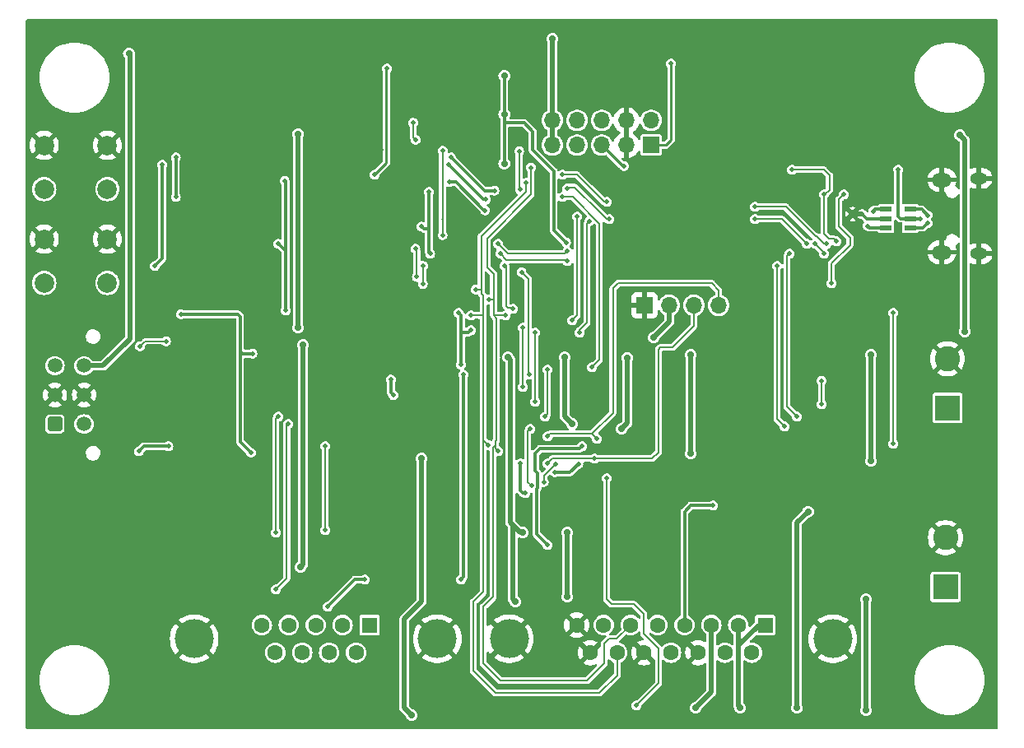
<source format=gbl>
G04 #@! TF.GenerationSoftware,KiCad,Pcbnew,7.0.9*
G04 #@! TF.CreationDate,2023-11-28T23:55:50-07:00*
G04 #@! TF.ProjectId,Fuel_Cell_Controller_Prototype,4675656c-5f43-4656-9c6c-5f436f6e7472,V1.0*
G04 #@! TF.SameCoordinates,Original*
G04 #@! TF.FileFunction,Copper,L2,Bot*
G04 #@! TF.FilePolarity,Positive*
%FSLAX46Y46*%
G04 Gerber Fmt 4.6, Leading zero omitted, Abs format (unit mm)*
G04 Created by KiCad (PCBNEW 7.0.9) date 2023-11-28 23:55:50*
%MOMM*%
%LPD*%
G01*
G04 APERTURE LIST*
G04 Aperture macros list*
%AMRoundRect*
0 Rectangle with rounded corners*
0 $1 Rounding radius*
0 $2 $3 $4 $5 $6 $7 $8 $9 X,Y pos of 4 corners*
0 Add a 4 corners polygon primitive as box body*
4,1,4,$2,$3,$4,$5,$6,$7,$8,$9,$2,$3,0*
0 Add four circle primitives for the rounded corners*
1,1,$1+$1,$2,$3*
1,1,$1+$1,$4,$5*
1,1,$1+$1,$6,$7*
1,1,$1+$1,$8,$9*
0 Add four rect primitives between the rounded corners*
20,1,$1+$1,$2,$3,$4,$5,0*
20,1,$1+$1,$4,$5,$6,$7,0*
20,1,$1+$1,$6,$7,$8,$9,0*
20,1,$1+$1,$8,$9,$2,$3,0*%
G04 Aperture macros list end*
G04 #@! TA.AperFunction,ComponentPad*
%ADD10C,2.000000*%
G04 #@! TD*
G04 #@! TA.AperFunction,ComponentPad*
%ADD11R,2.600000X2.600000*%
G04 #@! TD*
G04 #@! TA.AperFunction,ComponentPad*
%ADD12C,2.600000*%
G04 #@! TD*
G04 #@! TA.AperFunction,ComponentPad*
%ADD13R,1.700000X1.700000*%
G04 #@! TD*
G04 #@! TA.AperFunction,ComponentPad*
%ADD14O,1.700000X1.700000*%
G04 #@! TD*
G04 #@! TA.AperFunction,ComponentPad*
%ADD15RoundRect,0.250001X0.499999X-0.499999X0.499999X0.499999X-0.499999X0.499999X-0.499999X-0.499999X0*%
G04 #@! TD*
G04 #@! TA.AperFunction,ComponentPad*
%ADD16C,1.500000*%
G04 #@! TD*
G04 #@! TA.AperFunction,ComponentPad*
%ADD17C,4.000000*%
G04 #@! TD*
G04 #@! TA.AperFunction,ComponentPad*
%ADD18R,1.600000X1.600000*%
G04 #@! TD*
G04 #@! TA.AperFunction,ComponentPad*
%ADD19C,1.600000*%
G04 #@! TD*
G04 #@! TA.AperFunction,ComponentPad*
%ADD20O,1.800000X1.150000*%
G04 #@! TD*
G04 #@! TA.AperFunction,ComponentPad*
%ADD21O,2.000000X1.450000*%
G04 #@! TD*
G04 #@! TA.AperFunction,SMDPad,CuDef*
%ADD22C,0.500000*%
G04 #@! TD*
G04 #@! TA.AperFunction,SMDPad,CuDef*
%ADD23RoundRect,0.041300X-0.563700X-0.253700X0.563700X-0.253700X0.563700X0.253700X-0.563700X0.253700X0*%
G04 #@! TD*
G04 #@! TA.AperFunction,ViaPad*
%ADD24C,0.500000*%
G04 #@! TD*
G04 #@! TA.AperFunction,ViaPad*
%ADD25C,0.700000*%
G04 #@! TD*
G04 #@! TA.AperFunction,ViaPad*
%ADD26C,0.800000*%
G04 #@! TD*
G04 #@! TA.AperFunction,Conductor*
%ADD27C,0.300000*%
G04 #@! TD*
G04 #@! TA.AperFunction,Conductor*
%ADD28C,0.500000*%
G04 #@! TD*
G04 #@! TA.AperFunction,Conductor*
%ADD29C,0.200000*%
G04 #@! TD*
G04 #@! TA.AperFunction,Conductor*
%ADD30C,0.250000*%
G04 #@! TD*
G04 #@! TA.AperFunction,Conductor*
%ADD31C,0.127000*%
G04 #@! TD*
G04 APERTURE END LIST*
G04 #@! TA.AperFunction,EtchedComponent*
G36*
X185023000Y-83308000D02*
G01*
X184023000Y-83308000D01*
X184023000Y-82808000D01*
X185023000Y-82808000D01*
X185023000Y-83308000D01*
G37*
G04 #@! TD.AperFunction*
D10*
X100890000Y-75982000D03*
X107390000Y-75982000D03*
X100890000Y-80482000D03*
X107390000Y-80482000D03*
D11*
X193802000Y-102997000D03*
D12*
X193802000Y-97917000D03*
D13*
X162636200Y-92431000D03*
D14*
X165176200Y-92431000D03*
X167716200Y-92431000D03*
X170256200Y-92431000D03*
D15*
X101986500Y-104653500D03*
D16*
X101986500Y-101653500D03*
X101986500Y-98653500D03*
X104986500Y-104653500D03*
X104986500Y-101653500D03*
X104986500Y-98653500D03*
D17*
X148710000Y-126750000D03*
X182010000Y-126750000D03*
D18*
X175055000Y-125330000D03*
D19*
X172285000Y-125330000D03*
X169515000Y-125330000D03*
X166745000Y-125330000D03*
X163975000Y-125330000D03*
X161205000Y-125330000D03*
X158435000Y-125330000D03*
X155665000Y-125330000D03*
X173670000Y-128170000D03*
X170900000Y-128170000D03*
X168130000Y-128170000D03*
X165360000Y-128170000D03*
X162590000Y-128170000D03*
X159820000Y-128170000D03*
X157050000Y-128170000D03*
D17*
X116314000Y-126750000D03*
X141314000Y-126750000D03*
D18*
X134354000Y-125330000D03*
D19*
X131584000Y-125330000D03*
X128814000Y-125330000D03*
X126044000Y-125330000D03*
X123274000Y-125330000D03*
X132969000Y-128170000D03*
X130199000Y-128170000D03*
X127429000Y-128170000D03*
X124659000Y-128170000D03*
D20*
X197022000Y-87122000D03*
D21*
X193222000Y-86972000D03*
X193222000Y-79522000D03*
D20*
X197022000Y-79372000D03*
D11*
X193599000Y-121417000D03*
D12*
X193599000Y-116337000D03*
D10*
X100890000Y-85634000D03*
X107390000Y-85634000D03*
X100890000Y-90134000D03*
X107390000Y-90134000D03*
D13*
X163322000Y-75946000D03*
D14*
X163322000Y-73406000D03*
X160782000Y-75946000D03*
X160782000Y-73406000D03*
X158242000Y-75946000D03*
X158242000Y-73406000D03*
X155702000Y-75946000D03*
X155702000Y-73406000D03*
X153162000Y-75946000D03*
X153162000Y-73406000D03*
D22*
X184023000Y-83058000D03*
X185023000Y-83058000D03*
D23*
X187467000Y-84451000D03*
X187467000Y-83501000D03*
X187467000Y-82551000D03*
X189977000Y-82551000D03*
X189977000Y-83501000D03*
X189977000Y-84451000D03*
D24*
X140462000Y-80772000D03*
D25*
X148209000Y-68834000D03*
D24*
X139700000Y-84328000D03*
X154559000Y-85979000D03*
D25*
X148209000Y-77851000D03*
X148209000Y-72771000D03*
D24*
X140589000Y-87122000D03*
X142113000Y-105410000D03*
X162560000Y-100838000D03*
X165608000Y-85852000D03*
X165608000Y-102362000D03*
X139065000Y-105410000D03*
X134620000Y-94234000D03*
X122809000Y-85344000D03*
X196342000Y-107823000D03*
X140970000Y-118237000D03*
X160782000Y-81915000D03*
X147751800Y-91846400D03*
X169037000Y-104013000D03*
X140970000Y-107061000D03*
X128016000Y-76454000D03*
X196342000Y-109347000D03*
X138557000Y-119761000D03*
X139446000Y-91643200D03*
X133096000Y-94234000D03*
X128651000Y-94234000D03*
X196342000Y-110998000D03*
X164084000Y-89027000D03*
X154305000Y-90932000D03*
X135509000Y-109093000D03*
X115189000Y-75946000D03*
X125857000Y-75946000D03*
X164084000Y-85852000D03*
X137033000Y-107061000D03*
X162560000Y-104013000D03*
X169037000Y-102362000D03*
X150114000Y-83058000D03*
X150114000Y-84074000D03*
X131445000Y-102616000D03*
X128524000Y-105410000D03*
X168402000Y-81915000D03*
X128524000Y-102616000D03*
X165608000Y-89027000D03*
X132969000Y-105410000D03*
X138557000Y-116713000D03*
X116586000Y-85344000D03*
X151130000Y-83058000D03*
X124333000Y-86868000D03*
X162560000Y-85852000D03*
X138557000Y-110617000D03*
X151257000Y-90932000D03*
X137160000Y-121666000D03*
X128016000Y-74803000D03*
X124333000Y-75946000D03*
X131572000Y-92202000D03*
X152146000Y-83058000D03*
X134493000Y-105410000D03*
X130937000Y-76454000D03*
X128651000Y-92202000D03*
X140589000Y-105410000D03*
X197866000Y-110998000D03*
X132461000Y-76454000D03*
X116713000Y-75946000D03*
X118110000Y-85344000D03*
X149860000Y-91948000D03*
X196342000Y-106299000D03*
X134493000Y-121666000D03*
X151257000Y-91948000D03*
X165608000Y-100838000D03*
X140589000Y-102616000D03*
X132588000Y-109093000D03*
X129921000Y-105410000D03*
X162560000Y-89027000D03*
X142468600Y-91643200D03*
X146761200Y-100558600D03*
X137109200Y-89865200D03*
X174752000Y-85852000D03*
X152146000Y-84074000D03*
X135509000Y-76454000D03*
X170688000Y-117602000D03*
X167259000Y-85852000D03*
X154838400Y-89128600D03*
X130048000Y-92202000D03*
X174752000Y-89027000D03*
X119634000Y-78740000D03*
X133985000Y-76454000D03*
X140970000Y-115062000D03*
X138557000Y-109093000D03*
X165608000Y-104013000D03*
X146761200Y-99110800D03*
X134112000Y-109093000D03*
X146812000Y-79756000D03*
X165608000Y-97790000D03*
X165608000Y-105537000D03*
X140970000Y-109093000D03*
X162560000Y-99314000D03*
X118110000Y-78740000D03*
X170688000Y-115824000D03*
X147345400Y-88341200D03*
X138557000Y-112141000D03*
X137668000Y-105410000D03*
X121285000Y-75946000D03*
X133096000Y-92202000D03*
X115189000Y-85344000D03*
X121158000Y-78740000D03*
X135534400Y-92227400D03*
X169037000Y-97790000D03*
X121158000Y-85344000D03*
X196342000Y-112522000D03*
X197866000Y-106299000D03*
X152781000Y-90932000D03*
X122809000Y-78740000D03*
X142240000Y-94234000D03*
X113665000Y-85344000D03*
X173228000Y-89027000D03*
X159639000Y-109855000D03*
X154305000Y-91948000D03*
X115189000Y-78740000D03*
X129540000Y-74803000D03*
X116586000Y-86868000D03*
X113665000Y-78740000D03*
X135890000Y-121666000D03*
X172847000Y-81915000D03*
X131445000Y-105410000D03*
X113665000Y-75946000D03*
X137033000Y-109093000D03*
X119634000Y-85344000D03*
X197866000Y-112522000D03*
X142367000Y-119761000D03*
X165608000Y-99314000D03*
X162560000Y-97790000D03*
X159639000Y-111506000D03*
X136144000Y-105410000D03*
X136271000Y-94234000D03*
X157734000Y-131318000D03*
X122809000Y-75946000D03*
X158750000Y-130302000D03*
X129540000Y-76454000D03*
X136144000Y-102616000D03*
X138557000Y-107061000D03*
X138557000Y-118237000D03*
X124333000Y-85344000D03*
X131064000Y-107061000D03*
X139192000Y-94234000D03*
X140970000Y-112141000D03*
X163703000Y-81915000D03*
X136855200Y-92227400D03*
X116586000Y-78740000D03*
X144119600Y-91643200D03*
X115189000Y-86868000D03*
X122809000Y-86868000D03*
X196342000Y-104775000D03*
X159639000Y-85852000D03*
X167259000Y-89027000D03*
X130048000Y-94234000D03*
X197866000Y-104775000D03*
X171704000Y-85852000D03*
X170180000Y-89027000D03*
X162179000Y-81915000D03*
X119888000Y-75946000D03*
X162560000Y-102362000D03*
X138557000Y-115062000D03*
X170180000Y-85852000D03*
X149860000Y-90932000D03*
X159639000Y-89027000D03*
X192024000Y-84836000D03*
X169037000Y-99314000D03*
X132969000Y-102616000D03*
X153859000Y-110363000D03*
X142367000Y-121666000D03*
X140970000Y-121666000D03*
X151130000Y-84074000D03*
X140970000Y-119761000D03*
X152146000Y-85090000D03*
X168783000Y-89027000D03*
X138176000Y-87249000D03*
X140970000Y-91643200D03*
X135509000Y-107061000D03*
X138557000Y-113538000D03*
X121158000Y-86868000D03*
X146481800Y-90855800D03*
X197866000Y-109347000D03*
X142113000Y-102616000D03*
X165227000Y-81915000D03*
X132588000Y-107061000D03*
X134493000Y-102616000D03*
X140970000Y-110617000D03*
X162560000Y-105537000D03*
X150114000Y-85090000D03*
X138557000Y-121666000D03*
X140970000Y-116713000D03*
X146761200Y-97764600D03*
X129921000Y-102616000D03*
X118364000Y-75946000D03*
X168783000Y-85852000D03*
X161036000Y-85852000D03*
X171323000Y-81915000D03*
X161036000Y-89027000D03*
X153619200Y-89103200D03*
X134112000Y-107061000D03*
X112141000Y-75946000D03*
X118110000Y-86868000D03*
X124333000Y-78740000D03*
X137795000Y-94234000D03*
X130937000Y-74803000D03*
X138684000Y-76454000D03*
D26*
X163957000Y-121793000D03*
D24*
X132461000Y-74803000D03*
X166751000Y-81915000D03*
X131572000Y-94234000D03*
X197866000Y-107823000D03*
X173228000Y-85852000D03*
X171704000Y-89027000D03*
X140970000Y-113538000D03*
X151130000Y-85090000D03*
X119634000Y-86868000D03*
X140716000Y-94234000D03*
X137160000Y-76454000D03*
X131064000Y-109093000D03*
X170688000Y-119380000D03*
X152781000Y-91948000D03*
X133985000Y-74803000D03*
X113665000Y-86868000D03*
X169926000Y-81915000D03*
X169037000Y-100838000D03*
D25*
X127000000Y-94742000D03*
X163576000Y-95758000D03*
D24*
X151003000Y-110998000D03*
D25*
X160858200Y-97840800D03*
X150114000Y-115824000D03*
D24*
X136548000Y-100067500D03*
D25*
X167386000Y-97536000D03*
D24*
X153532468Y-108753500D03*
X136802000Y-101683000D03*
D25*
X160274000Y-105156000D03*
X148590000Y-97790000D03*
X127254000Y-119380000D03*
X195580000Y-95123000D03*
X155194000Y-104648000D03*
D24*
X152273000Y-110617000D03*
D25*
X185928000Y-108458000D03*
D24*
X150876000Y-105156000D03*
X139088000Y-75412000D03*
D25*
X185928000Y-97536000D03*
X154686000Y-122428000D03*
D24*
X138834000Y-73634000D03*
D25*
X149352000Y-122936000D03*
X167386000Y-107696000D03*
X154686000Y-115824000D03*
X127508000Y-96520000D03*
X195072000Y-74930000D03*
X154432000Y-97790000D03*
X127000000Y-74803000D03*
D24*
X136144000Y-68072000D03*
X134874000Y-78994000D03*
X165354000Y-67564000D03*
X142595600Y-79756000D03*
X146245173Y-82667654D03*
X144018000Y-99568000D03*
X133858000Y-120650000D03*
X124968000Y-86106000D03*
X125603000Y-79629000D03*
X144780000Y-94996000D03*
X143510000Y-93218000D03*
X143764000Y-98552000D03*
X125730000Y-92964000D03*
X130048000Y-123444000D03*
X143764000Y-120650000D03*
D25*
X153162000Y-65024000D03*
D24*
X122306500Y-97414500D03*
X114940500Y-93350500D03*
X122164500Y-107589500D03*
D25*
X109601000Y-66548000D03*
X139700000Y-108204000D03*
X185420000Y-122682000D03*
X172466000Y-133858000D03*
X178308000Y-133858000D03*
X179451000Y-113665000D03*
X185420000Y-134112000D03*
D24*
X161798000Y-133604000D03*
D25*
X167894000Y-133858000D03*
X138684000Y-134620000D03*
D24*
X158750000Y-110236000D03*
X181864000Y-90170000D03*
X183134000Y-81026000D03*
X177800000Y-78486000D03*
X180192111Y-86121871D03*
X181102000Y-81026000D03*
X182372000Y-85852000D03*
X181102000Y-87122000D03*
X185582500Y-84263000D03*
X186182000Y-82739000D03*
X188722000Y-78486000D03*
X191008000Y-83501000D03*
X188214000Y-106680000D03*
X188214000Y-93218000D03*
X149098000Y-92801500D03*
X148209000Y-88366600D03*
X139217400Y-89509600D03*
X139065000Y-86614000D03*
X169672000Y-113030000D03*
X156210000Y-106934000D03*
X152654000Y-117094000D03*
X155829000Y-108753500D03*
X150368000Y-111760000D03*
X149860000Y-108712000D03*
X153415293Y-109613500D03*
X191748937Y-83972000D03*
X191748937Y-83172000D03*
X141884400Y-76530200D03*
X141859000Y-85217000D03*
X149860000Y-80518000D03*
X149733000Y-76581000D03*
X113416500Y-96139500D03*
X110744000Y-96652500D03*
X113670500Y-106939500D03*
X110622500Y-107447500D03*
X147574000Y-86106000D03*
X177546000Y-87122000D03*
X154686000Y-86868000D03*
X178308000Y-103886000D03*
X154686000Y-87884000D03*
X147782344Y-87091456D03*
X176276000Y-88392000D03*
X177038000Y-104902000D03*
X139852400Y-88366600D03*
X139827000Y-90236900D03*
X180848000Y-102616000D03*
X149981856Y-89021856D03*
X180848000Y-100203000D03*
X150749000Y-99568000D03*
X124714000Y-121666000D03*
X125984000Y-104648000D03*
X156972000Y-83774500D03*
X151384000Y-95250000D03*
X155956000Y-95250000D03*
X151384000Y-102362000D03*
X155702000Y-83312000D03*
X150114000Y-94742000D03*
X124968000Y-103886000D03*
X150114000Y-100838000D03*
X155194000Y-93980000D03*
X124714000Y-115824000D03*
X157226000Y-98806000D03*
X154178000Y-81280000D03*
X129794000Y-106934000D03*
X152400000Y-103886000D03*
X152654000Y-99060000D03*
X129794000Y-115570000D03*
X173990000Y-82296000D03*
X181370053Y-86106000D03*
X154178000Y-78994000D03*
X158750000Y-81788000D03*
X173990000Y-83566000D03*
X154660600Y-80416400D03*
X159004000Y-83566000D03*
X179324000Y-86106000D03*
X152654000Y-108712000D03*
X147574000Y-107442000D03*
X157480000Y-108204000D03*
X148336000Y-93472000D03*
X150952200Y-78257400D03*
X146599500Y-91846400D03*
X144780000Y-93472000D03*
X152654000Y-105918000D03*
X157734000Y-106172000D03*
X146558000Y-106807000D03*
X150422188Y-79835484D03*
X145262600Y-90805000D03*
X114427000Y-77216000D03*
X114427000Y-81280000D03*
X147193000Y-80645000D03*
X142748000Y-77216000D03*
X187467000Y-83501000D03*
X160528000Y-78105000D03*
X113030000Y-77978000D03*
X146304000Y-81534000D03*
X142494000Y-77978000D03*
X112268000Y-88388000D03*
D27*
X153289000Y-84709000D02*
X154559000Y-85979000D01*
X150241000Y-73660000D02*
X151130000Y-74549000D01*
X139954000Y-84582000D02*
X139700000Y-84328000D01*
X148209000Y-75311000D02*
X148209000Y-77851000D01*
X148209000Y-73660000D02*
X150241000Y-73660000D01*
X140462000Y-84582000D02*
X140462000Y-85140800D01*
X148209000Y-73660000D02*
X148209000Y-75311000D01*
X140462000Y-85140800D02*
X140462000Y-86995000D01*
X151130000Y-74549000D02*
X151130000Y-76454000D01*
X151130000Y-76454000D02*
X153289000Y-78613000D01*
X148209000Y-68834000D02*
X148209000Y-72771000D01*
X140462000Y-80772000D02*
X140462000Y-84582000D01*
X140462000Y-86995000D02*
X140589000Y-87122000D01*
X148209000Y-72771000D02*
X148209000Y-73660000D01*
X153289000Y-78613000D02*
X153289000Y-84709000D01*
X140462000Y-84582000D02*
X139954000Y-84582000D01*
D28*
X195580000Y-95123000D02*
X195580000Y-75438000D01*
D29*
X152273000Y-109978682D02*
X152273000Y-110617000D01*
D28*
X148844000Y-98044000D02*
X148590000Y-97790000D01*
X127254000Y-119380000D02*
X127508000Y-119126000D01*
D29*
X153532468Y-108753500D02*
X153498182Y-108753500D01*
D28*
X154432000Y-103886000D02*
X155194000Y-104648000D01*
D27*
X136548000Y-100067500D02*
X136548000Y-101429000D01*
D28*
X149098000Y-115062000D02*
X148844000Y-114808000D01*
D29*
X150622000Y-105410000D02*
X150622000Y-110617000D01*
X153498182Y-108753500D02*
X152273000Y-109978682D01*
X138834000Y-75158000D02*
X139088000Y-75412000D01*
D28*
X127508000Y-119126000D02*
X127508000Y-96520000D01*
X149860000Y-115824000D02*
X150114000Y-115824000D01*
X154686000Y-122428000D02*
X154686000Y-115824000D01*
D29*
X150876000Y-105156000D02*
X150622000Y-105410000D01*
D27*
X136548000Y-101429000D02*
X136802000Y-101683000D01*
D28*
X149098000Y-115062000D02*
X149860000Y-115824000D01*
X163576000Y-95758000D02*
X165176200Y-94157800D01*
D29*
X138834000Y-73634000D02*
X138834000Y-75158000D01*
D28*
X185928000Y-97536000D02*
X185928000Y-108458000D01*
X149098000Y-122682000D02*
X149098000Y-115062000D01*
X154432000Y-97790000D02*
X154432000Y-103886000D01*
X160883600Y-104546400D02*
X160274000Y-105156000D01*
X160883600Y-97866200D02*
X160883600Y-104546400D01*
X127000000Y-74803000D02*
X127000000Y-94742000D01*
D29*
X150622000Y-110617000D02*
X151003000Y-110998000D01*
D28*
X167386000Y-97536000D02*
X167386000Y-107696000D01*
X149352000Y-122936000D02*
X149098000Y-122682000D01*
X148844000Y-114808000D02*
X148844000Y-98044000D01*
X195580000Y-75438000D02*
X195072000Y-74930000D01*
X160858200Y-97840800D02*
X160883600Y-97866200D01*
X165176200Y-94157800D02*
X165176200Y-92431000D01*
D27*
X146167654Y-82667654D02*
X143256000Y-79756000D01*
D30*
X163322000Y-75946000D02*
X164846000Y-75946000D01*
X165354000Y-75438000D02*
X165354000Y-67564000D01*
D27*
X146245173Y-82667654D02*
X146167654Y-82667654D01*
X143256000Y-79756000D02*
X142595600Y-79756000D01*
D30*
X164846000Y-75946000D02*
X165354000Y-75438000D01*
X134874000Y-78994000D02*
X136084000Y-77784000D01*
X136084000Y-68132000D02*
X136144000Y-68072000D01*
X136084000Y-77784000D02*
X136084000Y-68132000D01*
D27*
X125730000Y-79756000D02*
X125603000Y-79629000D01*
X144018000Y-120396000D02*
X143764000Y-120650000D01*
X144018000Y-99568000D02*
X144018000Y-120396000D01*
X132842000Y-120650000D02*
X130048000Y-123444000D01*
X125730000Y-80772000D02*
X125730000Y-79756000D01*
X143764000Y-95250000D02*
X144526000Y-95250000D01*
X125730000Y-86868000D02*
X125730000Y-80772000D01*
X143764000Y-93472000D02*
X143510000Y-93218000D01*
X144526000Y-95250000D02*
X144780000Y-94996000D01*
X125730000Y-86868000D02*
X124968000Y-86106000D01*
X143764000Y-98552000D02*
X143764000Y-95250000D01*
X125730000Y-92964000D02*
X125730000Y-86868000D01*
X133858000Y-120650000D02*
X132842000Y-120650000D01*
X143764000Y-95250000D02*
X143764000Y-93472000D01*
D28*
X109728000Y-66675000D02*
X109728000Y-95885000D01*
D27*
X120782500Y-93350500D02*
X114940500Y-93350500D01*
X121036500Y-97160500D02*
X121036500Y-93604500D01*
D28*
X109601000Y-66548000D02*
X109728000Y-66675000D01*
X106959500Y-98653500D02*
X104986500Y-98653500D01*
X109728000Y-95885000D02*
X106959500Y-98653500D01*
D27*
X122306500Y-97414500D02*
X121290500Y-97414500D01*
X122164500Y-107589500D02*
X121036500Y-106461500D01*
X121036500Y-106461500D02*
X121036500Y-97160500D01*
X121036500Y-93604500D02*
X120782500Y-93350500D01*
D28*
X153162000Y-75946000D02*
X153162000Y-73406000D01*
D27*
X121290500Y-97414500D02*
X121036500Y-97160500D01*
D28*
X153162000Y-73406000D02*
X153162000Y-65024000D01*
D29*
X162560000Y-124206000D02*
X161544000Y-123190000D01*
D28*
X178308000Y-133858000D02*
X178308000Y-114808000D01*
X139700000Y-108204000D02*
X139700000Y-122936000D01*
D29*
X161544000Y-123190000D02*
X159258000Y-123190000D01*
D28*
X178308000Y-114808000D02*
X179451000Y-113665000D01*
X139700000Y-122936000D02*
X137922000Y-124714000D01*
X167894000Y-133858000D02*
X169515000Y-132237000D01*
D29*
X161798000Y-133604000D02*
X164084000Y-131318000D01*
X158750000Y-122682000D02*
X158750000Y-110236000D01*
D28*
X172466000Y-133858000D02*
X172285000Y-133677000D01*
D29*
X162560000Y-126238000D02*
X162560000Y-124206000D01*
D28*
X174390000Y-125330000D02*
X175055000Y-125330000D01*
X137922000Y-132842000D02*
X137922000Y-133858000D01*
X172285000Y-126492000D02*
X172285000Y-125330000D01*
X185420000Y-134112000D02*
X185420000Y-122682000D01*
D29*
X164084000Y-131318000D02*
X164084000Y-127762000D01*
D28*
X172285000Y-133677000D02*
X172285000Y-126492000D01*
X137922000Y-124714000D02*
X137922000Y-132842000D01*
X137922000Y-133858000D02*
X138684000Y-134620000D01*
D29*
X159258000Y-123190000D02*
X158750000Y-122682000D01*
D28*
X169515000Y-132237000D02*
X169515000Y-125330000D01*
X172285000Y-128778000D02*
X172285000Y-127435000D01*
D29*
X164084000Y-127762000D02*
X162560000Y-126238000D01*
D28*
X172285000Y-127435000D02*
X174390000Y-125330000D01*
D29*
X183134000Y-81026000D02*
X182626000Y-81534000D01*
X183769000Y-86233000D02*
X181864000Y-88138000D01*
X182626000Y-81534000D02*
X182626000Y-84328000D01*
X181864000Y-88138000D02*
X181864000Y-90170000D01*
X183769000Y-85471000D02*
X183769000Y-86233000D01*
X182626000Y-84328000D02*
X183769000Y-85471000D01*
X181102000Y-85090000D02*
X181102000Y-81026000D01*
X181180315Y-81026000D02*
X181652000Y-80554315D01*
X181102000Y-81026000D02*
X181180315Y-81026000D01*
X181102000Y-78486000D02*
X177800000Y-78486000D01*
X182372000Y-85852000D02*
X182118000Y-85598000D01*
X181652000Y-80554315D02*
X181652000Y-79036000D01*
X181610000Y-85598000D02*
X181102000Y-85090000D01*
X182118000Y-85598000D02*
X181610000Y-85598000D01*
X181102000Y-87031760D02*
X180192111Y-86121871D01*
X181652000Y-79036000D02*
X181102000Y-78486000D01*
X181102000Y-87122000D02*
X181102000Y-87031760D01*
D27*
X185770500Y-84451000D02*
X185582500Y-84263000D01*
X187467000Y-84451000D02*
X185770500Y-84451000D01*
X187467000Y-82551000D02*
X186370000Y-82551000D01*
X186370000Y-82551000D02*
X186182000Y-82739000D01*
X188976000Y-83501000D02*
X188722000Y-83247000D01*
X191008000Y-83501000D02*
X189977000Y-83501000D01*
X188722000Y-80010000D02*
X188722000Y-78486000D01*
X188722000Y-83247000D02*
X188722000Y-80010000D01*
X189977000Y-83501000D02*
X188976000Y-83501000D01*
D29*
X149006500Y-92710000D02*
X149098000Y-92801500D01*
X148590000Y-92710000D02*
X149006500Y-92710000D01*
X188214000Y-93218000D02*
X188214000Y-106680000D01*
X148209000Y-88366600D02*
X148378000Y-88535600D01*
X148378000Y-92498000D02*
X148590000Y-92710000D01*
X148378000Y-88535600D02*
X148378000Y-92498000D01*
X139065000Y-86614000D02*
X139217400Y-86766400D01*
X139217400Y-86766400D02*
X139217400Y-89509600D01*
D27*
X166745000Y-113671000D02*
X167386000Y-113030000D01*
X166745000Y-125330000D02*
X166745000Y-113671000D01*
X167386000Y-113030000D02*
X169672000Y-113030000D01*
X151511000Y-111338529D02*
X151511000Y-115951000D01*
X151511000Y-115951000D02*
X152654000Y-117094000D01*
X151638000Y-111211529D02*
X151511000Y-111338529D01*
X151638000Y-109728000D02*
X151638000Y-111211529D01*
X151384000Y-109474000D02*
X151638000Y-109728000D01*
X155956000Y-107188000D02*
X151892000Y-107188000D01*
X156210000Y-106934000D02*
X155956000Y-107188000D01*
X151892000Y-107188000D02*
X151384000Y-107696000D01*
X151384000Y-107696000D02*
X151384000Y-109474000D01*
X150114000Y-111760000D02*
X149860000Y-111506000D01*
X149860000Y-111506000D02*
X149860000Y-108712000D01*
X153415293Y-109613500D02*
X154969000Y-109613500D01*
X150368000Y-111760000D02*
X150114000Y-111760000D01*
X154969000Y-109613500D02*
X155829000Y-108753500D01*
X191748937Y-83972000D02*
X191269937Y-84451000D01*
X191269937Y-84451000D02*
X189977000Y-84451000D01*
X191748937Y-83172000D02*
X191127937Y-82551000D01*
X191127937Y-82551000D02*
X189977000Y-82551000D01*
D29*
X149733000Y-76581000D02*
X149733000Y-80391000D01*
X141859000Y-85217000D02*
X141859000Y-83591400D01*
X149733000Y-80391000D02*
X149860000Y-80518000D01*
X141859000Y-83591400D02*
X141833600Y-83566000D01*
X141859000Y-76555600D02*
X141884400Y-76530200D01*
X141859000Y-85217000D02*
X141859000Y-76555600D01*
D31*
X110744000Y-96652500D02*
X111257000Y-96139500D01*
X111257000Y-96139500D02*
X113416500Y-96139500D01*
D27*
X111130500Y-106939500D02*
X113670500Y-106939500D01*
X110622500Y-107447500D02*
X111130500Y-106939500D01*
D29*
X177292000Y-87376000D02*
X177546000Y-87122000D01*
X154432000Y-87122000D02*
X154686000Y-86868000D01*
X178308000Y-103886000D02*
X177292000Y-102870000D01*
X147574000Y-86106000D02*
X148590000Y-87122000D01*
X177292000Y-102870000D02*
X177292000Y-87376000D01*
X148590000Y-87122000D02*
X154432000Y-87122000D01*
X176276000Y-104140000D02*
X177038000Y-104902000D01*
X147782344Y-87091456D02*
X148428580Y-87737692D01*
X154539692Y-87737692D02*
X154686000Y-87884000D01*
X176276000Y-88392000D02*
X176276000Y-104140000D01*
X148428580Y-87737692D02*
X154539692Y-87737692D01*
X139827000Y-88392000D02*
X139852400Y-88366600D01*
X139827000Y-90236900D02*
X139827000Y-88392000D01*
X150664000Y-89704000D02*
X149981856Y-89021856D01*
X180848000Y-100203000D02*
X180848000Y-102616000D01*
X150664000Y-99483000D02*
X150664000Y-89704000D01*
X150749000Y-99568000D02*
X150664000Y-99483000D01*
X125984000Y-104648000D02*
X125842000Y-104790000D01*
X156718000Y-84028500D02*
X156718000Y-94234000D01*
X125842000Y-104790000D02*
X125842000Y-120538000D01*
X156972000Y-83774500D02*
X156718000Y-84028500D01*
X151384000Y-95250000D02*
X151384000Y-102362000D01*
X155956000Y-94996000D02*
X155956000Y-95250000D01*
X125842000Y-120538000D02*
X124714000Y-121666000D01*
X156718000Y-94234000D02*
X155956000Y-94996000D01*
X155194000Y-93980000D02*
X155702000Y-93472000D01*
X124968000Y-103886000D02*
X124714000Y-104140000D01*
X150114000Y-94742000D02*
X150114000Y-100838000D01*
X155702000Y-93472000D02*
X155702000Y-83312000D01*
X124714000Y-104140000D02*
X124714000Y-115824000D01*
X129794000Y-106934000D02*
X129794000Y-115570000D01*
X157988000Y-84012682D02*
X157988000Y-98044000D01*
X154178000Y-81280000D02*
X155255318Y-81280000D01*
X157988000Y-98044000D02*
X157226000Y-98806000D01*
X152654000Y-99060000D02*
X152654000Y-103632000D01*
X152654000Y-103632000D02*
X152400000Y-103886000D01*
X155255318Y-81280000D02*
X157988000Y-84012682D01*
X177165000Y-82296000D02*
X180213000Y-85344000D01*
X180340000Y-85344000D02*
X181102000Y-86106000D01*
X180213000Y-85344000D02*
X180340000Y-85344000D01*
X181102000Y-86106000D02*
X181370053Y-86106000D01*
X155702000Y-78994000D02*
X154178000Y-78994000D01*
X173990000Y-82296000D02*
X177165000Y-82296000D01*
X158496000Y-81788000D02*
X155702000Y-78994000D01*
X158750000Y-81788000D02*
X158496000Y-81788000D01*
X154660600Y-80416400D02*
X154787600Y-80289400D01*
X157946000Y-82777818D02*
X158734182Y-83566000D01*
X179324000Y-86106000D02*
X176784000Y-83566000D01*
X157946000Y-82762000D02*
X157946000Y-82777818D01*
X155473400Y-80289400D02*
X157946000Y-82762000D01*
X158734182Y-83566000D02*
X159004000Y-83566000D01*
X176784000Y-83566000D02*
X173990000Y-83566000D01*
X154787600Y-80289400D02*
X155473400Y-80289400D01*
X164058600Y-107569000D02*
X164058600Y-96977200D01*
X164261800Y-96774000D02*
X165481000Y-96774000D01*
X163423600Y-108204000D02*
X164058600Y-107569000D01*
X159004000Y-126746000D02*
X158496000Y-127254000D01*
X159789000Y-126746000D02*
X159004000Y-126746000D01*
X147066000Y-107076818D02*
X147320000Y-106822818D01*
X147108000Y-93472000D02*
X147396200Y-93760200D01*
X147828000Y-131064000D02*
X146050000Y-129286000D01*
X147108000Y-91846400D02*
X146599500Y-91846400D01*
X146431000Y-88511091D02*
X147108000Y-89188091D01*
X164058600Y-96977200D02*
X164261800Y-96774000D01*
X152654000Y-108712000D02*
X153162000Y-108204000D01*
X148336000Y-93472000D02*
X147108000Y-93472000D01*
X161205000Y-125330000D02*
X159789000Y-126746000D01*
X153162000Y-108204000D02*
X157480000Y-108204000D01*
X147396200Y-93760200D02*
X147396200Y-106349800D01*
X147108000Y-89188091D02*
X147108000Y-91846400D01*
X150952200Y-78257400D02*
X150972188Y-78277388D01*
X167716200Y-94538800D02*
X167716200Y-92431000D01*
X147320000Y-107188000D02*
X147574000Y-107442000D01*
X146050000Y-129286000D02*
X146050000Y-123444000D01*
X147320000Y-106426000D02*
X147320000Y-107188000D01*
X147320000Y-106822818D02*
X147320000Y-106426000D01*
X147066000Y-122428000D02*
X147066000Y-107076818D01*
X156718000Y-131064000D02*
X147828000Y-131064000D01*
X147108000Y-91846400D02*
X147108000Y-93472000D01*
X146050000Y-123444000D02*
X147066000Y-122428000D01*
X147396200Y-106349800D02*
X147320000Y-106426000D01*
X157480000Y-108204000D02*
X163423600Y-108204000D01*
X150972188Y-81006012D02*
X146431000Y-85547200D01*
X150972188Y-78277388D02*
X150972188Y-81006012D01*
X158496000Y-129286000D02*
X156718000Y-131064000D01*
X146431000Y-85547200D02*
X146431000Y-88511091D01*
X165481000Y-96774000D02*
X167716200Y-94538800D01*
X158496000Y-127254000D02*
X158496000Y-129286000D01*
X147320000Y-132334000D02*
X157988000Y-132334000D01*
X146050000Y-121920000D02*
X145034000Y-122936000D01*
X146558000Y-106807000D02*
X146050000Y-106299000D01*
X146050000Y-91455818D02*
X146050000Y-93472000D01*
X170256200Y-90881200D02*
X170256200Y-92431000D01*
X152654000Y-105918000D02*
X152908000Y-105664000D01*
X146050000Y-106299000D02*
X146050000Y-106172000D01*
X150422188Y-79835484D02*
X150410000Y-79847672D01*
X159893000Y-90170000D02*
X169545000Y-90170000D01*
X169545000Y-90170000D02*
X170256200Y-90881200D01*
X150410000Y-79847672D02*
X150410000Y-80745818D01*
X152908000Y-105664000D02*
X157226000Y-105664000D01*
X159385000Y-103505000D02*
X159385000Y-90678000D01*
X145034000Y-130048000D02*
X147320000Y-132334000D01*
X150410000Y-80745818D02*
X145838000Y-85317818D01*
X157988000Y-132334000D02*
X159820000Y-130502000D01*
X157226000Y-105664000D02*
X159385000Y-103505000D01*
X145262600Y-90805000D02*
X145838000Y-90805000D01*
X145838000Y-85317818D02*
X145838000Y-91243818D01*
X146050000Y-106172000D02*
X146050000Y-121920000D01*
X145034000Y-122936000D02*
X145034000Y-130048000D01*
X159820000Y-130502000D02*
X159820000Y-128170000D01*
X157226000Y-105664000D02*
X157734000Y-106172000D01*
X145838000Y-91243818D02*
X146050000Y-91455818D01*
X159385000Y-90678000D02*
X159893000Y-90170000D01*
X146050000Y-106172000D02*
X146050000Y-93472000D01*
X144780000Y-93472000D02*
X146050000Y-93472000D01*
D27*
X147193000Y-80645000D02*
X146177000Y-80645000D01*
X114427000Y-77216000D02*
X114427000Y-81280000D01*
X146177000Y-80645000D02*
X142748000Y-77216000D01*
X185466000Y-83501000D02*
X185023000Y-83058000D01*
X187467000Y-83501000D02*
X185466000Y-83501000D01*
D30*
X160401000Y-78105000D02*
X158242000Y-75946000D01*
X160528000Y-78105000D02*
X160401000Y-78105000D01*
D27*
X146304000Y-81534000D02*
X146050000Y-81534000D01*
X113030000Y-87626000D02*
X112268000Y-88388000D01*
X146050000Y-81534000D02*
X142494000Y-77978000D01*
X113030000Y-77978000D02*
X113030000Y-87626000D01*
G04 #@! TA.AperFunction,Conductor*
G36*
X146658539Y-107327185D02*
G01*
X146704294Y-107379989D01*
X146715500Y-107431500D01*
X146715500Y-122231455D01*
X146695815Y-122298494D01*
X146679181Y-122319136D01*
X145836955Y-123161361D01*
X145817106Y-123177482D01*
X145809331Y-123182562D01*
X145789143Y-123208498D01*
X145784067Y-123214248D01*
X145781634Y-123216681D01*
X145781623Y-123216694D01*
X145768954Y-123234438D01*
X145737483Y-123274872D01*
X145733975Y-123281353D01*
X145730760Y-123287932D01*
X145716138Y-123337045D01*
X145699498Y-123385516D01*
X145698294Y-123392733D01*
X145697382Y-123400046D01*
X145699500Y-123451230D01*
X145699500Y-129236788D01*
X145696861Y-129262232D01*
X145694957Y-129271311D01*
X145694957Y-129271317D01*
X145699023Y-129303937D01*
X145699500Y-129311614D01*
X145699500Y-129315038D01*
X145703087Y-129336541D01*
X145709427Y-129387393D01*
X145711520Y-129394426D01*
X145713908Y-129401381D01*
X145738295Y-129446444D01*
X145760801Y-129492483D01*
X145765065Y-129498455D01*
X145769580Y-129504256D01*
X145807275Y-129538958D01*
X147545362Y-131277044D01*
X147561489Y-131296902D01*
X147566563Y-131304669D01*
X147566565Y-131304671D01*
X147592505Y-131324860D01*
X147598268Y-131329950D01*
X147600694Y-131332376D01*
X147618441Y-131345047D01*
X147658874Y-131376517D01*
X147658875Y-131376517D01*
X147658876Y-131376518D01*
X147665318Y-131380004D01*
X147671931Y-131383238D01*
X147671934Y-131383240D01*
X147683201Y-131386594D01*
X147721045Y-131397862D01*
X147769506Y-131414498D01*
X147769512Y-131414500D01*
X147769518Y-131414500D01*
X147776768Y-131415710D01*
X147784046Y-131416617D01*
X147835242Y-131414500D01*
X156668789Y-131414500D01*
X156694234Y-131417138D01*
X156703315Y-131419043D01*
X156719005Y-131417087D01*
X156735939Y-131414977D01*
X156743615Y-131414500D01*
X156747035Y-131414500D01*
X156747040Y-131414500D01*
X156750608Y-131413904D01*
X156768539Y-131410913D01*
X156795958Y-131407494D01*
X156819393Y-131404573D01*
X156819402Y-131404568D01*
X156826451Y-131402470D01*
X156833377Y-131400092D01*
X156833381Y-131400092D01*
X156878444Y-131375704D01*
X156924484Y-131353198D01*
X156924487Y-131353194D01*
X156930453Y-131348935D01*
X156936254Y-131344419D01*
X156936258Y-131344418D01*
X156970957Y-131306724D01*
X158709046Y-129568634D01*
X158728902Y-129552511D01*
X158736669Y-129547437D01*
X158756873Y-129521477D01*
X158761941Y-129515739D01*
X158764376Y-129513306D01*
X158774979Y-129498455D01*
X158777048Y-129495558D01*
X158808513Y-129455131D01*
X158808512Y-129455131D01*
X158808517Y-129455126D01*
X158808519Y-129455119D01*
X158811982Y-129448718D01*
X158812021Y-129448640D01*
X158812063Y-129448561D01*
X158815235Y-129442072D01*
X158815240Y-129442066D01*
X158828875Y-129396266D01*
X158829861Y-129392955D01*
X158838606Y-129367481D01*
X158846500Y-129344488D01*
X158846500Y-129344479D01*
X158847706Y-129337258D01*
X158848617Y-129329951D01*
X158846500Y-129278758D01*
X158846500Y-128986257D01*
X158866185Y-128919218D01*
X158918989Y-128873463D01*
X158988147Y-128863519D01*
X159051703Y-128892544D01*
X159066354Y-128907594D01*
X159073587Y-128916408D01*
X159105405Y-128942520D01*
X159233550Y-129047685D01*
X159403955Y-129138769D01*
X159453798Y-129187731D01*
X159469500Y-129248126D01*
X159469500Y-130305456D01*
X159449815Y-130372495D01*
X159433181Y-130393137D01*
X157879137Y-131947181D01*
X157817814Y-131980666D01*
X157791456Y-131983500D01*
X147516544Y-131983500D01*
X147449505Y-131963815D01*
X147428863Y-131947181D01*
X145420819Y-129939137D01*
X145387334Y-129877814D01*
X145384500Y-129851456D01*
X145384500Y-123132543D01*
X145404185Y-123065504D01*
X145420815Y-123044866D01*
X146263046Y-122202634D01*
X146282902Y-122186511D01*
X146290669Y-122181437D01*
X146310873Y-122155477D01*
X146315941Y-122149739D01*
X146318375Y-122147307D01*
X146331044Y-122129561D01*
X146362517Y-122089126D01*
X146362518Y-122089120D01*
X146366017Y-122082655D01*
X146369235Y-122076072D01*
X146369240Y-122076066D01*
X146383861Y-122026954D01*
X146400500Y-121978488D01*
X146400500Y-121978479D01*
X146401706Y-121971256D01*
X146402617Y-121963952D01*
X146400500Y-121912768D01*
X146400500Y-107431500D01*
X146420185Y-107364461D01*
X146472989Y-107318706D01*
X146524500Y-107307500D01*
X146591500Y-107307500D01*
X146658539Y-107327185D01*
G37*
G04 #@! TD.AperFunction*
G04 #@! TA.AperFunction,Conductor*
G36*
X146700539Y-92366585D02*
G01*
X146746294Y-92419389D01*
X146757500Y-92470900D01*
X146757500Y-93422788D01*
X146754861Y-93448234D01*
X146752957Y-93457314D01*
X146752956Y-93457322D01*
X146754104Y-93466529D01*
X146754633Y-93492090D01*
X146753867Y-93501341D01*
X146753867Y-93501343D01*
X146761938Y-93533215D01*
X146763360Y-93540772D01*
X146767427Y-93573395D01*
X146769521Y-93580429D01*
X146772546Y-93589239D01*
X146781794Y-93612943D01*
X146782581Y-93614737D01*
X146800561Y-93642257D01*
X146804361Y-93648944D01*
X146818802Y-93678484D01*
X146823056Y-93684443D01*
X146828792Y-93691812D01*
X146845235Y-93711226D01*
X146846564Y-93712670D01*
X146872504Y-93732860D01*
X146878261Y-93737943D01*
X146950771Y-93810453D01*
X147009381Y-93869063D01*
X147042866Y-93930386D01*
X147045700Y-93956744D01*
X147045700Y-106165203D01*
X147026015Y-106232242D01*
X147019554Y-106241365D01*
X147007481Y-106256875D01*
X147003975Y-106263353D01*
X147000760Y-106269932D01*
X146991195Y-106302060D01*
X146953199Y-106360695D01*
X146889534Y-106389480D01*
X146820414Y-106379275D01*
X146805312Y-106370992D01*
X146799897Y-106367512D01*
X146768053Y-106347047D01*
X146768051Y-106347046D01*
X146768049Y-106347045D01*
X146768050Y-106347045D01*
X146629963Y-106306500D01*
X146629961Y-106306500D01*
X146604544Y-106306500D01*
X146537505Y-106286815D01*
X146516863Y-106270181D01*
X146436819Y-106190137D01*
X146403334Y-106128814D01*
X146400500Y-106102456D01*
X146400500Y-93489061D01*
X146400712Y-93483940D01*
X146402957Y-93456827D01*
X146404132Y-93442656D01*
X146404131Y-93442655D01*
X146404132Y-93442652D01*
X146403970Y-93440695D01*
X146400500Y-93412857D01*
X146400500Y-92470900D01*
X146420185Y-92403861D01*
X146472989Y-92358106D01*
X146524500Y-92346900D01*
X146633500Y-92346900D01*
X146700539Y-92366585D01*
G37*
G04 #@! TD.AperFunction*
G04 #@! TA.AperFunction,Conductor*
G36*
X146393703Y-88969922D02*
G01*
X146400181Y-88975954D01*
X146721181Y-89296954D01*
X146754666Y-89358277D01*
X146757500Y-89384635D01*
X146757500Y-91221900D01*
X146737815Y-91288939D01*
X146685011Y-91334694D01*
X146633500Y-91345900D01*
X146527538Y-91345900D01*
X146504503Y-91352663D01*
X146434633Y-91352661D01*
X146375856Y-91314885D01*
X146358169Y-91288142D01*
X146339200Y-91249337D01*
X146334919Y-91243342D01*
X146330419Y-91237561D01*
X146292724Y-91202859D01*
X146224819Y-91134954D01*
X146191334Y-91073631D01*
X146188500Y-91047273D01*
X146188500Y-90822061D01*
X146188712Y-90816940D01*
X146192132Y-90775652D01*
X146191970Y-90773695D01*
X146188500Y-90745857D01*
X146188500Y-89063635D01*
X146208185Y-88996596D01*
X146260989Y-88950841D01*
X146330147Y-88940897D01*
X146393703Y-88969922D01*
G37*
G04 #@! TD.AperFunction*
G04 #@! TA.AperFunction,Conductor*
G36*
X161032000Y-75510498D02*
G01*
X160924315Y-75461320D01*
X160817763Y-75446000D01*
X160746237Y-75446000D01*
X160639685Y-75461320D01*
X160532000Y-75510498D01*
X160532000Y-73841501D01*
X160639685Y-73890680D01*
X160746237Y-73906000D01*
X160817763Y-73906000D01*
X160924315Y-73890680D01*
X161032000Y-73841501D01*
X161032000Y-75510498D01*
G37*
G04 #@! TD.AperFunction*
G04 #@! TA.AperFunction,Conductor*
G36*
X198942539Y-63020185D02*
G01*
X198988294Y-63072989D01*
X198999500Y-63124500D01*
X198999500Y-135875500D01*
X198979815Y-135942539D01*
X198927011Y-135988294D01*
X198875500Y-135999500D01*
X99124500Y-135999500D01*
X99057461Y-135979815D01*
X99011706Y-135927011D01*
X99000500Y-135875500D01*
X99000500Y-131000000D01*
X100394559Y-131000000D01*
X100414310Y-131376872D01*
X100473346Y-131749607D01*
X100473347Y-131749614D01*
X100571023Y-132114147D01*
X100706267Y-132466468D01*
X100877599Y-132802724D01*
X101083135Y-133119223D01*
X101256623Y-133333463D01*
X101320635Y-133412511D01*
X101587489Y-133679365D01*
X101653402Y-133732740D01*
X101880776Y-133916864D01*
X102181262Y-134112001D01*
X102197280Y-134122403D01*
X102533535Y-134293734D01*
X102885857Y-134428978D01*
X103250387Y-134526653D01*
X103623129Y-134585690D01*
X103905720Y-134600500D01*
X104094280Y-134600500D01*
X104376871Y-134585690D01*
X104749613Y-134526653D01*
X105114143Y-134428978D01*
X105466465Y-134293734D01*
X105802720Y-134122403D01*
X106119225Y-133916863D01*
X106236458Y-133821930D01*
X137417641Y-133821930D01*
X137421342Y-133873669D01*
X137421500Y-133878094D01*
X137421500Y-133893799D01*
X137423734Y-133909343D01*
X137424207Y-133913740D01*
X137427909Y-133965485D01*
X137429593Y-133970000D01*
X137436148Y-133995682D01*
X137436834Y-134000455D01*
X137436835Y-134000457D01*
X137458383Y-134047642D01*
X137460071Y-134051716D01*
X137478203Y-134100329D01*
X137481096Y-134104194D01*
X137494617Y-134126983D01*
X137496619Y-134131367D01*
X137496622Y-134131371D01*
X137496623Y-134131373D01*
X137530598Y-134170583D01*
X137533362Y-134174013D01*
X137542775Y-134186588D01*
X137542782Y-134186596D01*
X137553886Y-134197700D01*
X137556896Y-134200932D01*
X137584810Y-134233147D01*
X137590871Y-134240142D01*
X137590874Y-134240145D01*
X137594928Y-134242750D01*
X137615571Y-134259385D01*
X138064038Y-134707852D01*
X138097523Y-134769175D01*
X138098641Y-134775588D01*
X138098954Y-134776758D01*
X138098956Y-134776762D01*
X138159464Y-134922841D01*
X138255718Y-135048282D01*
X138381159Y-135144536D01*
X138527238Y-135205044D01*
X138605619Y-135215363D01*
X138683999Y-135225682D01*
X138684000Y-135225682D01*
X138684001Y-135225682D01*
X138736254Y-135218802D01*
X138840762Y-135205044D01*
X138986841Y-135144536D01*
X139112282Y-135048282D01*
X139208536Y-134922841D01*
X139269044Y-134776762D01*
X139289682Y-134620000D01*
X139269044Y-134463238D01*
X139208536Y-134317159D01*
X139112282Y-134191718D01*
X138986841Y-134095464D01*
X138986839Y-134095463D01*
X138840758Y-134034954D01*
X138832911Y-134032852D01*
X138833430Y-134030911D01*
X138779443Y-134007023D01*
X138771852Y-134000038D01*
X138458819Y-133687005D01*
X138425334Y-133625682D01*
X138422500Y-133599324D01*
X138422500Y-126750005D01*
X138809057Y-126750005D01*
X138828807Y-127063942D01*
X138828808Y-127063949D01*
X138887755Y-127372958D01*
X138984963Y-127672132D01*
X138984965Y-127672137D01*
X139118900Y-127956761D01*
X139118903Y-127956767D01*
X139287457Y-128222367D01*
X139287460Y-128222371D01*
X139378286Y-128332160D01*
X140016266Y-127694180D01*
X140179130Y-127884870D01*
X140369818Y-128047732D01*
X139728971Y-128688579D01*
X139728972Y-128688581D01*
X139971772Y-128864985D01*
X139971790Y-128864996D01*
X140247447Y-129016540D01*
X140247455Y-129016544D01*
X140539926Y-129132340D01*
X140844620Y-129210573D01*
X140844629Y-129210575D01*
X141156701Y-129249999D01*
X141156715Y-129250000D01*
X141471285Y-129250000D01*
X141471298Y-129249999D01*
X141783370Y-129210575D01*
X141783379Y-129210573D01*
X142088073Y-129132340D01*
X142380544Y-129016544D01*
X142380552Y-129016540D01*
X142656209Y-128864996D01*
X142656219Y-128864990D01*
X142899026Y-128688579D01*
X142899027Y-128688579D01*
X142258180Y-128047733D01*
X142448870Y-127884870D01*
X142611733Y-127694181D01*
X143249712Y-128332160D01*
X143340544Y-128222364D01*
X143509096Y-127956767D01*
X143509099Y-127956761D01*
X143643034Y-127672137D01*
X143643036Y-127672132D01*
X143740244Y-127372958D01*
X143799191Y-127063949D01*
X143799192Y-127063942D01*
X143818943Y-126750005D01*
X143818943Y-126749994D01*
X143799192Y-126436057D01*
X143799191Y-126436050D01*
X143740244Y-126127041D01*
X143643036Y-125827867D01*
X143643034Y-125827862D01*
X143509099Y-125543238D01*
X143509096Y-125543232D01*
X143340542Y-125277632D01*
X143340539Y-125277628D01*
X143249712Y-125167838D01*
X142611732Y-125805818D01*
X142448870Y-125615130D01*
X142258180Y-125452266D01*
X142899027Y-124811419D01*
X142899026Y-124811417D01*
X142656227Y-124635014D01*
X142656209Y-124635003D01*
X142380552Y-124483459D01*
X142380544Y-124483455D01*
X142088073Y-124367659D01*
X141783379Y-124289426D01*
X141783370Y-124289424D01*
X141471298Y-124250000D01*
X141156701Y-124250000D01*
X140844629Y-124289424D01*
X140844620Y-124289426D01*
X140539926Y-124367659D01*
X140247455Y-124483455D01*
X140247447Y-124483459D01*
X139971787Y-124635004D01*
X139971782Y-124635007D01*
X139728972Y-124811418D01*
X139728971Y-124811419D01*
X140369819Y-125452266D01*
X140179130Y-125615130D01*
X140016266Y-125805818D01*
X139378286Y-125167838D01*
X139378285Y-125167838D01*
X139287459Y-125277629D01*
X139287457Y-125277632D01*
X139118903Y-125543232D01*
X139118900Y-125543238D01*
X138984965Y-125827862D01*
X138984963Y-125827867D01*
X138887755Y-126127041D01*
X138828808Y-126436050D01*
X138828807Y-126436057D01*
X138809057Y-126749994D01*
X138809057Y-126750005D01*
X138422500Y-126750005D01*
X138422500Y-124972675D01*
X138442185Y-124905636D01*
X138458814Y-124884999D01*
X140006431Y-123337381D01*
X140027068Y-123320751D01*
X140031128Y-123318143D01*
X140065109Y-123278925D01*
X140068092Y-123275720D01*
X140079221Y-123264593D01*
X140088637Y-123252014D01*
X140091417Y-123248564D01*
X140099844Y-123238839D01*
X140125377Y-123209373D01*
X140127375Y-123204995D01*
X140140907Y-123182189D01*
X140143796Y-123178331D01*
X140161922Y-123129728D01*
X140163614Y-123125645D01*
X140185165Y-123078457D01*
X140185850Y-123073685D01*
X140192409Y-123047992D01*
X140192431Y-123047932D01*
X140194091Y-123043483D01*
X140197791Y-122991740D01*
X140198265Y-122987340D01*
X140199759Y-122976955D01*
X140200500Y-122971799D01*
X140200500Y-122956094D01*
X140200658Y-122951669D01*
X140201242Y-122943500D01*
X140204359Y-122899927D01*
X140203332Y-122895206D01*
X140200500Y-122868858D01*
X140200500Y-108580257D01*
X140220185Y-108513218D01*
X140223924Y-108507900D01*
X140224532Y-108506845D01*
X140224536Y-108506841D01*
X140285044Y-108360762D01*
X140301952Y-108232330D01*
X140305682Y-108204001D01*
X140305682Y-108203998D01*
X140291923Y-108099492D01*
X140285044Y-108047238D01*
X140224536Y-107901159D01*
X140128282Y-107775718D01*
X140002841Y-107679464D01*
X139994374Y-107675957D01*
X139856762Y-107618956D01*
X139856760Y-107618955D01*
X139700001Y-107598318D01*
X139699999Y-107598318D01*
X139543239Y-107618955D01*
X139543237Y-107618956D01*
X139397160Y-107679463D01*
X139271718Y-107775718D01*
X139175463Y-107901160D01*
X139114956Y-108047237D01*
X139114955Y-108047239D01*
X139094318Y-108203998D01*
X139094318Y-108204001D01*
X139114955Y-108360760D01*
X139114957Y-108360765D01*
X139175461Y-108506836D01*
X139179526Y-108513876D01*
X139177783Y-108514882D01*
X139199069Y-108569932D01*
X139199500Y-108580257D01*
X139199500Y-122677323D01*
X139179815Y-122744362D01*
X139163181Y-122765004D01*
X137615568Y-124312616D01*
X137594938Y-124329243D01*
X137590876Y-124331854D01*
X137590867Y-124331861D01*
X137556905Y-124371055D01*
X137553892Y-124374291D01*
X137542781Y-124385402D01*
X137533354Y-124397996D01*
X137530587Y-124401428D01*
X137517375Y-124416676D01*
X137496623Y-124440626D01*
X137496617Y-124440636D01*
X137494615Y-124445020D01*
X137481100Y-124467799D01*
X137478206Y-124471664D01*
X137478200Y-124471675D01*
X137460078Y-124520264D01*
X137458385Y-124524353D01*
X137436835Y-124571543D01*
X137436833Y-124571550D01*
X137436146Y-124576327D01*
X137429598Y-124601986D01*
X137427910Y-124606513D01*
X137427909Y-124606517D01*
X137424207Y-124658260D01*
X137423734Y-124662656D01*
X137421500Y-124678199D01*
X137421500Y-124693904D01*
X137421342Y-124698329D01*
X137417641Y-124750069D01*
X137417641Y-124750073D01*
X137418666Y-124754785D01*
X137421500Y-124781143D01*
X137421500Y-133790858D01*
X137418667Y-133817206D01*
X137417641Y-133821927D01*
X137417641Y-133821929D01*
X137417641Y-133821930D01*
X106236458Y-133821930D01*
X106412511Y-133679365D01*
X106679365Y-133412511D01*
X106916863Y-133119225D01*
X107122403Y-132802721D01*
X107293734Y-132466465D01*
X107428978Y-132114143D01*
X107526653Y-131749613D01*
X107585690Y-131376871D01*
X107605441Y-131000000D01*
X107585690Y-130623129D01*
X107526653Y-130250387D01*
X107428978Y-129885857D01*
X107293734Y-129533535D01*
X107122403Y-129197280D01*
X107088603Y-129145232D01*
X106916864Y-128880776D01*
X106805862Y-128743700D01*
X106679365Y-128587489D01*
X106412511Y-128320635D01*
X106267624Y-128203308D01*
X106119223Y-128083135D01*
X105802724Y-127877599D01*
X105466468Y-127706267D01*
X105114147Y-127571023D01*
X104749614Y-127473347D01*
X104749607Y-127473346D01*
X104376872Y-127414310D01*
X104094280Y-127399500D01*
X103905720Y-127399500D01*
X103623127Y-127414310D01*
X103250392Y-127473346D01*
X103250385Y-127473347D01*
X102885852Y-127571023D01*
X102533531Y-127706267D01*
X102197275Y-127877599D01*
X101880776Y-128083135D01*
X101587493Y-128320631D01*
X101587485Y-128320638D01*
X101320638Y-128587485D01*
X101320631Y-128587493D01*
X101083135Y-128880776D01*
X100877599Y-129197274D01*
X100706267Y-129533531D01*
X100571023Y-129885852D01*
X100473347Y-130250385D01*
X100473346Y-130250392D01*
X100414310Y-130623127D01*
X100394559Y-130999999D01*
X100394559Y-131000000D01*
X99000500Y-131000000D01*
X99000500Y-126750005D01*
X113809057Y-126750005D01*
X113828807Y-127063942D01*
X113828808Y-127063949D01*
X113887755Y-127372958D01*
X113984963Y-127672132D01*
X113984965Y-127672137D01*
X114118900Y-127956761D01*
X114118903Y-127956767D01*
X114287457Y-128222367D01*
X114287460Y-128222371D01*
X114378286Y-128332160D01*
X115016266Y-127694180D01*
X115179130Y-127884870D01*
X115369818Y-128047732D01*
X114728971Y-128688579D01*
X114728972Y-128688581D01*
X114971772Y-128864985D01*
X114971790Y-128864996D01*
X115247447Y-129016540D01*
X115247455Y-129016544D01*
X115539926Y-129132340D01*
X115844620Y-129210573D01*
X115844629Y-129210575D01*
X116156701Y-129249999D01*
X116156715Y-129250000D01*
X116471285Y-129250000D01*
X116471298Y-129249999D01*
X116783370Y-129210575D01*
X116783379Y-129210573D01*
X117088073Y-129132340D01*
X117380544Y-129016544D01*
X117380552Y-129016540D01*
X117656209Y-128864996D01*
X117656219Y-128864990D01*
X117899026Y-128688579D01*
X117899027Y-128688579D01*
X117258180Y-128047733D01*
X117448870Y-127884870D01*
X117611733Y-127694180D01*
X118249712Y-128332160D01*
X118340544Y-128222364D01*
X118373775Y-128170000D01*
X123603417Y-128170000D01*
X123623699Y-128375932D01*
X123629972Y-128396610D01*
X123683768Y-128573954D01*
X123781315Y-128756450D01*
X123781317Y-128756452D01*
X123912589Y-128916410D01*
X123977165Y-128969405D01*
X124072550Y-129047685D01*
X124255046Y-129145232D01*
X124453066Y-129205300D01*
X124453065Y-129205300D01*
X124471529Y-129207118D01*
X124659000Y-129225583D01*
X124864934Y-129205300D01*
X125062954Y-129145232D01*
X125245450Y-129047685D01*
X125405410Y-128916410D01*
X125536685Y-128756450D01*
X125634232Y-128573954D01*
X125694300Y-128375934D01*
X125714583Y-128170000D01*
X126373417Y-128170000D01*
X126393699Y-128375932D01*
X126399972Y-128396610D01*
X126453768Y-128573954D01*
X126551315Y-128756450D01*
X126551317Y-128756452D01*
X126682589Y-128916410D01*
X126747165Y-128969405D01*
X126842550Y-129047685D01*
X127025046Y-129145232D01*
X127223066Y-129205300D01*
X127223065Y-129205300D01*
X127241529Y-129207118D01*
X127429000Y-129225583D01*
X127634934Y-129205300D01*
X127832954Y-129145232D01*
X128015450Y-129047685D01*
X128175410Y-128916410D01*
X128306685Y-128756450D01*
X128404232Y-128573954D01*
X128464300Y-128375934D01*
X128484583Y-128170000D01*
X129143417Y-128170000D01*
X129163699Y-128375932D01*
X129169972Y-128396610D01*
X129223768Y-128573954D01*
X129321315Y-128756450D01*
X129321317Y-128756452D01*
X129452589Y-128916410D01*
X129517165Y-128969405D01*
X129612550Y-129047685D01*
X129795046Y-129145232D01*
X129993066Y-129205300D01*
X129993065Y-129205300D01*
X130011529Y-129207118D01*
X130199000Y-129225583D01*
X130404934Y-129205300D01*
X130602954Y-129145232D01*
X130785450Y-129047685D01*
X130945410Y-128916410D01*
X131076685Y-128756450D01*
X131174232Y-128573954D01*
X131234300Y-128375934D01*
X131254583Y-128170000D01*
X131913417Y-128170000D01*
X131933699Y-128375932D01*
X131939972Y-128396610D01*
X131993768Y-128573954D01*
X132091315Y-128756450D01*
X132091317Y-128756452D01*
X132222589Y-128916410D01*
X132287165Y-128969405D01*
X132382550Y-129047685D01*
X132565046Y-129145232D01*
X132763066Y-129205300D01*
X132763065Y-129205300D01*
X132781529Y-129207118D01*
X132969000Y-129225583D01*
X133174934Y-129205300D01*
X133372954Y-129145232D01*
X133555450Y-129047685D01*
X133715410Y-128916410D01*
X133846685Y-128756450D01*
X133944232Y-128573954D01*
X134004300Y-128375934D01*
X134024583Y-128170000D01*
X134004300Y-127964066D01*
X133944232Y-127766046D01*
X133846685Y-127583550D01*
X133785538Y-127509042D01*
X133715410Y-127423589D01*
X133555452Y-127292317D01*
X133555453Y-127292317D01*
X133555450Y-127292315D01*
X133385554Y-127201502D01*
X133372956Y-127194769D01*
X133372955Y-127194768D01*
X133372954Y-127194768D01*
X133174934Y-127134700D01*
X133174932Y-127134699D01*
X133174934Y-127134699D01*
X132969000Y-127114417D01*
X132763067Y-127134699D01*
X132587692Y-127187898D01*
X132565050Y-127194767D01*
X132565043Y-127194769D01*
X132469281Y-127245956D01*
X132382550Y-127292315D01*
X132382548Y-127292316D01*
X132382547Y-127292317D01*
X132222589Y-127423589D01*
X132091317Y-127583547D01*
X132091315Y-127583550D01*
X132081691Y-127601555D01*
X131993769Y-127766043D01*
X131933699Y-127964067D01*
X131913417Y-128170000D01*
X131254583Y-128170000D01*
X131234300Y-127964066D01*
X131174232Y-127766046D01*
X131076685Y-127583550D01*
X131015538Y-127509042D01*
X130945410Y-127423589D01*
X130785452Y-127292317D01*
X130785453Y-127292317D01*
X130785450Y-127292315D01*
X130615554Y-127201502D01*
X130602956Y-127194769D01*
X130602955Y-127194768D01*
X130602954Y-127194768D01*
X130404934Y-127134700D01*
X130404932Y-127134699D01*
X130404934Y-127134699D01*
X130199000Y-127114417D01*
X129993067Y-127134699D01*
X129817692Y-127187898D01*
X129795050Y-127194767D01*
X129795043Y-127194769D01*
X129699281Y-127245956D01*
X129612550Y-127292315D01*
X129612548Y-127292316D01*
X129612547Y-127292317D01*
X129452589Y-127423589D01*
X129321317Y-127583547D01*
X129321315Y-127583550D01*
X129311691Y-127601555D01*
X129223769Y-127766043D01*
X129163699Y-127964067D01*
X129143417Y-128170000D01*
X128484583Y-128170000D01*
X128464300Y-127964066D01*
X128404232Y-127766046D01*
X128306685Y-127583550D01*
X128245538Y-127509042D01*
X128175410Y-127423589D01*
X128015452Y-127292317D01*
X128015453Y-127292317D01*
X128015450Y-127292315D01*
X127845554Y-127201502D01*
X127832956Y-127194769D01*
X127832955Y-127194768D01*
X127832954Y-127194768D01*
X127634934Y-127134700D01*
X127634932Y-127134699D01*
X127634934Y-127134699D01*
X127429000Y-127114417D01*
X127223067Y-127134699D01*
X127047692Y-127187898D01*
X127025050Y-127194767D01*
X127025043Y-127194769D01*
X126929281Y-127245956D01*
X126842550Y-127292315D01*
X126842548Y-127292316D01*
X126842547Y-127292317D01*
X126682589Y-127423589D01*
X126551317Y-127583547D01*
X126551315Y-127583550D01*
X126541691Y-127601555D01*
X126453769Y-127766043D01*
X126393699Y-127964067D01*
X126373417Y-128170000D01*
X125714583Y-128170000D01*
X125694300Y-127964066D01*
X125634232Y-127766046D01*
X125536685Y-127583550D01*
X125475538Y-127509042D01*
X125405410Y-127423589D01*
X125245452Y-127292317D01*
X125245453Y-127292317D01*
X125245450Y-127292315D01*
X125075554Y-127201502D01*
X125062956Y-127194769D01*
X125062955Y-127194768D01*
X125062954Y-127194768D01*
X124864934Y-127134700D01*
X124864932Y-127134699D01*
X124864934Y-127134699D01*
X124659000Y-127114417D01*
X124453067Y-127134699D01*
X124277692Y-127187898D01*
X124255050Y-127194767D01*
X124255043Y-127194769D01*
X124159281Y-127245956D01*
X124072550Y-127292315D01*
X124072548Y-127292316D01*
X124072547Y-127292317D01*
X123912589Y-127423589D01*
X123781317Y-127583547D01*
X123781315Y-127583550D01*
X123771691Y-127601555D01*
X123683769Y-127766043D01*
X123623699Y-127964067D01*
X123603417Y-128170000D01*
X118373775Y-128170000D01*
X118509096Y-127956767D01*
X118509099Y-127956761D01*
X118643034Y-127672137D01*
X118643036Y-127672132D01*
X118740244Y-127372958D01*
X118799191Y-127063949D01*
X118799192Y-127063942D01*
X118818943Y-126750005D01*
X118818943Y-126749994D01*
X118799192Y-126436057D01*
X118799191Y-126436050D01*
X118740244Y-126127041D01*
X118643036Y-125827867D01*
X118643034Y-125827862D01*
X118509099Y-125543238D01*
X118509096Y-125543232D01*
X118373776Y-125330000D01*
X122218417Y-125330000D01*
X122238699Y-125535932D01*
X122268734Y-125634944D01*
X122298768Y-125733954D01*
X122396315Y-125916450D01*
X122396317Y-125916452D01*
X122527589Y-126076410D01*
X122622956Y-126154674D01*
X122687550Y-126207685D01*
X122870046Y-126305232D01*
X123068066Y-126365300D01*
X123068065Y-126365300D01*
X123083783Y-126366848D01*
X123274000Y-126385583D01*
X123479934Y-126365300D01*
X123677954Y-126305232D01*
X123860450Y-126207685D01*
X124020410Y-126076410D01*
X124151685Y-125916450D01*
X124249232Y-125733954D01*
X124309300Y-125535934D01*
X124329583Y-125330000D01*
X124988417Y-125330000D01*
X125008699Y-125535932D01*
X125038734Y-125634944D01*
X125068768Y-125733954D01*
X125166315Y-125916450D01*
X125166317Y-125916452D01*
X125297589Y-126076410D01*
X125392956Y-126154674D01*
X125457550Y-126207685D01*
X125640046Y-126305232D01*
X125838066Y-126365300D01*
X125838065Y-126365300D01*
X125853783Y-126366848D01*
X126044000Y-126385583D01*
X126249934Y-126365300D01*
X126447954Y-126305232D01*
X126630450Y-126207685D01*
X126790410Y-126076410D01*
X126921685Y-125916450D01*
X127019232Y-125733954D01*
X127079300Y-125535934D01*
X127099583Y-125330000D01*
X127758417Y-125330000D01*
X127778699Y-125535932D01*
X127808734Y-125634944D01*
X127838768Y-125733954D01*
X127936315Y-125916450D01*
X127936317Y-125916452D01*
X128067589Y-126076410D01*
X128162956Y-126154674D01*
X128227550Y-126207685D01*
X128410046Y-126305232D01*
X128608066Y-126365300D01*
X128608065Y-126365300D01*
X128623783Y-126366848D01*
X128814000Y-126385583D01*
X129019934Y-126365300D01*
X129217954Y-126305232D01*
X129400450Y-126207685D01*
X129560410Y-126076410D01*
X129691685Y-125916450D01*
X129789232Y-125733954D01*
X129849300Y-125535934D01*
X129869583Y-125330000D01*
X130528417Y-125330000D01*
X130548699Y-125535932D01*
X130578734Y-125634944D01*
X130608768Y-125733954D01*
X130706315Y-125916450D01*
X130706317Y-125916452D01*
X130837589Y-126076410D01*
X130932956Y-126154674D01*
X130997550Y-126207685D01*
X131180046Y-126305232D01*
X131378066Y-126365300D01*
X131378065Y-126365300D01*
X131393783Y-126366848D01*
X131584000Y-126385583D01*
X131789934Y-126365300D01*
X131987954Y-126305232D01*
X132170450Y-126207685D01*
X132235040Y-126154678D01*
X133303500Y-126154678D01*
X133318032Y-126227735D01*
X133318033Y-126227739D01*
X133318034Y-126227740D01*
X133373399Y-126310601D01*
X133452004Y-126363122D01*
X133456260Y-126365966D01*
X133456264Y-126365967D01*
X133529321Y-126380499D01*
X133529324Y-126380500D01*
X133529326Y-126380500D01*
X135178676Y-126380500D01*
X135178677Y-126380499D01*
X135251740Y-126365966D01*
X135334601Y-126310601D01*
X135389966Y-126227740D01*
X135404500Y-126154674D01*
X135404500Y-124505326D01*
X135404500Y-124505323D01*
X135404499Y-124505321D01*
X135389967Y-124432264D01*
X135389966Y-124432260D01*
X135334601Y-124349399D01*
X135252737Y-124294700D01*
X135251739Y-124294033D01*
X135251735Y-124294032D01*
X135178677Y-124279500D01*
X135178674Y-124279500D01*
X133529326Y-124279500D01*
X133529323Y-124279500D01*
X133456264Y-124294032D01*
X133456260Y-124294033D01*
X133373399Y-124349399D01*
X133318033Y-124432260D01*
X133318032Y-124432264D01*
X133303500Y-124505321D01*
X133303500Y-126154678D01*
X132235040Y-126154678D01*
X132330410Y-126076410D01*
X132461685Y-125916450D01*
X132559232Y-125733954D01*
X132619300Y-125535934D01*
X132639583Y-125330000D01*
X132619300Y-125124066D01*
X132559232Y-124926046D01*
X132461685Y-124743550D01*
X132396655Y-124664310D01*
X132330410Y-124583589D01*
X132170452Y-124452317D01*
X132170453Y-124452317D01*
X132170450Y-124452315D01*
X131987954Y-124354768D01*
X131789934Y-124294700D01*
X131789932Y-124294699D01*
X131789934Y-124294699D01*
X131584000Y-124274417D01*
X131378067Y-124294699D01*
X131180043Y-124354769D01*
X131117954Y-124387957D01*
X130997550Y-124452315D01*
X130997548Y-124452316D01*
X130997547Y-124452317D01*
X130837589Y-124583589D01*
X130707073Y-124742626D01*
X130706315Y-124743550D01*
X130670038Y-124811419D01*
X130608769Y-124926043D01*
X130548699Y-125124067D01*
X130528417Y-125330000D01*
X129869583Y-125330000D01*
X129849300Y-125124066D01*
X129789232Y-124926046D01*
X129691685Y-124743550D01*
X129626655Y-124664310D01*
X129560410Y-124583589D01*
X129400452Y-124452317D01*
X129400453Y-124452317D01*
X129400450Y-124452315D01*
X129217954Y-124354768D01*
X129019934Y-124294700D01*
X129019932Y-124294699D01*
X129019934Y-124294699D01*
X128814000Y-124274417D01*
X128608067Y-124294699D01*
X128410043Y-124354769D01*
X128347954Y-124387957D01*
X128227550Y-124452315D01*
X128227548Y-124452316D01*
X128227547Y-124452317D01*
X128067589Y-124583589D01*
X127937073Y-124742626D01*
X127936315Y-124743550D01*
X127900038Y-124811419D01*
X127838769Y-124926043D01*
X127778699Y-125124067D01*
X127758417Y-125330000D01*
X127099583Y-125330000D01*
X127079300Y-125124066D01*
X127019232Y-124926046D01*
X126921685Y-124743550D01*
X126856655Y-124664310D01*
X126790410Y-124583589D01*
X126630452Y-124452317D01*
X126630453Y-124452317D01*
X126630450Y-124452315D01*
X126447954Y-124354768D01*
X126249934Y-124294700D01*
X126249932Y-124294699D01*
X126249934Y-124294699D01*
X126044000Y-124274417D01*
X125838067Y-124294699D01*
X125640043Y-124354769D01*
X125577954Y-124387957D01*
X125457550Y-124452315D01*
X125457548Y-124452316D01*
X125457547Y-124452317D01*
X125297589Y-124583589D01*
X125167073Y-124742626D01*
X125166315Y-124743550D01*
X125130038Y-124811419D01*
X125068769Y-124926043D01*
X125008699Y-125124067D01*
X124988417Y-125330000D01*
X124329583Y-125330000D01*
X124309300Y-125124066D01*
X124249232Y-124926046D01*
X124151685Y-124743550D01*
X124086655Y-124664310D01*
X124020410Y-124583589D01*
X123860452Y-124452317D01*
X123860453Y-124452317D01*
X123860450Y-124452315D01*
X123677954Y-124354768D01*
X123479934Y-124294700D01*
X123479932Y-124294699D01*
X123479934Y-124294699D01*
X123274000Y-124274417D01*
X123068067Y-124294699D01*
X122870043Y-124354769D01*
X122807954Y-124387957D01*
X122687550Y-124452315D01*
X122687548Y-124452316D01*
X122687547Y-124452317D01*
X122527589Y-124583589D01*
X122397073Y-124742626D01*
X122396315Y-124743550D01*
X122360038Y-124811419D01*
X122298769Y-124926043D01*
X122238699Y-125124067D01*
X122218417Y-125330000D01*
X118373776Y-125330000D01*
X118340542Y-125277632D01*
X118340539Y-125277628D01*
X118249712Y-125167838D01*
X117611732Y-125805818D01*
X117448870Y-125615130D01*
X117258180Y-125452266D01*
X117899027Y-124811419D01*
X117899026Y-124811417D01*
X117656227Y-124635014D01*
X117656209Y-124635003D01*
X117380552Y-124483459D01*
X117380544Y-124483455D01*
X117088073Y-124367659D01*
X116783379Y-124289426D01*
X116783370Y-124289424D01*
X116471298Y-124250000D01*
X116156701Y-124250000D01*
X115844629Y-124289424D01*
X115844620Y-124289426D01*
X115539926Y-124367659D01*
X115247455Y-124483455D01*
X115247447Y-124483459D01*
X114971787Y-124635004D01*
X114971782Y-124635007D01*
X114728972Y-124811418D01*
X114728971Y-124811419D01*
X115369819Y-125452266D01*
X115179130Y-125615130D01*
X115016266Y-125805818D01*
X114378286Y-125167838D01*
X114378285Y-125167838D01*
X114287459Y-125277629D01*
X114287457Y-125277632D01*
X114118903Y-125543232D01*
X114118900Y-125543238D01*
X113984965Y-125827862D01*
X113984963Y-125827867D01*
X113887755Y-126127041D01*
X113828808Y-126436050D01*
X113828807Y-126436057D01*
X113809057Y-126749994D01*
X113809057Y-126750005D01*
X99000500Y-126750005D01*
X99000500Y-123444000D01*
X129542353Y-123444000D01*
X129562834Y-123586456D01*
X129622622Y-123717371D01*
X129622623Y-123717373D01*
X129716872Y-123826143D01*
X129837947Y-123903953D01*
X129837950Y-123903954D01*
X129837949Y-123903954D01*
X129976036Y-123944499D01*
X129976038Y-123944500D01*
X129976039Y-123944500D01*
X130119962Y-123944500D01*
X130119962Y-123944499D01*
X130258053Y-123903953D01*
X130379128Y-123826143D01*
X130473377Y-123717373D01*
X130533165Y-123586457D01*
X130537573Y-123555795D01*
X130566594Y-123492244D01*
X130572615Y-123485776D01*
X132971574Y-121086819D01*
X133032897Y-121053334D01*
X133059255Y-121050500D01*
X133519026Y-121050500D01*
X133586064Y-121070184D01*
X133647949Y-121109954D01*
X133786036Y-121150499D01*
X133786038Y-121150500D01*
X133786039Y-121150500D01*
X133929962Y-121150500D01*
X133929962Y-121150499D01*
X134068053Y-121109953D01*
X134189128Y-121032143D01*
X134283377Y-120923373D01*
X134343165Y-120792457D01*
X134363647Y-120650000D01*
X134343165Y-120507543D01*
X134283377Y-120376627D01*
X134189128Y-120267857D01*
X134068053Y-120190047D01*
X134068051Y-120190046D01*
X134068049Y-120190045D01*
X134068050Y-120190045D01*
X133929963Y-120149500D01*
X133929961Y-120149500D01*
X133786039Y-120149500D01*
X133786036Y-120149500D01*
X133647950Y-120190045D01*
X133647948Y-120190045D01*
X133586064Y-120229816D01*
X133519026Y-120249500D01*
X132905433Y-120249500D01*
X132778567Y-120249500D01*
X132778564Y-120249500D01*
X132778562Y-120249501D01*
X132757490Y-120256347D01*
X132738582Y-120260886D01*
X132716698Y-120264353D01*
X132716694Y-120264354D01*
X132696951Y-120274413D01*
X132678987Y-120281854D01*
X132657911Y-120288703D01*
X132639985Y-120301727D01*
X132623400Y-120311890D01*
X132603659Y-120321948D01*
X132603659Y-120321949D01*
X132581094Y-120344513D01*
X132581091Y-120344516D01*
X130007009Y-122918597D01*
X129954263Y-122949893D01*
X129837949Y-122984045D01*
X129716873Y-123061856D01*
X129622623Y-123170626D01*
X129622622Y-123170628D01*
X129562834Y-123301543D01*
X129542353Y-123444000D01*
X99000500Y-123444000D01*
X99000500Y-121666000D01*
X124208353Y-121666000D01*
X124228834Y-121808456D01*
X124230058Y-121811136D01*
X124288623Y-121939373D01*
X124382872Y-122048143D01*
X124503947Y-122125953D01*
X124503950Y-122125954D01*
X124503949Y-122125954D01*
X124642036Y-122166499D01*
X124642038Y-122166500D01*
X124642039Y-122166500D01*
X124785962Y-122166500D01*
X124785962Y-122166499D01*
X124924053Y-122125953D01*
X125045128Y-122048143D01*
X125139377Y-121939373D01*
X125199165Y-121808457D01*
X125215447Y-121695207D01*
X125244470Y-121631655D01*
X125250476Y-121625204D01*
X126055043Y-120820636D01*
X126074894Y-120804516D01*
X126082669Y-120799437D01*
X126102864Y-120773488D01*
X126107942Y-120767737D01*
X126110375Y-120765306D01*
X126123038Y-120747569D01*
X126154517Y-120707126D01*
X126154519Y-120707119D01*
X126158017Y-120700655D01*
X126161235Y-120694072D01*
X126161240Y-120694066D01*
X126175861Y-120644954D01*
X126192500Y-120596488D01*
X126192500Y-120596479D01*
X126193706Y-120589256D01*
X126194617Y-120581952D01*
X126192500Y-120530768D01*
X126192500Y-119380001D01*
X126648318Y-119380001D01*
X126668955Y-119536760D01*
X126668956Y-119536762D01*
X126729464Y-119682841D01*
X126825718Y-119808282D01*
X126951159Y-119904536D01*
X127097238Y-119965044D01*
X127175619Y-119975363D01*
X127253999Y-119985682D01*
X127254000Y-119985682D01*
X127254001Y-119985682D01*
X127306254Y-119978802D01*
X127410762Y-119965044D01*
X127556841Y-119904536D01*
X127682282Y-119808282D01*
X127778536Y-119682841D01*
X127839044Y-119536762D01*
X127839045Y-119536758D01*
X127841148Y-119528912D01*
X127843279Y-119529483D01*
X127866873Y-119476135D01*
X127867720Y-119475144D01*
X127873109Y-119468924D01*
X127876115Y-119465697D01*
X127887220Y-119454593D01*
X127896645Y-119442000D01*
X127899390Y-119438594D01*
X127933377Y-119399373D01*
X127935375Y-119394995D01*
X127948907Y-119372189D01*
X127951796Y-119368331D01*
X127969922Y-119319728D01*
X127971614Y-119315645D01*
X127993165Y-119268457D01*
X127993850Y-119263685D01*
X128000409Y-119237992D01*
X128002091Y-119233483D01*
X128005791Y-119181740D01*
X128006265Y-119177340D01*
X128008500Y-119161799D01*
X128008500Y-119146094D01*
X128008658Y-119141669D01*
X128012359Y-119089927D01*
X128011332Y-119085206D01*
X128008500Y-119058858D01*
X128008500Y-115570000D01*
X129288353Y-115570000D01*
X129308834Y-115712456D01*
X129359776Y-115824001D01*
X129368623Y-115843373D01*
X129462872Y-115952143D01*
X129583947Y-116029953D01*
X129583950Y-116029954D01*
X129583949Y-116029954D01*
X129722036Y-116070499D01*
X129722038Y-116070500D01*
X129722039Y-116070500D01*
X129865962Y-116070500D01*
X129865962Y-116070499D01*
X130004053Y-116029953D01*
X130125128Y-115952143D01*
X130219377Y-115843373D01*
X130279165Y-115712457D01*
X130299647Y-115570000D01*
X130279165Y-115427543D01*
X130219377Y-115296627D01*
X130219374Y-115296623D01*
X130174786Y-115245164D01*
X130145762Y-115181608D01*
X130144500Y-115163963D01*
X130144500Y-107340035D01*
X130164185Y-107272996D01*
X130174782Y-107258837D01*
X130219377Y-107207373D01*
X130279165Y-107076457D01*
X130299647Y-106934000D01*
X130279165Y-106791543D01*
X130219377Y-106660627D01*
X130125128Y-106551857D01*
X130004053Y-106474047D01*
X130004051Y-106474046D01*
X130004049Y-106474045D01*
X130004050Y-106474045D01*
X129865963Y-106433500D01*
X129865961Y-106433500D01*
X129722039Y-106433500D01*
X129722036Y-106433500D01*
X129583949Y-106474045D01*
X129462873Y-106551856D01*
X129368623Y-106660626D01*
X129368622Y-106660628D01*
X129308834Y-106791543D01*
X129288353Y-106934000D01*
X129308834Y-107076456D01*
X129353439Y-107174126D01*
X129368623Y-107207373D01*
X129413213Y-107258833D01*
X129442238Y-107322388D01*
X129443500Y-107340035D01*
X129443500Y-115163963D01*
X129423815Y-115231002D01*
X129413214Y-115245164D01*
X129368625Y-115296623D01*
X129368622Y-115296628D01*
X129308834Y-115427543D01*
X129288353Y-115570000D01*
X128008500Y-115570000D01*
X128008500Y-100067500D01*
X136042353Y-100067500D01*
X136062834Y-100209956D01*
X136102123Y-100295985D01*
X136122623Y-100340873D01*
X136122627Y-100340878D01*
X136127418Y-100348333D01*
X136124364Y-100350295D01*
X136146235Y-100398163D01*
X136147500Y-100415832D01*
X136147500Y-101492429D01*
X136147501Y-101492439D01*
X136154346Y-101513507D01*
X136158887Y-101532418D01*
X136162354Y-101554304D01*
X136162355Y-101554307D01*
X136172412Y-101574045D01*
X136179857Y-101592018D01*
X136186704Y-101613090D01*
X136199726Y-101631014D01*
X136209890Y-101647600D01*
X136212897Y-101653501D01*
X136219950Y-101667342D01*
X136240864Y-101688256D01*
X136240892Y-101688286D01*
X136277368Y-101724761D01*
X136310854Y-101786083D01*
X136312426Y-101794795D01*
X136316834Y-101825453D01*
X136316835Y-101825458D01*
X136337809Y-101871384D01*
X136376623Y-101956373D01*
X136470872Y-102065143D01*
X136591947Y-102142953D01*
X136591950Y-102142954D01*
X136591949Y-102142954D01*
X136730036Y-102183499D01*
X136730038Y-102183500D01*
X136730039Y-102183500D01*
X136873962Y-102183500D01*
X136873962Y-102183499D01*
X137012053Y-102142953D01*
X137133128Y-102065143D01*
X137227377Y-101956373D01*
X137287165Y-101825457D01*
X137307647Y-101683000D01*
X137287165Y-101540543D01*
X137227377Y-101409627D01*
X137133128Y-101300857D01*
X137133125Y-101300855D01*
X137133126Y-101300855D01*
X137005460Y-101218809D01*
X136959705Y-101166005D01*
X136948500Y-101114494D01*
X136948500Y-100415832D01*
X136968185Y-100348793D01*
X136968901Y-100347836D01*
X136973368Y-100340882D01*
X136973377Y-100340873D01*
X137033165Y-100209957D01*
X137053647Y-100067500D01*
X137033165Y-99925043D01*
X136973377Y-99794127D01*
X136879128Y-99685357D01*
X136758053Y-99607547D01*
X136758051Y-99607546D01*
X136758049Y-99607545D01*
X136758050Y-99607545D01*
X136619963Y-99567000D01*
X136619961Y-99567000D01*
X136476039Y-99567000D01*
X136476036Y-99567000D01*
X136337949Y-99607545D01*
X136216873Y-99685356D01*
X136122623Y-99794126D01*
X136122622Y-99794128D01*
X136062834Y-99925043D01*
X136042353Y-100067500D01*
X128008500Y-100067500D01*
X128008500Y-96896257D01*
X128028185Y-96829218D01*
X128031924Y-96823900D01*
X128032532Y-96822845D01*
X128032536Y-96822841D01*
X128093044Y-96676762D01*
X128113682Y-96520000D01*
X128110561Y-96496297D01*
X128098410Y-96404000D01*
X128093044Y-96363238D01*
X128032536Y-96217159D01*
X127936282Y-96091718D01*
X127810841Y-95995464D01*
X127803644Y-95992483D01*
X127664762Y-95934956D01*
X127664760Y-95934955D01*
X127508001Y-95914318D01*
X127507999Y-95914318D01*
X127351239Y-95934955D01*
X127351237Y-95934956D01*
X127205160Y-95995463D01*
X127079718Y-96091718D01*
X126983463Y-96217160D01*
X126922956Y-96363237D01*
X126922955Y-96363239D01*
X126902318Y-96519998D01*
X126902318Y-96520001D01*
X126922955Y-96676760D01*
X126922957Y-96676765D01*
X126983461Y-96822836D01*
X126987526Y-96829876D01*
X126985783Y-96830882D01*
X127007069Y-96885932D01*
X127007500Y-96896257D01*
X127007500Y-118751344D01*
X126987815Y-118818383D01*
X126956132Y-118848597D01*
X126957606Y-118850517D01*
X126825719Y-118951716D01*
X126729463Y-119077160D01*
X126668956Y-119223237D01*
X126668955Y-119223239D01*
X126648318Y-119379998D01*
X126648318Y-119380001D01*
X126192500Y-119380001D01*
X126192500Y-105176660D01*
X126212185Y-105109621D01*
X126249459Y-105072345D01*
X126315128Y-105030143D01*
X126409377Y-104921373D01*
X126469165Y-104790457D01*
X126489647Y-104648000D01*
X126469165Y-104505543D01*
X126409377Y-104374627D01*
X126315128Y-104265857D01*
X126194053Y-104188047D01*
X126194051Y-104188046D01*
X126194049Y-104188045D01*
X126194050Y-104188045D01*
X126055963Y-104147500D01*
X126055961Y-104147500D01*
X125912039Y-104147500D01*
X125912036Y-104147500D01*
X125773949Y-104188045D01*
X125652873Y-104265856D01*
X125652872Y-104265856D01*
X125652872Y-104265857D01*
X125650351Y-104268766D01*
X125558623Y-104374626D01*
X125558622Y-104374628D01*
X125498834Y-104505543D01*
X125478353Y-104648000D01*
X125478353Y-104648001D01*
X125488438Y-104718150D01*
X125488605Y-104735794D01*
X125488958Y-104735780D01*
X125491500Y-104797230D01*
X125491500Y-120341456D01*
X125471815Y-120408495D01*
X125455181Y-120429137D01*
X124755137Y-121129181D01*
X124693814Y-121162666D01*
X124667456Y-121165500D01*
X124642036Y-121165500D01*
X124503949Y-121206045D01*
X124382873Y-121283856D01*
X124288623Y-121392626D01*
X124288622Y-121392628D01*
X124228834Y-121523543D01*
X124208353Y-121666000D01*
X99000500Y-121666000D01*
X99000500Y-115824000D01*
X124208353Y-115824000D01*
X124228834Y-115966456D01*
X124288622Y-116097371D01*
X124288623Y-116097373D01*
X124382872Y-116206143D01*
X124503947Y-116283953D01*
X124503950Y-116283954D01*
X124503949Y-116283954D01*
X124642036Y-116324499D01*
X124642038Y-116324500D01*
X124642039Y-116324500D01*
X124785962Y-116324500D01*
X124785962Y-116324499D01*
X124924053Y-116283953D01*
X125045128Y-116206143D01*
X125139377Y-116097373D01*
X125199165Y-115966457D01*
X125219647Y-115824000D01*
X125199165Y-115681543D01*
X125139377Y-115550627D01*
X125139374Y-115550623D01*
X125094786Y-115499164D01*
X125065762Y-115435608D01*
X125064500Y-115417963D01*
X125064500Y-104472120D01*
X125084185Y-104405081D01*
X125136989Y-104359326D01*
X125153560Y-104353144D01*
X125178053Y-104345953D01*
X125299128Y-104268143D01*
X125393377Y-104159373D01*
X125453165Y-104028457D01*
X125473647Y-103886000D01*
X125453165Y-103743543D01*
X125393377Y-103612627D01*
X125299128Y-103503857D01*
X125178053Y-103426047D01*
X125178051Y-103426046D01*
X125178049Y-103426045D01*
X125178050Y-103426045D01*
X125039963Y-103385500D01*
X125039961Y-103385500D01*
X124896039Y-103385500D01*
X124896036Y-103385500D01*
X124757949Y-103426045D01*
X124636873Y-103503856D01*
X124542623Y-103612626D01*
X124542622Y-103612628D01*
X124482834Y-103743543D01*
X124466058Y-103860229D01*
X124444237Y-103914635D01*
X124432955Y-103930437D01*
X124401483Y-103970872D01*
X124397975Y-103977353D01*
X124394760Y-103983932D01*
X124380138Y-104033045D01*
X124363498Y-104081516D01*
X124362294Y-104088733D01*
X124361382Y-104096046D01*
X124363500Y-104147230D01*
X124363500Y-115417963D01*
X124343815Y-115485002D01*
X124333214Y-115499164D01*
X124288625Y-115550623D01*
X124288622Y-115550628D01*
X124228834Y-115681543D01*
X124208353Y-115824000D01*
X99000500Y-115824000D01*
X99000500Y-107697433D01*
X105172168Y-107697433D01*
X105202229Y-107867908D01*
X105202635Y-107870211D01*
X105272123Y-108031304D01*
X105272124Y-108031306D01*
X105272126Y-108031309D01*
X105317352Y-108092057D01*
X105376890Y-108172030D01*
X105511286Y-108284802D01*
X105588988Y-108323825D01*
X105668062Y-108363538D01*
X105668063Y-108363538D01*
X105668067Y-108363540D01*
X105838779Y-108404000D01*
X105838782Y-108404000D01*
X105970201Y-108404000D01*
X105970209Y-108404000D01*
X106100755Y-108388741D01*
X106265617Y-108328737D01*
X106412196Y-108232330D01*
X106532592Y-108104718D01*
X106620312Y-107952781D01*
X106670630Y-107784710D01*
X106680831Y-107609565D01*
X106652254Y-107447500D01*
X110116853Y-107447500D01*
X110137334Y-107589956D01*
X110171369Y-107664481D01*
X110197123Y-107720873D01*
X110291372Y-107829643D01*
X110412447Y-107907453D01*
X110412450Y-107907454D01*
X110412449Y-107907454D01*
X110550536Y-107947999D01*
X110550538Y-107948000D01*
X110550539Y-107948000D01*
X110694462Y-107948000D01*
X110694462Y-107947999D01*
X110807524Y-107914802D01*
X110832550Y-107907454D01*
X110832550Y-107907453D01*
X110832553Y-107907453D01*
X110953628Y-107829643D01*
X111047877Y-107720873D01*
X111107665Y-107589957D01*
X111112073Y-107559293D01*
X111141094Y-107495743D01*
X111147114Y-107489276D01*
X111260074Y-107376318D01*
X111321397Y-107342834D01*
X111347754Y-107340000D01*
X113331526Y-107340000D01*
X113398564Y-107359684D01*
X113424448Y-107376318D01*
X113451890Y-107393954D01*
X113460449Y-107399454D01*
X113558031Y-107428106D01*
X113587596Y-107436787D01*
X113598536Y-107439999D01*
X113598538Y-107440000D01*
X113598539Y-107440000D01*
X113742462Y-107440000D01*
X113742462Y-107439999D01*
X113880553Y-107399453D01*
X114001628Y-107321643D01*
X114095877Y-107212873D01*
X114155665Y-107081957D01*
X114176147Y-106939500D01*
X114155665Y-106797043D01*
X114095877Y-106666127D01*
X114001628Y-106557357D01*
X113880553Y-106479547D01*
X113880551Y-106479546D01*
X113880549Y-106479545D01*
X113880550Y-106479545D01*
X113742463Y-106439000D01*
X113742461Y-106439000D01*
X113598539Y-106439000D01*
X113598536Y-106439000D01*
X113460450Y-106479545D01*
X113460448Y-106479545D01*
X113398564Y-106519316D01*
X113331526Y-106539000D01*
X111096448Y-106539000D01*
X111096424Y-106539001D01*
X111067064Y-106539001D01*
X111045999Y-106545846D01*
X111027082Y-106550387D01*
X111005200Y-106553852D01*
X111005195Y-106553854D01*
X110985450Y-106563914D01*
X110967486Y-106571355D01*
X110946407Y-106578205D01*
X110928484Y-106591227D01*
X110911899Y-106601390D01*
X110892159Y-106611448D01*
X110880875Y-106622732D01*
X110869591Y-106634017D01*
X110643659Y-106859948D01*
X110581509Y-106922098D01*
X110528763Y-106953393D01*
X110412449Y-106987545D01*
X110291373Y-107065356D01*
X110197123Y-107174126D01*
X110197122Y-107174128D01*
X110137334Y-107305043D01*
X110116853Y-107447500D01*
X106652254Y-107447500D01*
X106650365Y-107436789D01*
X106580877Y-107275696D01*
X106568322Y-107258832D01*
X106505261Y-107174126D01*
X106476110Y-107134970D01*
X106404247Y-107074670D01*
X106341714Y-107022198D01*
X106341712Y-107022197D01*
X106184937Y-106943461D01*
X106184933Y-106943460D01*
X106014221Y-106903000D01*
X105882791Y-106903000D01*
X105778354Y-106915207D01*
X105752243Y-106918259D01*
X105752240Y-106918260D01*
X105587384Y-106978262D01*
X105587380Y-106978264D01*
X105440806Y-107074667D01*
X105440805Y-107074668D01*
X105320410Y-107202278D01*
X105232688Y-107354218D01*
X105182370Y-107522289D01*
X105182369Y-107522294D01*
X105172168Y-107697433D01*
X99000500Y-107697433D01*
X99000500Y-105201363D01*
X100986000Y-105201363D01*
X100986001Y-105201382D01*
X100992408Y-105260981D01*
X101042702Y-105395827D01*
X101042703Y-105395828D01*
X101042704Y-105395830D01*
X101128954Y-105511046D01*
X101244170Y-105597296D01*
X101244171Y-105597296D01*
X101244172Y-105597297D01*
X101379018Y-105647591D01*
X101379017Y-105647591D01*
X101385945Y-105648335D01*
X101438628Y-105654000D01*
X101438637Y-105654000D01*
X102534363Y-105654000D01*
X102534372Y-105654000D01*
X102593982Y-105647591D01*
X102728830Y-105597296D01*
X102844046Y-105511046D01*
X102930296Y-105395830D01*
X102980591Y-105260982D01*
X102987000Y-105201372D01*
X102987000Y-104653500D01*
X103981159Y-104653500D01*
X104000475Y-104849629D01*
X104000476Y-104849632D01*
X104045858Y-104999237D01*
X104057688Y-105038233D01*
X104150586Y-105212032D01*
X104150590Y-105212039D01*
X104275616Y-105364383D01*
X104427960Y-105489409D01*
X104427967Y-105489413D01*
X104601766Y-105582311D01*
X104601769Y-105582311D01*
X104601773Y-105582314D01*
X104790368Y-105639524D01*
X104986500Y-105658841D01*
X105182632Y-105639524D01*
X105371227Y-105582314D01*
X105545038Y-105489410D01*
X105697383Y-105364383D01*
X105822410Y-105212038D01*
X105915314Y-105038227D01*
X105972524Y-104849632D01*
X105991841Y-104653500D01*
X105972524Y-104457368D01*
X105915314Y-104268773D01*
X105915311Y-104268769D01*
X105915311Y-104268766D01*
X105822413Y-104094967D01*
X105822409Y-104094960D01*
X105697383Y-103942616D01*
X105545039Y-103817590D01*
X105545032Y-103817586D01*
X105371233Y-103724688D01*
X105371227Y-103724686D01*
X105234437Y-103683191D01*
X105182629Y-103667475D01*
X104986500Y-103648159D01*
X104790370Y-103667475D01*
X104601766Y-103724688D01*
X104427967Y-103817586D01*
X104427960Y-103817590D01*
X104275616Y-103942616D01*
X104150590Y-104094960D01*
X104150586Y-104094967D01*
X104057688Y-104268766D01*
X104000475Y-104457370D01*
X103981159Y-104653500D01*
X102987000Y-104653500D01*
X102987000Y-104105628D01*
X102980591Y-104046018D01*
X102967339Y-104010488D01*
X102930297Y-103911172D01*
X102930296Y-103911171D01*
X102930296Y-103911170D01*
X102844046Y-103795954D01*
X102728830Y-103709704D01*
X102728828Y-103709703D01*
X102728827Y-103709702D01*
X102593981Y-103659408D01*
X102593982Y-103659408D01*
X102534382Y-103653001D01*
X102534380Y-103653000D01*
X102534372Y-103653000D01*
X101438628Y-103653000D01*
X101438620Y-103653000D01*
X101438617Y-103653001D01*
X101379018Y-103659408D01*
X101244172Y-103709702D01*
X101244170Y-103709704D01*
X101128954Y-103795954D01*
X101042704Y-103911170D01*
X101042702Y-103911172D01*
X100992408Y-104046018D01*
X100986001Y-104105617D01*
X100986000Y-104105636D01*
X100986000Y-105201363D01*
X99000500Y-105201363D01*
X99000500Y-101653500D01*
X100731725Y-101653500D01*
X100750787Y-101871384D01*
X100750789Y-101871394D01*
X100807394Y-102082650D01*
X100807398Y-102082659D01*
X100899835Y-102280891D01*
X100943373Y-102343071D01*
X100943375Y-102343072D01*
X101503423Y-101783023D01*
X101527007Y-101863344D01*
X101604739Y-101984298D01*
X101713400Y-102078452D01*
X101844185Y-102138180D01*
X101853966Y-102139586D01*
X101296926Y-102696624D01*
X101359111Y-102740166D01*
X101359113Y-102740167D01*
X101557340Y-102832601D01*
X101557349Y-102832605D01*
X101768605Y-102889210D01*
X101768615Y-102889212D01*
X101986499Y-102908275D01*
X101986501Y-102908275D01*
X102204384Y-102889212D01*
X102204394Y-102889210D01*
X102415650Y-102832605D01*
X102415659Y-102832601D01*
X102613887Y-102740166D01*
X102676072Y-102696624D01*
X102119034Y-102139586D01*
X102128815Y-102138180D01*
X102259600Y-102078452D01*
X102368261Y-101984298D01*
X102445993Y-101863344D01*
X102469576Y-101783024D01*
X103029624Y-102343072D01*
X103073166Y-102280887D01*
X103165601Y-102082659D01*
X103165605Y-102082650D01*
X103222210Y-101871394D01*
X103222212Y-101871384D01*
X103241275Y-101653500D01*
X103731725Y-101653500D01*
X103750787Y-101871384D01*
X103750789Y-101871394D01*
X103807394Y-102082650D01*
X103807398Y-102082659D01*
X103899835Y-102280891D01*
X103943373Y-102343071D01*
X103943375Y-102343072D01*
X104503423Y-101783023D01*
X104527007Y-101863344D01*
X104604739Y-101984298D01*
X104713400Y-102078452D01*
X104844185Y-102138180D01*
X104853966Y-102139586D01*
X104296926Y-102696624D01*
X104359111Y-102740166D01*
X104359113Y-102740167D01*
X104557340Y-102832601D01*
X104557349Y-102832605D01*
X104768605Y-102889210D01*
X104768615Y-102889212D01*
X104986499Y-102908275D01*
X104986501Y-102908275D01*
X105204384Y-102889212D01*
X105204394Y-102889210D01*
X105415650Y-102832605D01*
X105415659Y-102832601D01*
X105613887Y-102740166D01*
X105676072Y-102696624D01*
X105119034Y-102139586D01*
X105128815Y-102138180D01*
X105259600Y-102078452D01*
X105368261Y-101984298D01*
X105445993Y-101863344D01*
X105469576Y-101783024D01*
X106029624Y-102343072D01*
X106073166Y-102280887D01*
X106165601Y-102082659D01*
X106165605Y-102082650D01*
X106222210Y-101871394D01*
X106222212Y-101871384D01*
X106241275Y-101653500D01*
X106241275Y-101653499D01*
X106222212Y-101435615D01*
X106222210Y-101435605D01*
X106165605Y-101224349D01*
X106165601Y-101224340D01*
X106073168Y-101026115D01*
X106029623Y-100963928D01*
X105469576Y-101523975D01*
X105445993Y-101443656D01*
X105368261Y-101322702D01*
X105259600Y-101228548D01*
X105128815Y-101168820D01*
X105119034Y-101167413D01*
X105676072Y-100610375D01*
X105676071Y-100610373D01*
X105613891Y-100566835D01*
X105415659Y-100474398D01*
X105415650Y-100474394D01*
X105204394Y-100417789D01*
X105204384Y-100417787D01*
X104986501Y-100398725D01*
X104986499Y-100398725D01*
X104768615Y-100417787D01*
X104768605Y-100417789D01*
X104557349Y-100474394D01*
X104557340Y-100474398D01*
X104359114Y-100566832D01*
X104359112Y-100566833D01*
X104296928Y-100610375D01*
X104296927Y-100610375D01*
X104853966Y-101167413D01*
X104844185Y-101168820D01*
X104713400Y-101228548D01*
X104604739Y-101322702D01*
X104527007Y-101443656D01*
X104503423Y-101523975D01*
X103943375Y-100963927D01*
X103943375Y-100963928D01*
X103899833Y-101026112D01*
X103899832Y-101026114D01*
X103807398Y-101224340D01*
X103807394Y-101224349D01*
X103750789Y-101435605D01*
X103750787Y-101435615D01*
X103731725Y-101653499D01*
X103731725Y-101653500D01*
X103241275Y-101653500D01*
X103241275Y-101653499D01*
X103222212Y-101435615D01*
X103222210Y-101435605D01*
X103165605Y-101224349D01*
X103165601Y-101224340D01*
X103073168Y-101026115D01*
X103029623Y-100963928D01*
X102469576Y-101523975D01*
X102445993Y-101443656D01*
X102368261Y-101322702D01*
X102259600Y-101228548D01*
X102128815Y-101168820D01*
X102119034Y-101167413D01*
X102676072Y-100610375D01*
X102676071Y-100610373D01*
X102613891Y-100566835D01*
X102415659Y-100474398D01*
X102415650Y-100474394D01*
X102204394Y-100417789D01*
X102204384Y-100417787D01*
X101986501Y-100398725D01*
X101986499Y-100398725D01*
X101768615Y-100417787D01*
X101768605Y-100417789D01*
X101557349Y-100474394D01*
X101557340Y-100474398D01*
X101359114Y-100566832D01*
X101359112Y-100566833D01*
X101296928Y-100610375D01*
X101296927Y-100610375D01*
X101853966Y-101167413D01*
X101844185Y-101168820D01*
X101713400Y-101228548D01*
X101604739Y-101322702D01*
X101527007Y-101443656D01*
X101503423Y-101523975D01*
X100943375Y-100963927D01*
X100943375Y-100963928D01*
X100899833Y-101026112D01*
X100899832Y-101026114D01*
X100807398Y-101224340D01*
X100807394Y-101224349D01*
X100750789Y-101435605D01*
X100750787Y-101435615D01*
X100731725Y-101653499D01*
X100731725Y-101653500D01*
X99000500Y-101653500D01*
X99000500Y-98653500D01*
X100981159Y-98653500D01*
X101000475Y-98849629D01*
X101000476Y-98849632D01*
X101041427Y-98984630D01*
X101057688Y-99038233D01*
X101150586Y-99212032D01*
X101150590Y-99212039D01*
X101275616Y-99364383D01*
X101427960Y-99489409D01*
X101427967Y-99489413D01*
X101601766Y-99582311D01*
X101601769Y-99582311D01*
X101601773Y-99582314D01*
X101790368Y-99639524D01*
X101986500Y-99658841D01*
X102182632Y-99639524D01*
X102371227Y-99582314D01*
X102399878Y-99567000D01*
X102545032Y-99489413D01*
X102545038Y-99489410D01*
X102697383Y-99364383D01*
X102822410Y-99212038D01*
X102877994Y-99108047D01*
X102915311Y-99038233D01*
X102915311Y-99038232D01*
X102915314Y-99038227D01*
X102972524Y-98849632D01*
X102991841Y-98653500D01*
X103981159Y-98653500D01*
X104000475Y-98849629D01*
X104000476Y-98849632D01*
X104041427Y-98984630D01*
X104057688Y-99038233D01*
X104150586Y-99212032D01*
X104150590Y-99212039D01*
X104275616Y-99364383D01*
X104427960Y-99489409D01*
X104427967Y-99489413D01*
X104601766Y-99582311D01*
X104601769Y-99582311D01*
X104601773Y-99582314D01*
X104790368Y-99639524D01*
X104986500Y-99658841D01*
X105182632Y-99639524D01*
X105371227Y-99582314D01*
X105399878Y-99567000D01*
X105545032Y-99489413D01*
X105545038Y-99489410D01*
X105697383Y-99364383D01*
X105822410Y-99212038D01*
X105824371Y-99209104D01*
X105825794Y-99207914D01*
X105826275Y-99207329D01*
X105826386Y-99207420D01*
X105877986Y-99164302D01*
X105927470Y-99154000D01*
X106892357Y-99154000D01*
X106918715Y-99156834D01*
X106923427Y-99157859D01*
X106975171Y-99154157D01*
X106979594Y-99154000D01*
X106995299Y-99154000D01*
X107010842Y-99151764D01*
X107015240Y-99151291D01*
X107066983Y-99147591D01*
X107071492Y-99145908D01*
X107097185Y-99139350D01*
X107101957Y-99138665D01*
X107149146Y-99117113D01*
X107153228Y-99115422D01*
X107182138Y-99104640D01*
X107201829Y-99097297D01*
X107201829Y-99097296D01*
X107201831Y-99097296D01*
X107205689Y-99094407D01*
X107228495Y-99080875D01*
X107232873Y-99078877D01*
X107272064Y-99044916D01*
X107275514Y-99042137D01*
X107280737Y-99038227D01*
X107288093Y-99032721D01*
X107299220Y-99021592D01*
X107302425Y-99018609D01*
X107341643Y-98984628D01*
X107344251Y-98980568D01*
X107360881Y-98959931D01*
X109668311Y-96652500D01*
X110238353Y-96652500D01*
X110258834Y-96794956D01*
X110306888Y-96900177D01*
X110318623Y-96925873D01*
X110412872Y-97034643D01*
X110533947Y-97112453D01*
X110533950Y-97112454D01*
X110533949Y-97112454D01*
X110672036Y-97152999D01*
X110672038Y-97153000D01*
X110672039Y-97153000D01*
X110815962Y-97153000D01*
X110815962Y-97152999D01*
X110946833Y-97114573D01*
X110954050Y-97112454D01*
X110954050Y-97112453D01*
X110954053Y-97112453D01*
X111075128Y-97034643D01*
X111169377Y-96925873D01*
X111229165Y-96794957D01*
X111249647Y-96652500D01*
X111249647Y-96652498D01*
X111249647Y-96643630D01*
X111253107Y-96643630D01*
X111260680Y-96590942D01*
X111285796Y-96554766D01*
X111350745Y-96489818D01*
X111412069Y-96456334D01*
X111438426Y-96453500D01*
X112969697Y-96453500D01*
X113036736Y-96473185D01*
X113063408Y-96496295D01*
X113085372Y-96521643D01*
X113206447Y-96599453D01*
X113206450Y-96599454D01*
X113206449Y-96599454D01*
X113344536Y-96639999D01*
X113344538Y-96640000D01*
X113344539Y-96640000D01*
X113488462Y-96640000D01*
X113488462Y-96639999D01*
X113626553Y-96599453D01*
X113747628Y-96521643D01*
X113841877Y-96412873D01*
X113901665Y-96281957D01*
X113922147Y-96139500D01*
X113901665Y-95997043D01*
X113841877Y-95866127D01*
X113747628Y-95757357D01*
X113626553Y-95679547D01*
X113626551Y-95679546D01*
X113626549Y-95679545D01*
X113626550Y-95679545D01*
X113488463Y-95639000D01*
X113488461Y-95639000D01*
X113344539Y-95639000D01*
X113344536Y-95639000D01*
X113206449Y-95679545D01*
X113085373Y-95757356D01*
X113063410Y-95782703D01*
X113004631Y-95820477D01*
X112969697Y-95825500D01*
X111273421Y-95825500D01*
X111268018Y-95825264D01*
X111259942Y-95824557D01*
X111229209Y-95821868D01*
X111191581Y-95831951D01*
X111186300Y-95833122D01*
X111155843Y-95838492D01*
X111147949Y-95839885D01*
X111147948Y-95839885D01*
X111147944Y-95839886D01*
X111141512Y-95842227D01*
X111128455Y-95847635D01*
X111122252Y-95850527D01*
X111090339Y-95872873D01*
X111085777Y-95875779D01*
X111052053Y-95895249D01*
X111052047Y-95895255D01*
X111027011Y-95925091D01*
X111023356Y-95929079D01*
X110959953Y-95992483D01*
X110836754Y-96115682D01*
X110775434Y-96149166D01*
X110749075Y-96152000D01*
X110672036Y-96152000D01*
X110533949Y-96192545D01*
X110412873Y-96270356D01*
X110412872Y-96270356D01*
X110412872Y-96270357D01*
X110402821Y-96281957D01*
X110318623Y-96379126D01*
X110318622Y-96379128D01*
X110258834Y-96510043D01*
X110238353Y-96652500D01*
X109668311Y-96652500D01*
X110034428Y-96286383D01*
X110055069Y-96269750D01*
X110059128Y-96267143D01*
X110093129Y-96227902D01*
X110096100Y-96224711D01*
X110107220Y-96213593D01*
X110116645Y-96201000D01*
X110119390Y-96197594D01*
X110153377Y-96158373D01*
X110155375Y-96153995D01*
X110168907Y-96131189D01*
X110171796Y-96127331D01*
X110189922Y-96078728D01*
X110191614Y-96074645D01*
X110197919Y-96060839D01*
X110213165Y-96027457D01*
X110213850Y-96022685D01*
X110220409Y-95996992D01*
X110220979Y-95995463D01*
X110222091Y-95992483D01*
X110225791Y-95940740D01*
X110226265Y-95936340D01*
X110228500Y-95920799D01*
X110228500Y-95905094D01*
X110228658Y-95900669D01*
X110229045Y-95895255D01*
X110232359Y-95848927D01*
X110231332Y-95844206D01*
X110228500Y-95817858D01*
X110228500Y-93350500D01*
X114434853Y-93350500D01*
X114455334Y-93492956D01*
X114515122Y-93623871D01*
X114515123Y-93623873D01*
X114609372Y-93732643D01*
X114730447Y-93810453D01*
X114730450Y-93810454D01*
X114730449Y-93810454D01*
X114868536Y-93850999D01*
X114868538Y-93851000D01*
X114868539Y-93851000D01*
X115012462Y-93851000D01*
X115012462Y-93850999D01*
X115150550Y-93810454D01*
X115150551Y-93810454D01*
X115212436Y-93770684D01*
X115279474Y-93751000D01*
X120512000Y-93751000D01*
X120579039Y-93770685D01*
X120624794Y-93823489D01*
X120636000Y-93875000D01*
X120636000Y-106524929D01*
X120636001Y-106524939D01*
X120642846Y-106546007D01*
X120647387Y-106564918D01*
X120650854Y-106586804D01*
X120650855Y-106586807D01*
X120660912Y-106606545D01*
X120668357Y-106624518D01*
X120675204Y-106645590D01*
X120688226Y-106663514D01*
X120698390Y-106680100D01*
X120708450Y-106699842D01*
X120729364Y-106720756D01*
X120729393Y-106720787D01*
X121639869Y-107631262D01*
X121673354Y-107692585D01*
X121674926Y-107701295D01*
X121679334Y-107731953D01*
X121679335Y-107731958D01*
X121738675Y-107861892D01*
X121739123Y-107862873D01*
X121833372Y-107971643D01*
X121954447Y-108049453D01*
X121954450Y-108049454D01*
X121954449Y-108049454D01*
X122092536Y-108089999D01*
X122092538Y-108090000D01*
X122092539Y-108090000D01*
X122236462Y-108090000D01*
X122236462Y-108089999D01*
X122374553Y-108049453D01*
X122495628Y-107971643D01*
X122589877Y-107862873D01*
X122649665Y-107731957D01*
X122670147Y-107589500D01*
X122649665Y-107447043D01*
X122589877Y-107316127D01*
X122495628Y-107207357D01*
X122443921Y-107174127D01*
X122374551Y-107129545D01*
X122258236Y-107095393D01*
X122205490Y-107064097D01*
X121473319Y-106331926D01*
X121439834Y-106270603D01*
X121437000Y-106244245D01*
X121437000Y-97939000D01*
X121456685Y-97871961D01*
X121509489Y-97826206D01*
X121561000Y-97815000D01*
X121967526Y-97815000D01*
X122034564Y-97834684D01*
X122065180Y-97854359D01*
X122092569Y-97871961D01*
X122096449Y-97874454D01*
X122234536Y-97914999D01*
X122234538Y-97915000D01*
X122234539Y-97915000D01*
X122378462Y-97915000D01*
X122378462Y-97914999D01*
X122507930Y-97876985D01*
X122516550Y-97874454D01*
X122516550Y-97874453D01*
X122516553Y-97874453D01*
X122637628Y-97796643D01*
X122731877Y-97687873D01*
X122791665Y-97556957D01*
X122812147Y-97414500D01*
X122791665Y-97272043D01*
X122731877Y-97141127D01*
X122637628Y-97032357D01*
X122516553Y-96954547D01*
X122516551Y-96954546D01*
X122516549Y-96954545D01*
X122516550Y-96954545D01*
X122378463Y-96914000D01*
X122378461Y-96914000D01*
X122234539Y-96914000D01*
X122234536Y-96914000D01*
X122096450Y-96954545D01*
X122096448Y-96954545D01*
X122034564Y-96994316D01*
X121967526Y-97014000D01*
X121561000Y-97014000D01*
X121493961Y-96994315D01*
X121448206Y-96941511D01*
X121437000Y-96890000D01*
X121437000Y-94742001D01*
X126394318Y-94742001D01*
X126414955Y-94898760D01*
X126414956Y-94898762D01*
X126472708Y-95038189D01*
X126475464Y-95044841D01*
X126571718Y-95170282D01*
X126697159Y-95266536D01*
X126843238Y-95327044D01*
X126921619Y-95337363D01*
X126999999Y-95347682D01*
X127000000Y-95347682D01*
X127000001Y-95347682D01*
X127052254Y-95340802D01*
X127156762Y-95327044D01*
X127302841Y-95266536D01*
X127428282Y-95170282D01*
X127524536Y-95044841D01*
X127585044Y-94898762D01*
X127605682Y-94742000D01*
X127603131Y-94722626D01*
X127585044Y-94585239D01*
X127585044Y-94585238D01*
X127524536Y-94439159D01*
X127524534Y-94439156D01*
X127520472Y-94432119D01*
X127522213Y-94431113D01*
X127500930Y-94376057D01*
X127500500Y-94365742D01*
X127500500Y-93218000D01*
X143004353Y-93218000D01*
X143024834Y-93360456D01*
X143077333Y-93475411D01*
X143084623Y-93491373D01*
X143178872Y-93600143D01*
X143299947Y-93677953D01*
X143299950Y-93677954D01*
X143306539Y-93682188D01*
X143352294Y-93734992D01*
X143363500Y-93786504D01*
X143363500Y-95208724D01*
X143361973Y-95228121D01*
X143358508Y-95250000D01*
X143361576Y-95269373D01*
X143361973Y-95271876D01*
X143363500Y-95291275D01*
X143363500Y-98203667D01*
X143343815Y-98270706D01*
X143343094Y-98271669D01*
X143338622Y-98278628D01*
X143278834Y-98409543D01*
X143258353Y-98552000D01*
X143278834Y-98694456D01*
X143338622Y-98825371D01*
X143338623Y-98825373D01*
X143432872Y-98934143D01*
X143553947Y-99011953D01*
X143594904Y-99023979D01*
X143653682Y-99061752D01*
X143682708Y-99125307D01*
X143672765Y-99194466D01*
X143653684Y-99224158D01*
X143592623Y-99294627D01*
X143592622Y-99294628D01*
X143532834Y-99425543D01*
X143512353Y-99568000D01*
X143532834Y-99710456D01*
X143571046Y-99794126D01*
X143592623Y-99841373D01*
X143592627Y-99841378D01*
X143597418Y-99848833D01*
X143594364Y-99850795D01*
X143616235Y-99898663D01*
X143617500Y-99916332D01*
X143617500Y-120081494D01*
X143597815Y-120148533D01*
X143560540Y-120185809D01*
X143432874Y-120267855D01*
X143338623Y-120376626D01*
X143338622Y-120376628D01*
X143278834Y-120507543D01*
X143258353Y-120650000D01*
X143278834Y-120792456D01*
X143284339Y-120804509D01*
X143338623Y-120923373D01*
X143432872Y-121032143D01*
X143553947Y-121109953D01*
X143553950Y-121109954D01*
X143553949Y-121109954D01*
X143692036Y-121150499D01*
X143692038Y-121150500D01*
X143692039Y-121150500D01*
X143835962Y-121150500D01*
X143835962Y-121150499D01*
X143974053Y-121109953D01*
X144095128Y-121032143D01*
X144189377Y-120923373D01*
X144249165Y-120792457D01*
X144253572Y-120761798D01*
X144282594Y-120698243D01*
X144288611Y-120691780D01*
X144309291Y-120671100D01*
X144323484Y-120656909D01*
X144346047Y-120634345D01*
X144346050Y-120634342D01*
X144356109Y-120614597D01*
X144366271Y-120598014D01*
X144379296Y-120580090D01*
X144386141Y-120559022D01*
X144393586Y-120541045D01*
X144403646Y-120521304D01*
X144407112Y-120499415D01*
X144411652Y-120480501D01*
X144418499Y-120459433D01*
X144418499Y-120430076D01*
X144418500Y-120430051D01*
X144418500Y-99916332D01*
X144438185Y-99849293D01*
X144438901Y-99848336D01*
X144443368Y-99841382D01*
X144443377Y-99841373D01*
X144503165Y-99710457D01*
X144523647Y-99568000D01*
X144503165Y-99425543D01*
X144443377Y-99294627D01*
X144349128Y-99185857D01*
X144299803Y-99154158D01*
X144228051Y-99108045D01*
X144187094Y-99096020D01*
X144128316Y-99058246D01*
X144099291Y-98994690D01*
X144109235Y-98925532D01*
X144128317Y-98895840D01*
X144189374Y-98825377D01*
X144189374Y-98825375D01*
X144189377Y-98825373D01*
X144249165Y-98694457D01*
X144269647Y-98552000D01*
X144249165Y-98409543D01*
X144189377Y-98278627D01*
X144189374Y-98278624D01*
X144184582Y-98271166D01*
X144187621Y-98269212D01*
X144165749Y-98221224D01*
X144164500Y-98203667D01*
X144164500Y-95774500D01*
X144184185Y-95707461D01*
X144236989Y-95661706D01*
X144288500Y-95650500D01*
X144589431Y-95650500D01*
X144589433Y-95650500D01*
X144610501Y-95643654D01*
X144629417Y-95639112D01*
X144651304Y-95635646D01*
X144671044Y-95625586D01*
X144689011Y-95618144D01*
X144710090Y-95611296D01*
X144728026Y-95598263D01*
X144744588Y-95588114D01*
X144764342Y-95578050D01*
X144779835Y-95562555D01*
X144779839Y-95562553D01*
X144786907Y-95555485D01*
X144786909Y-95555484D01*
X144820991Y-95521401D01*
X144873737Y-95490106D01*
X144990050Y-95455954D01*
X144990050Y-95455953D01*
X144990053Y-95455953D01*
X145111128Y-95378143D01*
X145205377Y-95269373D01*
X145265165Y-95138457D01*
X145285647Y-94996000D01*
X145265165Y-94853543D01*
X145205377Y-94722627D01*
X145111128Y-94613857D01*
X144990053Y-94536047D01*
X144990051Y-94536046D01*
X144990049Y-94536045D01*
X144990050Y-94536045D01*
X144851963Y-94495500D01*
X144851961Y-94495500D01*
X144708039Y-94495500D01*
X144708036Y-94495500D01*
X144569949Y-94536045D01*
X144448873Y-94613856D01*
X144382213Y-94690786D01*
X144323435Y-94728560D01*
X144253565Y-94728560D01*
X144194787Y-94690786D01*
X144165762Y-94627230D01*
X144164500Y-94609583D01*
X144164500Y-93858416D01*
X144184185Y-93791377D01*
X144236989Y-93745622D01*
X144306147Y-93735678D01*
X144369703Y-93764703D01*
X144382213Y-93777214D01*
X144447699Y-93852790D01*
X144448872Y-93854143D01*
X144569947Y-93931953D01*
X144569950Y-93931954D01*
X144569949Y-93931954D01*
X144708036Y-93972499D01*
X144708038Y-93972500D01*
X144708039Y-93972500D01*
X144851962Y-93972500D01*
X144851962Y-93972499D01*
X144990053Y-93931953D01*
X145111128Y-93854143D01*
X145111136Y-93854133D01*
X145112688Y-93852790D01*
X145114572Y-93851929D01*
X145118589Y-93849348D01*
X145118960Y-93849925D01*
X145176243Y-93823763D01*
X145193895Y-93822500D01*
X145575500Y-93822500D01*
X145642539Y-93842185D01*
X145688294Y-93894989D01*
X145699500Y-93946500D01*
X145699500Y-106249788D01*
X145696861Y-106275232D01*
X145694957Y-106284311D01*
X145694957Y-106284317D01*
X145699023Y-106316937D01*
X145699500Y-106324614D01*
X145699500Y-121723455D01*
X145679815Y-121790494D01*
X145663181Y-121811136D01*
X144820955Y-122653361D01*
X144801106Y-122669482D01*
X144793331Y-122674562D01*
X144773143Y-122700498D01*
X144768067Y-122706248D01*
X144765634Y-122708681D01*
X144765623Y-122708694D01*
X144752954Y-122726438D01*
X144721483Y-122766872D01*
X144717975Y-122773353D01*
X144714760Y-122779932D01*
X144700138Y-122829045D01*
X144683498Y-122877516D01*
X144682294Y-122884733D01*
X144681382Y-122892046D01*
X144683500Y-122943230D01*
X144683500Y-129998788D01*
X144680861Y-130024232D01*
X144678957Y-130033311D01*
X144678957Y-130033317D01*
X144683023Y-130065937D01*
X144683500Y-130073614D01*
X144683500Y-130077038D01*
X144687087Y-130098541D01*
X144693427Y-130149393D01*
X144695520Y-130156426D01*
X144697908Y-130163381D01*
X144722295Y-130208444D01*
X144744801Y-130254483D01*
X144749065Y-130260455D01*
X144753580Y-130266256D01*
X144791275Y-130300958D01*
X147037362Y-132547044D01*
X147053486Y-132566899D01*
X147058563Y-132574669D01*
X147084508Y-132594862D01*
X147090260Y-132599942D01*
X147092693Y-132602375D01*
X147110434Y-132615041D01*
X147150874Y-132646517D01*
X147150876Y-132646517D01*
X147157248Y-132649966D01*
X147157305Y-132649994D01*
X147157378Y-132650033D01*
X147163929Y-132653235D01*
X147163934Y-132653239D01*
X147213033Y-132667856D01*
X147261512Y-132684500D01*
X147261520Y-132684500D01*
X147268705Y-132685699D01*
X147268738Y-132685704D01*
X147268792Y-132685713D01*
X147276046Y-132686617D01*
X147327231Y-132684500D01*
X157938789Y-132684500D01*
X157964234Y-132687138D01*
X157973315Y-132689043D01*
X157989005Y-132687087D01*
X158005939Y-132684977D01*
X158013615Y-132684500D01*
X158017035Y-132684500D01*
X158017040Y-132684500D01*
X158020608Y-132683904D01*
X158038539Y-132680913D01*
X158065958Y-132677494D01*
X158089393Y-132674573D01*
X158089402Y-132674568D01*
X158096451Y-132672470D01*
X158103377Y-132670092D01*
X158103381Y-132670092D01*
X158148444Y-132645704D01*
X158194484Y-132623198D01*
X158194487Y-132623194D01*
X158200453Y-132618935D01*
X158206254Y-132614419D01*
X158206258Y-132614418D01*
X158240957Y-132576724D01*
X160033046Y-130784634D01*
X160052902Y-130768511D01*
X160060669Y-130763437D01*
X160080873Y-130737477D01*
X160085941Y-130731739D01*
X160088375Y-130729307D01*
X160101040Y-130711567D01*
X160114857Y-130693815D01*
X160132517Y-130671126D01*
X160132520Y-130671116D01*
X160136006Y-130664675D01*
X160139235Y-130658070D01*
X160139239Y-130658066D01*
X160153856Y-130608966D01*
X160170500Y-130560488D01*
X160170500Y-130560482D01*
X160171692Y-130553342D01*
X160171701Y-130553272D01*
X160171714Y-130553191D01*
X160172617Y-130545952D01*
X160170500Y-130494770D01*
X160170500Y-129248126D01*
X160190185Y-129181087D01*
X160236044Y-129138769D01*
X160406450Y-129047685D01*
X160566410Y-128916410D01*
X160697685Y-128756450D01*
X160795232Y-128573954D01*
X160855300Y-128375934D01*
X160875583Y-128170000D01*
X160855300Y-127964066D01*
X160795232Y-127766046D01*
X160697685Y-127583550D01*
X160636538Y-127509042D01*
X160566410Y-127423589D01*
X160406452Y-127292317D01*
X160406453Y-127292317D01*
X160406450Y-127292315D01*
X160252537Y-127210046D01*
X160223953Y-127194767D01*
X160124199Y-127164507D01*
X160065761Y-127126210D01*
X160037304Y-127062397D01*
X160047865Y-126993330D01*
X160072511Y-126958169D01*
X160690491Y-126340189D01*
X160751812Y-126306706D01*
X160814162Y-126309210D01*
X160999066Y-126365300D01*
X160999065Y-126365300D01*
X161014783Y-126366848D01*
X161205000Y-126385583D01*
X161410934Y-126365300D01*
X161608954Y-126305232D01*
X161791450Y-126207685D01*
X161951410Y-126076410D01*
X161989646Y-126029818D01*
X162047392Y-125990484D01*
X162117236Y-125988613D01*
X162177005Y-126024800D01*
X162207721Y-126087555D01*
X162209500Y-126108483D01*
X162209500Y-126188788D01*
X162206861Y-126214232D01*
X162204957Y-126223311D01*
X162204957Y-126223317D01*
X162209023Y-126255937D01*
X162209500Y-126263614D01*
X162209500Y-126267038D01*
X162213087Y-126288541D01*
X162219427Y-126339393D01*
X162221520Y-126346426D01*
X162223908Y-126353381D01*
X162248295Y-126398444D01*
X162270801Y-126444483D01*
X162275065Y-126450455D01*
X162279580Y-126456256D01*
X162317275Y-126490958D01*
X162495164Y-126668847D01*
X162528649Y-126730170D01*
X162523665Y-126799862D01*
X162481793Y-126855795D01*
X162418291Y-126880056D01*
X162363399Y-126884858D01*
X162363389Y-126884860D01*
X162143682Y-126943730D01*
X162143673Y-126943734D01*
X161937513Y-127039868D01*
X161864526Y-127090973D01*
X162457466Y-127683913D01*
X162447685Y-127685320D01*
X162316900Y-127745048D01*
X162208239Y-127839202D01*
X162130507Y-127960156D01*
X162106923Y-128040476D01*
X161510973Y-127444526D01*
X161510972Y-127444527D01*
X161459868Y-127517513D01*
X161363734Y-127723673D01*
X161363730Y-127723682D01*
X161304860Y-127943389D01*
X161304858Y-127943400D01*
X161285034Y-128169997D01*
X161285034Y-128170002D01*
X161304858Y-128396599D01*
X161304860Y-128396610D01*
X161363730Y-128616317D01*
X161363734Y-128616326D01*
X161459865Y-128822481D01*
X161459866Y-128822483D01*
X161510973Y-128895471D01*
X161510974Y-128895472D01*
X162106922Y-128299523D01*
X162130507Y-128379844D01*
X162208239Y-128500798D01*
X162316900Y-128594952D01*
X162447685Y-128654680D01*
X162457466Y-128656086D01*
X161864526Y-129249025D01*
X161864526Y-129249026D01*
X161937512Y-129300131D01*
X161937516Y-129300133D01*
X162143673Y-129396265D01*
X162143682Y-129396269D01*
X162363389Y-129455139D01*
X162363400Y-129455141D01*
X162589998Y-129474966D01*
X162590002Y-129474966D01*
X162816599Y-129455141D01*
X162816610Y-129455139D01*
X163036317Y-129396269D01*
X163036331Y-129396264D01*
X163242478Y-129300136D01*
X163315472Y-129249025D01*
X162722534Y-128656086D01*
X162732315Y-128654680D01*
X162863100Y-128594952D01*
X162971761Y-128500798D01*
X163049493Y-128379844D01*
X163073076Y-128299523D01*
X163697181Y-128923628D01*
X163730666Y-128984951D01*
X163733500Y-129011309D01*
X163733500Y-131121456D01*
X163713815Y-131188495D01*
X163697181Y-131209137D01*
X161839137Y-133067181D01*
X161777814Y-133100666D01*
X161751456Y-133103500D01*
X161726036Y-133103500D01*
X161587949Y-133144045D01*
X161466873Y-133221856D01*
X161372623Y-133330626D01*
X161372622Y-133330628D01*
X161312834Y-133461543D01*
X161292353Y-133604000D01*
X161312834Y-133746456D01*
X161363776Y-133858001D01*
X161372623Y-133877373D01*
X161466872Y-133986143D01*
X161587947Y-134063953D01*
X161587950Y-134063954D01*
X161587949Y-134063954D01*
X161726036Y-134104499D01*
X161726038Y-134104500D01*
X161726039Y-134104500D01*
X161869962Y-134104500D01*
X161869962Y-134104499D01*
X162008053Y-134063953D01*
X162129128Y-133986143D01*
X162223377Y-133877373D01*
X162283165Y-133746457D01*
X162299447Y-133633208D01*
X162328470Y-133569656D01*
X162334489Y-133563191D01*
X164297046Y-131600634D01*
X164316902Y-131584511D01*
X164324669Y-131579437D01*
X164344873Y-131553477D01*
X164349941Y-131547739D01*
X164352375Y-131545307D01*
X164365040Y-131527567D01*
X164373801Y-131516310D01*
X164396517Y-131487126D01*
X164396520Y-131487116D01*
X164400006Y-131480675D01*
X164403235Y-131474070D01*
X164403239Y-131474066D01*
X164417856Y-131424966D01*
X164434500Y-131376488D01*
X164434500Y-131376482D01*
X164435692Y-131369342D01*
X164435701Y-131369272D01*
X164435714Y-131369191D01*
X164436617Y-131361952D01*
X164434500Y-131310770D01*
X164434500Y-129031610D01*
X164454185Y-128964571D01*
X164506989Y-128918816D01*
X164576147Y-128908872D01*
X164637163Y-128935756D01*
X164773550Y-129047685D01*
X164956046Y-129145232D01*
X165154066Y-129205300D01*
X165154065Y-129205300D01*
X165172529Y-129207118D01*
X165360000Y-129225583D01*
X165565934Y-129205300D01*
X165763954Y-129145232D01*
X165946450Y-129047685D01*
X166106410Y-128916410D01*
X166237685Y-128756450D01*
X166335232Y-128573954D01*
X166395300Y-128375934D01*
X166415583Y-128170002D01*
X166825034Y-128170002D01*
X166844858Y-128396599D01*
X166844860Y-128396610D01*
X166903730Y-128616317D01*
X166903734Y-128616326D01*
X166999865Y-128822481D01*
X166999866Y-128822483D01*
X167050973Y-128895471D01*
X167050974Y-128895472D01*
X167646922Y-128299523D01*
X167670507Y-128379844D01*
X167748239Y-128500798D01*
X167856900Y-128594952D01*
X167987685Y-128654680D01*
X167997464Y-128656086D01*
X167404526Y-129249025D01*
X167404526Y-129249026D01*
X167477512Y-129300131D01*
X167477516Y-129300133D01*
X167683673Y-129396265D01*
X167683682Y-129396269D01*
X167903389Y-129455139D01*
X167903400Y-129455141D01*
X168129998Y-129474966D01*
X168130002Y-129474966D01*
X168356599Y-129455141D01*
X168356610Y-129455139D01*
X168576317Y-129396269D01*
X168576326Y-129396265D01*
X168782483Y-129300133D01*
X168819375Y-129274301D01*
X168885581Y-129251973D01*
X168953349Y-129268982D01*
X169001162Y-129319930D01*
X169014500Y-129375875D01*
X169014500Y-131978323D01*
X168994815Y-132045362D01*
X168978181Y-132066004D01*
X167806146Y-133238038D01*
X167744823Y-133271523D01*
X167738415Y-133272640D01*
X167737241Y-133272954D01*
X167591160Y-133333463D01*
X167465718Y-133429718D01*
X167369463Y-133555160D01*
X167308956Y-133701237D01*
X167308955Y-133701239D01*
X167288318Y-133857998D01*
X167288318Y-133858001D01*
X167308955Y-134014760D01*
X167308956Y-134014762D01*
X167355439Y-134126983D01*
X167369464Y-134160841D01*
X167465718Y-134286282D01*
X167591159Y-134382536D01*
X167737238Y-134443044D01*
X167815619Y-134453363D01*
X167893999Y-134463682D01*
X167894000Y-134463682D01*
X167894001Y-134463682D01*
X167946254Y-134456802D01*
X168050762Y-134443044D01*
X168196841Y-134382536D01*
X168322282Y-134286282D01*
X168418536Y-134160841D01*
X168479044Y-134014762D01*
X168479044Y-134014754D01*
X168481149Y-134006906D01*
X168483094Y-134007427D01*
X168506963Y-133953458D01*
X168513950Y-133945862D01*
X169821431Y-132638381D01*
X169842068Y-132621751D01*
X169846128Y-132619143D01*
X169880109Y-132579925D01*
X169883092Y-132576720D01*
X169894221Y-132565593D01*
X169903637Y-132553014D01*
X169906417Y-132549564D01*
X169908601Y-132547044D01*
X169940377Y-132510373D01*
X169942375Y-132505995D01*
X169955907Y-132483189D01*
X169958796Y-132479331D01*
X169963594Y-132466468D01*
X169976919Y-132430738D01*
X169978614Y-132426645D01*
X170000165Y-132379457D01*
X170000850Y-132374685D01*
X170007409Y-132348992D01*
X170009091Y-132344483D01*
X170012791Y-132292740D01*
X170013265Y-132288340D01*
X170015500Y-132272799D01*
X170015500Y-132257094D01*
X170015658Y-132252669D01*
X170019359Y-132200927D01*
X170018332Y-132196206D01*
X170015500Y-132169858D01*
X170015500Y-129065258D01*
X170035185Y-128998219D01*
X170087989Y-128952464D01*
X170157147Y-128942520D01*
X170218164Y-128969404D01*
X170313550Y-129047685D01*
X170496046Y-129145232D01*
X170694066Y-129205300D01*
X170694065Y-129205300D01*
X170712529Y-129207118D01*
X170900000Y-129225583D01*
X171105934Y-129205300D01*
X171303954Y-129145232D01*
X171486450Y-129047685D01*
X171581835Y-128969404D01*
X171646145Y-128942092D01*
X171715013Y-128953883D01*
X171766573Y-129001035D01*
X171784500Y-129065258D01*
X171784500Y-133609858D01*
X171781667Y-133636206D01*
X171780641Y-133640927D01*
X171780641Y-133640929D01*
X171780641Y-133640930D01*
X171784342Y-133692669D01*
X171784500Y-133697094D01*
X171784500Y-133712799D01*
X171786734Y-133728343D01*
X171787207Y-133732740D01*
X171790909Y-133784485D01*
X171792593Y-133789000D01*
X171799148Y-133814682D01*
X171799834Y-133819455D01*
X171799835Y-133819457D01*
X171821383Y-133866642D01*
X171823071Y-133870716D01*
X171841203Y-133919329D01*
X171844096Y-133923194D01*
X171857617Y-133945983D01*
X171859620Y-133950370D01*
X171860786Y-133952183D01*
X171862150Y-133955907D01*
X171863305Y-133958436D01*
X171863108Y-133958525D01*
X171879413Y-134003041D01*
X171880956Y-134014760D01*
X171880956Y-134014762D01*
X171927439Y-134126983D01*
X171941464Y-134160841D01*
X172037718Y-134286282D01*
X172163159Y-134382536D01*
X172309238Y-134443044D01*
X172387619Y-134453363D01*
X172465999Y-134463682D01*
X172466000Y-134463682D01*
X172466001Y-134463682D01*
X172518254Y-134456802D01*
X172622762Y-134443044D01*
X172768841Y-134382536D01*
X172894282Y-134286282D01*
X172990536Y-134160841D01*
X173051044Y-134014762D01*
X173071682Y-133858001D01*
X177702318Y-133858001D01*
X177722955Y-134014760D01*
X177722956Y-134014762D01*
X177769439Y-134126983D01*
X177783464Y-134160841D01*
X177879718Y-134286282D01*
X178005159Y-134382536D01*
X178151238Y-134443044D01*
X178229619Y-134453363D01*
X178307999Y-134463682D01*
X178308000Y-134463682D01*
X178308001Y-134463682D01*
X178360254Y-134456802D01*
X178464762Y-134443044D01*
X178610841Y-134382536D01*
X178736282Y-134286282D01*
X178832536Y-134160841D01*
X178852766Y-134112001D01*
X184814318Y-134112001D01*
X184834955Y-134268760D01*
X184834956Y-134268762D01*
X184895464Y-134414841D01*
X184991718Y-134540282D01*
X185117159Y-134636536D01*
X185263238Y-134697044D01*
X185341619Y-134707363D01*
X185419999Y-134717682D01*
X185420000Y-134717682D01*
X185420001Y-134717682D01*
X185472254Y-134710802D01*
X185576762Y-134697044D01*
X185722841Y-134636536D01*
X185848282Y-134540282D01*
X185944536Y-134414841D01*
X186005044Y-134268762D01*
X186023132Y-134131367D01*
X186025682Y-134112001D01*
X186025682Y-134111998D01*
X186010942Y-134000038D01*
X186005044Y-133955238D01*
X185944536Y-133809159D01*
X185944534Y-133809156D01*
X185940472Y-133802119D01*
X185942213Y-133801113D01*
X185920930Y-133746057D01*
X185920500Y-133735742D01*
X185920500Y-131000000D01*
X190394559Y-131000000D01*
X190414310Y-131376872D01*
X190473346Y-131749607D01*
X190473347Y-131749614D01*
X190571023Y-132114147D01*
X190706267Y-132466468D01*
X190877599Y-132802724D01*
X191083135Y-133119223D01*
X191256623Y-133333463D01*
X191320635Y-133412511D01*
X191587489Y-133679365D01*
X191653402Y-133732740D01*
X191880776Y-133916864D01*
X192181262Y-134112001D01*
X192197280Y-134122403D01*
X192533535Y-134293734D01*
X192885857Y-134428978D01*
X193250387Y-134526653D01*
X193623129Y-134585690D01*
X193905720Y-134600500D01*
X194094280Y-134600500D01*
X194376871Y-134585690D01*
X194749613Y-134526653D01*
X195114143Y-134428978D01*
X195466465Y-134293734D01*
X195802720Y-134122403D01*
X196119225Y-133916863D01*
X196412511Y-133679365D01*
X196679365Y-133412511D01*
X196916863Y-133119225D01*
X197122403Y-132802721D01*
X197293734Y-132466465D01*
X197428978Y-132114143D01*
X197526653Y-131749613D01*
X197585690Y-131376871D01*
X197605441Y-131000000D01*
X197585690Y-130623129D01*
X197526653Y-130250387D01*
X197428978Y-129885857D01*
X197293734Y-129533535D01*
X197122403Y-129197280D01*
X197088603Y-129145232D01*
X196916864Y-128880776D01*
X196805862Y-128743700D01*
X196679365Y-128587489D01*
X196412511Y-128320635D01*
X196267624Y-128203308D01*
X196119223Y-128083135D01*
X195802724Y-127877599D01*
X195466468Y-127706267D01*
X195114147Y-127571023D01*
X194749614Y-127473347D01*
X194749607Y-127473346D01*
X194376872Y-127414310D01*
X194094280Y-127399500D01*
X193905720Y-127399500D01*
X193623127Y-127414310D01*
X193250392Y-127473346D01*
X193250385Y-127473347D01*
X192885852Y-127571023D01*
X192533531Y-127706267D01*
X192197275Y-127877599D01*
X191880776Y-128083135D01*
X191587493Y-128320631D01*
X191587485Y-128320638D01*
X191320638Y-128587485D01*
X191320631Y-128587493D01*
X191083135Y-128880776D01*
X190877599Y-129197274D01*
X190706267Y-129533531D01*
X190571023Y-129885852D01*
X190473347Y-130250385D01*
X190473346Y-130250392D01*
X190414310Y-130623127D01*
X190394559Y-130999999D01*
X190394559Y-131000000D01*
X185920500Y-131000000D01*
X185920500Y-123058257D01*
X185940185Y-122991218D01*
X185943924Y-122985900D01*
X185944532Y-122984845D01*
X185944536Y-122984841D01*
X186005044Y-122838762D01*
X186017825Y-122741678D01*
X192048500Y-122741678D01*
X192063032Y-122814735D01*
X192063033Y-122814739D01*
X192072592Y-122829045D01*
X192118399Y-122897601D01*
X192187093Y-122943500D01*
X192201260Y-122952966D01*
X192201264Y-122952967D01*
X192274321Y-122967499D01*
X192274324Y-122967500D01*
X192274326Y-122967500D01*
X194923676Y-122967500D01*
X194923677Y-122967499D01*
X194996740Y-122952966D01*
X195079601Y-122897601D01*
X195134966Y-122814740D01*
X195149500Y-122741674D01*
X195149500Y-120092326D01*
X195149500Y-120092323D01*
X195149499Y-120092321D01*
X195134967Y-120019264D01*
X195134966Y-120019260D01*
X195112530Y-119985682D01*
X195079601Y-119936399D01*
X194996740Y-119881034D01*
X194996739Y-119881033D01*
X194996735Y-119881032D01*
X194923677Y-119866500D01*
X194923674Y-119866500D01*
X192274326Y-119866500D01*
X192274323Y-119866500D01*
X192201264Y-119881032D01*
X192201260Y-119881033D01*
X192118399Y-119936399D01*
X192063033Y-120019260D01*
X192063032Y-120019264D01*
X192048500Y-120092321D01*
X192048500Y-122741678D01*
X186017825Y-122741678D01*
X186023619Y-122697669D01*
X186025682Y-122682001D01*
X186025682Y-122681998D01*
X186011350Y-122573137D01*
X186005044Y-122525238D01*
X185944536Y-122379159D01*
X185848282Y-122253718D01*
X185722841Y-122157464D01*
X185655477Y-122129561D01*
X185576762Y-122096956D01*
X185576760Y-122096955D01*
X185420001Y-122076318D01*
X185419999Y-122076318D01*
X185263239Y-122096955D01*
X185263237Y-122096956D01*
X185117160Y-122157463D01*
X184991718Y-122253718D01*
X184895463Y-122379160D01*
X184834956Y-122525237D01*
X184834955Y-122525239D01*
X184814318Y-122681998D01*
X184814318Y-122682001D01*
X184834955Y-122838760D01*
X184834957Y-122838765D01*
X184895461Y-122984836D01*
X184899526Y-122991876D01*
X184897783Y-122992882D01*
X184919069Y-123047932D01*
X184919500Y-123058257D01*
X184919500Y-133735742D01*
X184899815Y-133802781D01*
X184896073Y-133808103D01*
X184895465Y-133809156D01*
X184834956Y-133955237D01*
X184834955Y-133955239D01*
X184814318Y-134111998D01*
X184814318Y-134112001D01*
X178852766Y-134112001D01*
X178893044Y-134014762D01*
X178913682Y-133858000D01*
X178908607Y-133819455D01*
X178898997Y-133746456D01*
X178893044Y-133701238D01*
X178832536Y-133555159D01*
X178832534Y-133555156D01*
X178828472Y-133548119D01*
X178830213Y-133547113D01*
X178808930Y-133492057D01*
X178808500Y-133481742D01*
X178808500Y-126750005D01*
X179505057Y-126750005D01*
X179524807Y-127063942D01*
X179524808Y-127063949D01*
X179583755Y-127372958D01*
X179680963Y-127672132D01*
X179680965Y-127672137D01*
X179814900Y-127956761D01*
X179814903Y-127956767D01*
X179983457Y-128222367D01*
X179983460Y-128222371D01*
X180074286Y-128332160D01*
X180712266Y-127694180D01*
X180875130Y-127884870D01*
X181065818Y-128047732D01*
X180424971Y-128688579D01*
X180424972Y-128688581D01*
X180667772Y-128864985D01*
X180667790Y-128864996D01*
X180943447Y-129016540D01*
X180943455Y-129016544D01*
X181235926Y-129132340D01*
X181540620Y-129210573D01*
X181540629Y-129210575D01*
X181852701Y-129249999D01*
X181852715Y-129250000D01*
X182167285Y-129250000D01*
X182167298Y-129249999D01*
X182479370Y-129210575D01*
X182479379Y-129210573D01*
X182784073Y-129132340D01*
X183076544Y-129016544D01*
X183076552Y-129016540D01*
X183352209Y-128864996D01*
X183352219Y-128864990D01*
X183595026Y-128688579D01*
X183595027Y-128688579D01*
X182954180Y-128047733D01*
X183144870Y-127884870D01*
X183307733Y-127694181D01*
X183945712Y-128332160D01*
X184036544Y-128222364D01*
X184205096Y-127956767D01*
X184205099Y-127956761D01*
X184339034Y-127672137D01*
X184339036Y-127672132D01*
X184436244Y-127372958D01*
X184495191Y-127063949D01*
X184495192Y-127063942D01*
X184514943Y-126750005D01*
X184514943Y-126749994D01*
X184495192Y-126436057D01*
X184495191Y-126436050D01*
X184436244Y-126127041D01*
X184339036Y-125827867D01*
X184339034Y-125827862D01*
X184205099Y-125543238D01*
X184205096Y-125543232D01*
X184036542Y-125277632D01*
X184036539Y-125277628D01*
X183945712Y-125167838D01*
X183307732Y-125805818D01*
X183144870Y-125615130D01*
X182954180Y-125452266D01*
X183595027Y-124811419D01*
X183595026Y-124811417D01*
X183352227Y-124635014D01*
X183352209Y-124635003D01*
X183076552Y-124483459D01*
X183076544Y-124483455D01*
X182784073Y-124367659D01*
X182479379Y-124289426D01*
X182479370Y-124289424D01*
X182167298Y-124250000D01*
X181852701Y-124250000D01*
X181540629Y-124289424D01*
X181540620Y-124289426D01*
X181235926Y-124367659D01*
X180943455Y-124483455D01*
X180943447Y-124483459D01*
X180667787Y-124635004D01*
X180667782Y-124635007D01*
X180424972Y-124811418D01*
X180424971Y-124811419D01*
X181065819Y-125452266D01*
X180875130Y-125615130D01*
X180712266Y-125805818D01*
X180074286Y-125167838D01*
X180074285Y-125167838D01*
X179983459Y-125277629D01*
X179983457Y-125277632D01*
X179814903Y-125543232D01*
X179814900Y-125543238D01*
X179680965Y-125827862D01*
X179680963Y-125827867D01*
X179583755Y-126127041D01*
X179524808Y-126436050D01*
X179524807Y-126436057D01*
X179505057Y-126749994D01*
X179505057Y-126750005D01*
X178808500Y-126750005D01*
X178808500Y-116337004D01*
X191793953Y-116337004D01*
X191814113Y-116606026D01*
X191814113Y-116606028D01*
X191874142Y-116869033D01*
X191874148Y-116869052D01*
X191972709Y-117120181D01*
X191972708Y-117120181D01*
X192107602Y-117353822D01*
X192161294Y-117421151D01*
X192996452Y-116585992D01*
X193006188Y-116615956D01*
X193094186Y-116754619D01*
X193213903Y-116867040D01*
X193348510Y-116941041D01*
X192513848Y-117775702D01*
X192696483Y-117900220D01*
X192696485Y-117900221D01*
X192939539Y-118017269D01*
X192939537Y-118017269D01*
X193197337Y-118096790D01*
X193197343Y-118096792D01*
X193464101Y-118136999D01*
X193464110Y-118137000D01*
X193733890Y-118137000D01*
X193733898Y-118136999D01*
X194000656Y-118096792D01*
X194000662Y-118096790D01*
X194258461Y-118017269D01*
X194501521Y-117900218D01*
X194684150Y-117775702D01*
X193846534Y-116938086D01*
X193914629Y-116911126D01*
X194047492Y-116814595D01*
X194152175Y-116688055D01*
X194200631Y-116585079D01*
X195036703Y-117421151D01*
X195036704Y-117421150D01*
X195090393Y-117353828D01*
X195090400Y-117353817D01*
X195225290Y-117120181D01*
X195323851Y-116869052D01*
X195323857Y-116869033D01*
X195383886Y-116606028D01*
X195383886Y-116606026D01*
X195404047Y-116337004D01*
X195404047Y-116336995D01*
X195383886Y-116067973D01*
X195383886Y-116067971D01*
X195323857Y-115804966D01*
X195323851Y-115804947D01*
X195225290Y-115553818D01*
X195225291Y-115553818D01*
X195090397Y-115320177D01*
X195036704Y-115252847D01*
X194201546Y-116088004D01*
X194191812Y-116058044D01*
X194103814Y-115919381D01*
X193984097Y-115806960D01*
X193849489Y-115732958D01*
X194684150Y-114898296D01*
X194501517Y-114773779D01*
X194501516Y-114773778D01*
X194258460Y-114656730D01*
X194258462Y-114656730D01*
X194000662Y-114577209D01*
X194000656Y-114577207D01*
X193733898Y-114537000D01*
X193464101Y-114537000D01*
X193197343Y-114577207D01*
X193197337Y-114577209D01*
X192939538Y-114656730D01*
X192696485Y-114773778D01*
X192696476Y-114773783D01*
X192513848Y-114898296D01*
X193351465Y-115735913D01*
X193283371Y-115762874D01*
X193150508Y-115859405D01*
X193045825Y-115985945D01*
X192997368Y-116088921D01*
X192161295Y-115252848D01*
X192107600Y-115320180D01*
X191972709Y-115553818D01*
X191874148Y-115804947D01*
X191874142Y-115804966D01*
X191814113Y-116067971D01*
X191814113Y-116067973D01*
X191793953Y-116336995D01*
X191793953Y-116337004D01*
X178808500Y-116337004D01*
X178808500Y-115066675D01*
X178828185Y-114999636D01*
X178844815Y-114978998D01*
X179538852Y-114284960D01*
X179600173Y-114251477D01*
X179606580Y-114250360D01*
X179607754Y-114250044D01*
X179607762Y-114250044D01*
X179753841Y-114189536D01*
X179879282Y-114093282D01*
X179975536Y-113967841D01*
X180036044Y-113821762D01*
X180056682Y-113665000D01*
X180053322Y-113639481D01*
X180042923Y-113560492D01*
X180036044Y-113508238D01*
X179975536Y-113362159D01*
X179879282Y-113236718D01*
X179753841Y-113140464D01*
X179607762Y-113079956D01*
X179607760Y-113079955D01*
X179451001Y-113059318D01*
X179450999Y-113059318D01*
X179294239Y-113079955D01*
X179294237Y-113079956D01*
X179148160Y-113140463D01*
X179022718Y-113236718D01*
X178926463Y-113362160D01*
X178865954Y-113508241D01*
X178863852Y-113516089D01*
X178861911Y-113515569D01*
X178838019Y-113569559D01*
X178831038Y-113577146D01*
X178001568Y-114406616D01*
X177980938Y-114423243D01*
X177976876Y-114425854D01*
X177976867Y-114425861D01*
X177942905Y-114465055D01*
X177939892Y-114468291D01*
X177928781Y-114479402D01*
X177919354Y-114491996D01*
X177916587Y-114495428D01*
X177903375Y-114510676D01*
X177882623Y-114534626D01*
X177882617Y-114534636D01*
X177880615Y-114539020D01*
X177867100Y-114561799D01*
X177864206Y-114565664D01*
X177864200Y-114565675D01*
X177846078Y-114614264D01*
X177844385Y-114618353D01*
X177822835Y-114665543D01*
X177822833Y-114665550D01*
X177822146Y-114670327D01*
X177815598Y-114695986D01*
X177813910Y-114700513D01*
X177813909Y-114700517D01*
X177810207Y-114752260D01*
X177809734Y-114756656D01*
X177807500Y-114772199D01*
X177807500Y-114787904D01*
X177807342Y-114792329D01*
X177803641Y-114844069D01*
X177803641Y-114844073D01*
X177804666Y-114848785D01*
X177807500Y-114875143D01*
X177807500Y-133481742D01*
X177787815Y-133548781D01*
X177784073Y-133554103D01*
X177783465Y-133555156D01*
X177722956Y-133701237D01*
X177722955Y-133701239D01*
X177702318Y-133857998D01*
X177702318Y-133858001D01*
X173071682Y-133858001D01*
X173071682Y-133858000D01*
X173066607Y-133819455D01*
X173056997Y-133746456D01*
X173051044Y-133701238D01*
X172990536Y-133555159D01*
X172894282Y-133429718D01*
X172894280Y-133429716D01*
X172894279Y-133429715D01*
X172834012Y-133383470D01*
X172792810Y-133327042D01*
X172785500Y-133285095D01*
X172785500Y-129065258D01*
X172805185Y-128998219D01*
X172857989Y-128952464D01*
X172927147Y-128942520D01*
X172988164Y-128969404D01*
X173083550Y-129047685D01*
X173266046Y-129145232D01*
X173464066Y-129205300D01*
X173464065Y-129205300D01*
X173482529Y-129207118D01*
X173670000Y-129225583D01*
X173875934Y-129205300D01*
X174073954Y-129145232D01*
X174256450Y-129047685D01*
X174416410Y-128916410D01*
X174547685Y-128756450D01*
X174645232Y-128573954D01*
X174705300Y-128375934D01*
X174725583Y-128170000D01*
X174705300Y-127964066D01*
X174645232Y-127766046D01*
X174547685Y-127583550D01*
X174486538Y-127509042D01*
X174416410Y-127423589D01*
X174256452Y-127292317D01*
X174256453Y-127292317D01*
X174256450Y-127292315D01*
X174086554Y-127201502D01*
X174073956Y-127194769D01*
X174073955Y-127194768D01*
X174073954Y-127194768D01*
X173875934Y-127134700D01*
X173875932Y-127134699D01*
X173875934Y-127134699D01*
X173688463Y-127116235D01*
X173670000Y-127114417D01*
X173669999Y-127114417D01*
X173619322Y-127119408D01*
X173550676Y-127106389D01*
X173499966Y-127058324D01*
X173483292Y-126990473D01*
X173505948Y-126924378D01*
X173519482Y-126908330D01*
X174031207Y-126396605D01*
X174092528Y-126363122D01*
X174144631Y-126366848D01*
X174145281Y-126363584D01*
X174230321Y-126380499D01*
X174230324Y-126380500D01*
X174230326Y-126380500D01*
X175879676Y-126380500D01*
X175879677Y-126380499D01*
X175952740Y-126365966D01*
X176035601Y-126310601D01*
X176090966Y-126227740D01*
X176105500Y-126154674D01*
X176105500Y-124505326D01*
X176105500Y-124505323D01*
X176105499Y-124505321D01*
X176090967Y-124432264D01*
X176090966Y-124432260D01*
X176035601Y-124349399D01*
X175953737Y-124294700D01*
X175952739Y-124294033D01*
X175952735Y-124294032D01*
X175879677Y-124279500D01*
X175879674Y-124279500D01*
X174230326Y-124279500D01*
X174230323Y-124279500D01*
X174157264Y-124294032D01*
X174157260Y-124294033D01*
X174074399Y-124349399D01*
X174019033Y-124432260D01*
X174019032Y-124432264D01*
X174004500Y-124505321D01*
X174004500Y-124956323D01*
X173984815Y-125023362D01*
X173968181Y-125044004D01*
X173548314Y-125463870D01*
X173486991Y-125497355D01*
X173417299Y-125492371D01*
X173361366Y-125450499D01*
X173336949Y-125385035D01*
X173337229Y-125364044D01*
X173340583Y-125330000D01*
X173320300Y-125124066D01*
X173260232Y-124926046D01*
X173162685Y-124743550D01*
X173097655Y-124664310D01*
X173031410Y-124583589D01*
X172871452Y-124452317D01*
X172871453Y-124452317D01*
X172871450Y-124452315D01*
X172688954Y-124354768D01*
X172490934Y-124294700D01*
X172490932Y-124294699D01*
X172490934Y-124294699D01*
X172285000Y-124274417D01*
X172079067Y-124294699D01*
X171881043Y-124354769D01*
X171818954Y-124387957D01*
X171698550Y-124452315D01*
X171698548Y-124452316D01*
X171698547Y-124452317D01*
X171538589Y-124583589D01*
X171408073Y-124742626D01*
X171407315Y-124743550D01*
X171371038Y-124811419D01*
X171309769Y-124926043D01*
X171249699Y-125124067D01*
X171229417Y-125330000D01*
X171249699Y-125535932D01*
X171279734Y-125634944D01*
X171309768Y-125733954D01*
X171407315Y-125916450D01*
X171407317Y-125916452D01*
X171538589Y-126076410D01*
X171633958Y-126154676D01*
X171698550Y-126207685D01*
X171718952Y-126218590D01*
X171768796Y-126267549D01*
X171784500Y-126327948D01*
X171784500Y-127274741D01*
X171764815Y-127341780D01*
X171712011Y-127387535D01*
X171642853Y-127397479D01*
X171581836Y-127370595D01*
X171486452Y-127292317D01*
X171486453Y-127292317D01*
X171486450Y-127292315D01*
X171316554Y-127201502D01*
X171303956Y-127194769D01*
X171303955Y-127194768D01*
X171303954Y-127194768D01*
X171105934Y-127134700D01*
X171105932Y-127134699D01*
X171105934Y-127134699D01*
X170900000Y-127114417D01*
X170694067Y-127134699D01*
X170518692Y-127187898D01*
X170496050Y-127194767D01*
X170496043Y-127194769D01*
X170400281Y-127245956D01*
X170313550Y-127292315D01*
X170313548Y-127292316D01*
X170313547Y-127292317D01*
X170218164Y-127370595D01*
X170153854Y-127397907D01*
X170084987Y-127386116D01*
X170033427Y-127338963D01*
X170015500Y-127274741D01*
X170015500Y-126327948D01*
X170035185Y-126260909D01*
X170081047Y-126218590D01*
X170101450Y-126207685D01*
X170261410Y-126076410D01*
X170392685Y-125916450D01*
X170490232Y-125733954D01*
X170550300Y-125535934D01*
X170570583Y-125330000D01*
X170550300Y-125124066D01*
X170490232Y-124926046D01*
X170392685Y-124743550D01*
X170327655Y-124664310D01*
X170261410Y-124583589D01*
X170101452Y-124452317D01*
X170101453Y-124452317D01*
X170101450Y-124452315D01*
X169918954Y-124354768D01*
X169720934Y-124294700D01*
X169720932Y-124294699D01*
X169720934Y-124294699D01*
X169515000Y-124274417D01*
X169309067Y-124294699D01*
X169111043Y-124354769D01*
X169048954Y-124387957D01*
X168928550Y-124452315D01*
X168928548Y-124452316D01*
X168928547Y-124452317D01*
X168768589Y-124583589D01*
X168638073Y-124742626D01*
X168637315Y-124743550D01*
X168601038Y-124811419D01*
X168539769Y-124926043D01*
X168479699Y-125124067D01*
X168459417Y-125330000D01*
X168479699Y-125535932D01*
X168509734Y-125634944D01*
X168539768Y-125733954D01*
X168637315Y-125916450D01*
X168637317Y-125916452D01*
X168768589Y-126076410D01*
X168863958Y-126154676D01*
X168928550Y-126207685D01*
X168948952Y-126218590D01*
X168998796Y-126267549D01*
X169014500Y-126327948D01*
X169014500Y-126964124D01*
X168994815Y-127031163D01*
X168942011Y-127076918D01*
X168872853Y-127086862D01*
X168819377Y-127065699D01*
X168782487Y-127039868D01*
X168782483Y-127039866D01*
X168576326Y-126943734D01*
X168576317Y-126943730D01*
X168356610Y-126884860D01*
X168356599Y-126884858D01*
X168130002Y-126865034D01*
X168129998Y-126865034D01*
X167903400Y-126884858D01*
X167903389Y-126884860D01*
X167683682Y-126943730D01*
X167683673Y-126943734D01*
X167477513Y-127039868D01*
X167404526Y-127090973D01*
X167997466Y-127683913D01*
X167987685Y-127685320D01*
X167856900Y-127745048D01*
X167748239Y-127839202D01*
X167670507Y-127960156D01*
X167646923Y-128040476D01*
X167050973Y-127444526D01*
X167050972Y-127444527D01*
X166999868Y-127517513D01*
X166903734Y-127723673D01*
X166903730Y-127723682D01*
X166844860Y-127943389D01*
X166844858Y-127943400D01*
X166825034Y-128169997D01*
X166825034Y-128170002D01*
X166415583Y-128170002D01*
X166415583Y-128170000D01*
X166395300Y-127964066D01*
X166335232Y-127766046D01*
X166237685Y-127583550D01*
X166176538Y-127509042D01*
X166106410Y-127423589D01*
X165946452Y-127292317D01*
X165946453Y-127292317D01*
X165946450Y-127292315D01*
X165776554Y-127201502D01*
X165763956Y-127194769D01*
X165763955Y-127194768D01*
X165763954Y-127194768D01*
X165565934Y-127134700D01*
X165565932Y-127134699D01*
X165565934Y-127134699D01*
X165360000Y-127114417D01*
X165154067Y-127134699D01*
X164978692Y-127187898D01*
X164956050Y-127194767D01*
X164956043Y-127194769D01*
X164860281Y-127245956D01*
X164773550Y-127292315D01*
X164773548Y-127292316D01*
X164773547Y-127292317D01*
X164613589Y-127423590D01*
X164533454Y-127521235D01*
X164475708Y-127560569D01*
X164405864Y-127562440D01*
X164353617Y-127533799D01*
X164326724Y-127509041D01*
X163148024Y-126330342D01*
X163114539Y-126269019D01*
X163119523Y-126199327D01*
X163161395Y-126143394D01*
X163226859Y-126118977D01*
X163295132Y-126133829D01*
X163314369Y-126146807D01*
X163323958Y-126154676D01*
X163388550Y-126207685D01*
X163571046Y-126305232D01*
X163769066Y-126365300D01*
X163769065Y-126365300D01*
X163784783Y-126366848D01*
X163975000Y-126385583D01*
X164180934Y-126365300D01*
X164378954Y-126305232D01*
X164561450Y-126207685D01*
X164721410Y-126076410D01*
X164852685Y-125916450D01*
X164950232Y-125733954D01*
X165010300Y-125535934D01*
X165030583Y-125330000D01*
X165689417Y-125330000D01*
X165709699Y-125535932D01*
X165739734Y-125634944D01*
X165769768Y-125733954D01*
X165867315Y-125916450D01*
X165867317Y-125916452D01*
X165998589Y-126076410D01*
X166093956Y-126154674D01*
X166158550Y-126207685D01*
X166341046Y-126305232D01*
X166539066Y-126365300D01*
X166539065Y-126365300D01*
X166554783Y-126366848D01*
X166745000Y-126385583D01*
X166950934Y-126365300D01*
X167148954Y-126305232D01*
X167331450Y-126207685D01*
X167491410Y-126076410D01*
X167622685Y-125916450D01*
X167720232Y-125733954D01*
X167780300Y-125535934D01*
X167800583Y-125330000D01*
X167780300Y-125124066D01*
X167720232Y-124926046D01*
X167622685Y-124743550D01*
X167557655Y-124664310D01*
X167491410Y-124583589D01*
X167331452Y-124452317D01*
X167331453Y-124452317D01*
X167331450Y-124452315D01*
X167211046Y-124387957D01*
X167161202Y-124338994D01*
X167145500Y-124278599D01*
X167145500Y-113888255D01*
X167165185Y-113821216D01*
X167181819Y-113800574D01*
X167515574Y-113466819D01*
X167576897Y-113433334D01*
X167603255Y-113430500D01*
X169333026Y-113430500D01*
X169400064Y-113450184D01*
X169443050Y-113477809D01*
X169457204Y-113486905D01*
X169461949Y-113489954D01*
X169600036Y-113530499D01*
X169600038Y-113530500D01*
X169600039Y-113530500D01*
X169743962Y-113530500D01*
X169743962Y-113530499D01*
X169882053Y-113489953D01*
X170003128Y-113412143D01*
X170097377Y-113303373D01*
X170157165Y-113172457D01*
X170177647Y-113030000D01*
X170157165Y-112887543D01*
X170097377Y-112756627D01*
X170003128Y-112647857D01*
X169882053Y-112570047D01*
X169882051Y-112570046D01*
X169882049Y-112570045D01*
X169882050Y-112570045D01*
X169743963Y-112529500D01*
X169743961Y-112529500D01*
X169600039Y-112529500D01*
X169600036Y-112529500D01*
X169461950Y-112570045D01*
X169461948Y-112570045D01*
X169400064Y-112609816D01*
X169333026Y-112629500D01*
X167322567Y-112629500D01*
X167301491Y-112636347D01*
X167282582Y-112640887D01*
X167260695Y-112644354D01*
X167240952Y-112654413D01*
X167222988Y-112661854D01*
X167201910Y-112668703D01*
X167201905Y-112668706D01*
X167183977Y-112681731D01*
X167167397Y-112691891D01*
X167147660Y-112701948D01*
X167147659Y-112701949D01*
X167125094Y-112724513D01*
X166439513Y-113410094D01*
X166416949Y-113432659D01*
X166416948Y-113432660D01*
X166406891Y-113452397D01*
X166396731Y-113468977D01*
X166383706Y-113486905D01*
X166383703Y-113486910D01*
X166376854Y-113507988D01*
X166369413Y-113525952D01*
X166359354Y-113545695D01*
X166355887Y-113567582D01*
X166351347Y-113586491D01*
X166344500Y-113607567D01*
X166344500Y-124278599D01*
X166324815Y-124345638D01*
X166278953Y-124387957D01*
X166158550Y-124452315D01*
X166158548Y-124452316D01*
X166158547Y-124452317D01*
X165998589Y-124583589D01*
X165868073Y-124742626D01*
X165867315Y-124743550D01*
X165831038Y-124811419D01*
X165769769Y-124926043D01*
X165709699Y-125124067D01*
X165689417Y-125330000D01*
X165030583Y-125330000D01*
X165010300Y-125124066D01*
X164950232Y-124926046D01*
X164852685Y-124743550D01*
X164787655Y-124664310D01*
X164721410Y-124583589D01*
X164561452Y-124452317D01*
X164561453Y-124452317D01*
X164561450Y-124452315D01*
X164378954Y-124354768D01*
X164180934Y-124294700D01*
X164180932Y-124294699D01*
X164180934Y-124294699D01*
X163975000Y-124274417D01*
X163769067Y-124294699D01*
X163571043Y-124354769D01*
X163508954Y-124387957D01*
X163388550Y-124452315D01*
X163388548Y-124452316D01*
X163388547Y-124452317D01*
X163228589Y-124583590D01*
X163130353Y-124703292D01*
X163072608Y-124742626D01*
X163002763Y-124744497D01*
X162942995Y-124708310D01*
X162912279Y-124645554D01*
X162910500Y-124624627D01*
X162910500Y-124255211D01*
X162913139Y-124229764D01*
X162915043Y-124220685D01*
X162912448Y-124199865D01*
X162910977Y-124188061D01*
X162910500Y-124180385D01*
X162910500Y-124176960D01*
X162906912Y-124155458D01*
X162906121Y-124149119D01*
X162900573Y-124104607D01*
X162900571Y-124104603D01*
X162898502Y-124097653D01*
X162898470Y-124097559D01*
X162898444Y-124097472D01*
X162896091Y-124090617D01*
X162871704Y-124045555D01*
X162849199Y-123999518D01*
X162844919Y-123993524D01*
X162840419Y-123987743D01*
X162802724Y-123953041D01*
X161826637Y-122976955D01*
X161810511Y-122957098D01*
X161805437Y-122949331D01*
X161779487Y-122929133D01*
X161773741Y-122924059D01*
X161771307Y-122921625D01*
X161771306Y-122921624D01*
X161771305Y-122921623D01*
X161764848Y-122917013D01*
X161753561Y-122908955D01*
X161713126Y-122877483D01*
X161713122Y-122877481D01*
X161706648Y-122873977D01*
X161700069Y-122870760D01*
X161650954Y-122856138D01*
X161602486Y-122839498D01*
X161595269Y-122838294D01*
X161587953Y-122837382D01*
X161538725Y-122839419D01*
X161536769Y-122839500D01*
X159454544Y-122839500D01*
X159387505Y-122819815D01*
X159366863Y-122803181D01*
X159136819Y-122573137D01*
X159103334Y-122511814D01*
X159100500Y-122485456D01*
X159100500Y-110642035D01*
X159120185Y-110574996D01*
X159130782Y-110560837D01*
X159175377Y-110509373D01*
X159235165Y-110378457D01*
X159255647Y-110236000D01*
X159235165Y-110093543D01*
X159175377Y-109962627D01*
X159081128Y-109853857D01*
X158960053Y-109776047D01*
X158960051Y-109776046D01*
X158960049Y-109776045D01*
X158960050Y-109776045D01*
X158821963Y-109735500D01*
X158821961Y-109735500D01*
X158678039Y-109735500D01*
X158678036Y-109735500D01*
X158539949Y-109776045D01*
X158418873Y-109853856D01*
X158418872Y-109853856D01*
X158418872Y-109853857D01*
X158406290Y-109868377D01*
X158324623Y-109962626D01*
X158324622Y-109962628D01*
X158264834Y-110093543D01*
X158244353Y-110236000D01*
X158264834Y-110378456D01*
X158295964Y-110446619D01*
X158324623Y-110509373D01*
X158369213Y-110560833D01*
X158398238Y-110624388D01*
X158399500Y-110642035D01*
X158399500Y-122632788D01*
X158396861Y-122658232D01*
X158394957Y-122667311D01*
X158394957Y-122667317D01*
X158399023Y-122699937D01*
X158399500Y-122707614D01*
X158399500Y-122711038D01*
X158403087Y-122732541D01*
X158409427Y-122783393D01*
X158411520Y-122790426D01*
X158413908Y-122797381D01*
X158438295Y-122842444D01*
X158460801Y-122888483D01*
X158465065Y-122894455D01*
X158469580Y-122900256D01*
X158507275Y-122934958D01*
X158975362Y-123403044D01*
X158991489Y-123422902D01*
X158996563Y-123430669D01*
X158996565Y-123430671D01*
X159022505Y-123450860D01*
X159028268Y-123455950D01*
X159030693Y-123458375D01*
X159030695Y-123458377D01*
X159048437Y-123471044D01*
X159088874Y-123502517D01*
X159088878Y-123502518D01*
X159095314Y-123506000D01*
X159095339Y-123506013D01*
X159095371Y-123506030D01*
X159101930Y-123509237D01*
X159101933Y-123509239D01*
X159151037Y-123523858D01*
X159199512Y-123540500D01*
X159199514Y-123540500D01*
X159206754Y-123541708D01*
X159214046Y-123542617D01*
X159265231Y-123540500D01*
X161347456Y-123540500D01*
X161414495Y-123560185D01*
X161435137Y-123576819D01*
X162173181Y-124314863D01*
X162206666Y-124376186D01*
X162209500Y-124402544D01*
X162209500Y-124551516D01*
X162189815Y-124618555D01*
X162137011Y-124664310D01*
X162067853Y-124674254D01*
X162004297Y-124645229D01*
X161989647Y-124630181D01*
X161951410Y-124583590D01*
X161879229Y-124524353D01*
X161791450Y-124452315D01*
X161608954Y-124354768D01*
X161410934Y-124294700D01*
X161410932Y-124294699D01*
X161410934Y-124294699D01*
X161205000Y-124274417D01*
X160999067Y-124294699D01*
X160801043Y-124354769D01*
X160738954Y-124387957D01*
X160618550Y-124452315D01*
X160618548Y-124452316D01*
X160618547Y-124452317D01*
X160458589Y-124583589D01*
X160328073Y-124742626D01*
X160327315Y-124743550D01*
X160291038Y-124811419D01*
X160229769Y-124926043D01*
X160169699Y-125124067D01*
X160149417Y-125330000D01*
X160169699Y-125535932D01*
X160225788Y-125720832D01*
X160226411Y-125790699D01*
X160194808Y-125844508D01*
X159680137Y-126359181D01*
X159618814Y-126392666D01*
X159592456Y-126395500D01*
X159139154Y-126395500D01*
X159072115Y-126375815D01*
X159026360Y-126323011D01*
X159016416Y-126253853D01*
X159045441Y-126190297D01*
X159060490Y-126175646D01*
X159181410Y-126076410D01*
X159223765Y-126024800D01*
X159312685Y-125916450D01*
X159410232Y-125733954D01*
X159470300Y-125535934D01*
X159490583Y-125330000D01*
X159470300Y-125124066D01*
X159410232Y-124926046D01*
X159312685Y-124743550D01*
X159247655Y-124664310D01*
X159181410Y-124583589D01*
X159021452Y-124452317D01*
X159021453Y-124452317D01*
X159021450Y-124452315D01*
X158838954Y-124354768D01*
X158640934Y-124294700D01*
X158640932Y-124294699D01*
X158640934Y-124294699D01*
X158435000Y-124274417D01*
X158229067Y-124294699D01*
X158031043Y-124354769D01*
X157968954Y-124387957D01*
X157848550Y-124452315D01*
X157848548Y-124452316D01*
X157848547Y-124452317D01*
X157688589Y-124583589D01*
X157558073Y-124742626D01*
X157557315Y-124743550D01*
X157521038Y-124811419D01*
X157459769Y-124926043D01*
X157399699Y-125124067D01*
X157379417Y-125330000D01*
X157399699Y-125535932D01*
X157429734Y-125634944D01*
X157459768Y-125733954D01*
X157557315Y-125916450D01*
X157557317Y-125916452D01*
X157688589Y-126076410D01*
X157783956Y-126154674D01*
X157848550Y-126207685D01*
X158031046Y-126305232D01*
X158229066Y-126365300D01*
X158229065Y-126365300D01*
X158244783Y-126366848D01*
X158435000Y-126385583D01*
X158571232Y-126372165D01*
X158639878Y-126385184D01*
X158690588Y-126433249D01*
X158707263Y-126501099D01*
X158684607Y-126567194D01*
X158671067Y-126583249D01*
X158282955Y-126971361D01*
X158263106Y-126987482D01*
X158255331Y-126992562D01*
X158235143Y-127018498D01*
X158230067Y-127024248D01*
X158227634Y-127026681D01*
X158227623Y-127026694D01*
X158214954Y-127044438D01*
X158183483Y-127084872D01*
X158179975Y-127091353D01*
X158176760Y-127097932D01*
X158162138Y-127147045D01*
X158145498Y-127195516D01*
X158144294Y-127202733D01*
X158143382Y-127210046D01*
X158145500Y-127261230D01*
X158145500Y-127376690D01*
X158125815Y-127443729D01*
X158109181Y-127464371D01*
X157533076Y-128040475D01*
X157509493Y-127960156D01*
X157431761Y-127839202D01*
X157323100Y-127745048D01*
X157192315Y-127685320D01*
X157182533Y-127683913D01*
X157775472Y-127090974D01*
X157775471Y-127090973D01*
X157702483Y-127039866D01*
X157702481Y-127039865D01*
X157496326Y-126943734D01*
X157496317Y-126943730D01*
X157276610Y-126884860D01*
X157276599Y-126884858D01*
X157050002Y-126865034D01*
X157049998Y-126865034D01*
X156823400Y-126884858D01*
X156823389Y-126884860D01*
X156603682Y-126943730D01*
X156603673Y-126943734D01*
X156397513Y-127039868D01*
X156324527Y-127090972D01*
X156324526Y-127090973D01*
X156917467Y-127683913D01*
X156907685Y-127685320D01*
X156776900Y-127745048D01*
X156668239Y-127839202D01*
X156590507Y-127960156D01*
X156566923Y-128040476D01*
X155970973Y-127444526D01*
X155970972Y-127444527D01*
X155919868Y-127517513D01*
X155823734Y-127723673D01*
X155823730Y-127723682D01*
X155764860Y-127943389D01*
X155764858Y-127943400D01*
X155745034Y-128169997D01*
X155745034Y-128170002D01*
X155764858Y-128396599D01*
X155764860Y-128396610D01*
X155823730Y-128616317D01*
X155823734Y-128616326D01*
X155919865Y-128822481D01*
X155919866Y-128822483D01*
X155970973Y-128895471D01*
X155970974Y-128895472D01*
X156566922Y-128299523D01*
X156590507Y-128379844D01*
X156668239Y-128500798D01*
X156776900Y-128594952D01*
X156907685Y-128654680D01*
X156917466Y-128656086D01*
X156324526Y-129249025D01*
X156324526Y-129249026D01*
X156397512Y-129300131D01*
X156397516Y-129300133D01*
X156603673Y-129396265D01*
X156603682Y-129396269D01*
X156823389Y-129455139D01*
X156823400Y-129455141D01*
X157049998Y-129474966D01*
X157050002Y-129474966D01*
X157276599Y-129455141D01*
X157276610Y-129455139D01*
X157496317Y-129396269D01*
X157496326Y-129396266D01*
X157596714Y-129349454D01*
X157665791Y-129338962D01*
X157729575Y-129367481D01*
X157767815Y-129425958D01*
X157768370Y-129495825D01*
X157736800Y-129549517D01*
X156609137Y-130677181D01*
X156547814Y-130710666D01*
X156521456Y-130713500D01*
X148024543Y-130713500D01*
X147957504Y-130693815D01*
X147936862Y-130677181D01*
X146436819Y-129177137D01*
X146403334Y-129115814D01*
X146400500Y-129089456D01*
X146400500Y-128203308D01*
X146420185Y-128136269D01*
X146472989Y-128090514D01*
X146542147Y-128080570D01*
X146605703Y-128109595D01*
X146629197Y-128136866D01*
X146683457Y-128222367D01*
X146683460Y-128222371D01*
X146774286Y-128332160D01*
X147412266Y-127694180D01*
X147575130Y-127884870D01*
X147765818Y-128047732D01*
X147124971Y-128688579D01*
X147124972Y-128688581D01*
X147367772Y-128864985D01*
X147367790Y-128864996D01*
X147643447Y-129016540D01*
X147643455Y-129016544D01*
X147935926Y-129132340D01*
X148240620Y-129210573D01*
X148240629Y-129210575D01*
X148552701Y-129249999D01*
X148552715Y-129250000D01*
X148867285Y-129250000D01*
X148867298Y-129249999D01*
X149179370Y-129210575D01*
X149179379Y-129210573D01*
X149484073Y-129132340D01*
X149776544Y-129016544D01*
X149776552Y-129016540D01*
X150052209Y-128864996D01*
X150052219Y-128864990D01*
X150295026Y-128688579D01*
X150295027Y-128688579D01*
X149654180Y-128047733D01*
X149844870Y-127884870D01*
X150007733Y-127694181D01*
X150645712Y-128332160D01*
X150736544Y-128222364D01*
X150905096Y-127956767D01*
X150905099Y-127956761D01*
X151039034Y-127672137D01*
X151039036Y-127672132D01*
X151136244Y-127372958D01*
X151195191Y-127063949D01*
X151195192Y-127063942D01*
X151214943Y-126750005D01*
X151214943Y-126749994D01*
X151195192Y-126436057D01*
X151195191Y-126436050D01*
X151136244Y-126127041D01*
X151039036Y-125827867D01*
X151039034Y-125827862D01*
X150905099Y-125543238D01*
X150905096Y-125543232D01*
X150769777Y-125330002D01*
X154360034Y-125330002D01*
X154379858Y-125556599D01*
X154379860Y-125556610D01*
X154438730Y-125776317D01*
X154438734Y-125776326D01*
X154534865Y-125982481D01*
X154534866Y-125982483D01*
X154585973Y-126055471D01*
X154585974Y-126055472D01*
X155181922Y-125459523D01*
X155205507Y-125539844D01*
X155283239Y-125660798D01*
X155391900Y-125754952D01*
X155522685Y-125814680D01*
X155532466Y-125816086D01*
X154939526Y-126409025D01*
X154939526Y-126409026D01*
X155012512Y-126460131D01*
X155012516Y-126460133D01*
X155218673Y-126556265D01*
X155218682Y-126556269D01*
X155438389Y-126615139D01*
X155438400Y-126615141D01*
X155664998Y-126634966D01*
X155665002Y-126634966D01*
X155891599Y-126615141D01*
X155891610Y-126615139D01*
X156111317Y-126556269D01*
X156111331Y-126556264D01*
X156317478Y-126460136D01*
X156390472Y-126409025D01*
X155797534Y-125816086D01*
X155807315Y-125814680D01*
X155938100Y-125754952D01*
X156046761Y-125660798D01*
X156124493Y-125539844D01*
X156148076Y-125459523D01*
X156744025Y-126055472D01*
X156795136Y-125982478D01*
X156891264Y-125776331D01*
X156891269Y-125776317D01*
X156950139Y-125556610D01*
X156950141Y-125556599D01*
X156969966Y-125330002D01*
X156969966Y-125329997D01*
X156950141Y-125103400D01*
X156950139Y-125103389D01*
X156891269Y-124883682D01*
X156891265Y-124883673D01*
X156795133Y-124677516D01*
X156795131Y-124677512D01*
X156744026Y-124604526D01*
X156744025Y-124604526D01*
X156148076Y-125200475D01*
X156124493Y-125120156D01*
X156046761Y-124999202D01*
X155938100Y-124905048D01*
X155807315Y-124845320D01*
X155797533Y-124843913D01*
X156390472Y-124250974D01*
X156390471Y-124250973D01*
X156317483Y-124199866D01*
X156317481Y-124199865D01*
X156111326Y-124103734D01*
X156111317Y-124103730D01*
X155891610Y-124044860D01*
X155891599Y-124044858D01*
X155665002Y-124025034D01*
X155664998Y-124025034D01*
X155438400Y-124044858D01*
X155438389Y-124044860D01*
X155218682Y-124103730D01*
X155218673Y-124103734D01*
X155012513Y-124199868D01*
X154939527Y-124250972D01*
X154939526Y-124250973D01*
X155532467Y-124843913D01*
X155522685Y-124845320D01*
X155391900Y-124905048D01*
X155283239Y-124999202D01*
X155205507Y-125120156D01*
X155181923Y-125200476D01*
X154585973Y-124604526D01*
X154585972Y-124604527D01*
X154534868Y-124677513D01*
X154438734Y-124883673D01*
X154438730Y-124883682D01*
X154379860Y-125103389D01*
X154379858Y-125103400D01*
X154360034Y-125329997D01*
X154360034Y-125330002D01*
X150769777Y-125330002D01*
X150736542Y-125277632D01*
X150736539Y-125277628D01*
X150645712Y-125167838D01*
X150007732Y-125805818D01*
X149844870Y-125615130D01*
X149654180Y-125452266D01*
X150295027Y-124811419D01*
X150295026Y-124811417D01*
X150052227Y-124635014D01*
X150052209Y-124635003D01*
X149776552Y-124483459D01*
X149776544Y-124483455D01*
X149484073Y-124367659D01*
X149179379Y-124289426D01*
X149179370Y-124289424D01*
X148867298Y-124250000D01*
X148552701Y-124250000D01*
X148240629Y-124289424D01*
X148240620Y-124289426D01*
X147935926Y-124367659D01*
X147643455Y-124483455D01*
X147643447Y-124483459D01*
X147367787Y-124635004D01*
X147367782Y-124635007D01*
X147124972Y-124811418D01*
X147124971Y-124811419D01*
X147765819Y-125452266D01*
X147575130Y-125615130D01*
X147412266Y-125805818D01*
X146774286Y-125167838D01*
X146774285Y-125167838D01*
X146683461Y-125277627D01*
X146629197Y-125363134D01*
X146576655Y-125409189D01*
X146507554Y-125419528D01*
X146443834Y-125390866D01*
X146405724Y-125332305D01*
X146400500Y-125296691D01*
X146400500Y-123640543D01*
X146420185Y-123573504D01*
X146436815Y-123552866D01*
X147279046Y-122710634D01*
X147298902Y-122694511D01*
X147306669Y-122689437D01*
X147326873Y-122663477D01*
X147331941Y-122657739D01*
X147334375Y-122655307D01*
X147347044Y-122637561D01*
X147378517Y-122597126D01*
X147378518Y-122597120D01*
X147382017Y-122590655D01*
X147385235Y-122584072D01*
X147385240Y-122584066D01*
X147399861Y-122534954D01*
X147416500Y-122486488D01*
X147416500Y-122486479D01*
X147417706Y-122479256D01*
X147418617Y-122471952D01*
X147416500Y-122420768D01*
X147416500Y-108066500D01*
X147436185Y-107999461D01*
X147488989Y-107953706D01*
X147540500Y-107942500D01*
X147645962Y-107942500D01*
X147645962Y-107942499D01*
X147784053Y-107901953D01*
X147905128Y-107824143D01*
X147999377Y-107715373D01*
X148059165Y-107584457D01*
X148079647Y-107442000D01*
X148059165Y-107299543D01*
X147999377Y-107168627D01*
X147905128Y-107059857D01*
X147870581Y-107037655D01*
X147784051Y-106982045D01*
X147761359Y-106975383D01*
X147702581Y-106937609D01*
X147673556Y-106874053D01*
X147672400Y-106861529D01*
X147670500Y-106815587D01*
X147670500Y-106610595D01*
X147690185Y-106543556D01*
X147696634Y-106534448D01*
X147708717Y-106518926D01*
X147708718Y-106518922D01*
X147712217Y-106512455D01*
X147715435Y-106505872D01*
X147715440Y-106505866D01*
X147730061Y-106456754D01*
X147746700Y-106408288D01*
X147746700Y-106408279D01*
X147747906Y-106401056D01*
X147748817Y-106393752D01*
X147746700Y-106342570D01*
X147746700Y-97876985D01*
X147766385Y-97809946D01*
X147787735Y-97791445D01*
X147784447Y-97789387D01*
X147955833Y-97789387D01*
X147989677Y-97842050D01*
X147993639Y-97860800D01*
X148004955Y-97946760D01*
X148004956Y-97946762D01*
X148060173Y-98080069D01*
X148065464Y-98092841D01*
X148161718Y-98218282D01*
X148287159Y-98314536D01*
X148287160Y-98314536D01*
X148293608Y-98319484D01*
X148291700Y-98321969D01*
X148329710Y-98361826D01*
X148343500Y-98418656D01*
X148343500Y-114740858D01*
X148340667Y-114767206D01*
X148339641Y-114771927D01*
X148339641Y-114771929D01*
X148339641Y-114771930D01*
X148343342Y-114823669D01*
X148343500Y-114828094D01*
X148343500Y-114843799D01*
X148345734Y-114859343D01*
X148346207Y-114863740D01*
X148349909Y-114915485D01*
X148351593Y-114920000D01*
X148358148Y-114945682D01*
X148358834Y-114950455D01*
X148358835Y-114950457D01*
X148380383Y-114997642D01*
X148382071Y-115001716D01*
X148400203Y-115050329D01*
X148403096Y-115054194D01*
X148416617Y-115076983D01*
X148418619Y-115081367D01*
X148418622Y-115081371D01*
X148418623Y-115081373D01*
X148452598Y-115120583D01*
X148455358Y-115124008D01*
X148464779Y-115136593D01*
X148475892Y-115147706D01*
X148478897Y-115150934D01*
X148512872Y-115190143D01*
X148516926Y-115192748D01*
X148537569Y-115209383D01*
X148561181Y-115232995D01*
X148594666Y-115294318D01*
X148597500Y-115320676D01*
X148597500Y-122614858D01*
X148594667Y-122641206D01*
X148593641Y-122645927D01*
X148593641Y-122645929D01*
X148593641Y-122645930D01*
X148597342Y-122697669D01*
X148597500Y-122702094D01*
X148597500Y-122717799D01*
X148599734Y-122733343D01*
X148600207Y-122737740D01*
X148603909Y-122789485D01*
X148605593Y-122794000D01*
X148612148Y-122819682D01*
X148612834Y-122824455D01*
X148612835Y-122824457D01*
X148634383Y-122871642D01*
X148636071Y-122875716D01*
X148654203Y-122924329D01*
X148657096Y-122928194D01*
X148670617Y-122950983D01*
X148672619Y-122955367D01*
X148672622Y-122955371D01*
X148672623Y-122955373D01*
X148706598Y-122994583D01*
X148709362Y-122998013D01*
X148718775Y-123010588D01*
X148718782Y-123010596D01*
X148729884Y-123021698D01*
X148732896Y-123024933D01*
X148738158Y-123031005D01*
X148763003Y-123085406D01*
X148764852Y-123084911D01*
X148766954Y-123092758D01*
X148813448Y-123205004D01*
X148827464Y-123238841D01*
X148923718Y-123364282D01*
X149049159Y-123460536D01*
X149195238Y-123521044D01*
X149216613Y-123523858D01*
X149351999Y-123541682D01*
X149352000Y-123541682D01*
X149352001Y-123541682D01*
X149404254Y-123534802D01*
X149508762Y-123521044D01*
X149654841Y-123460536D01*
X149780282Y-123364282D01*
X149876536Y-123238841D01*
X149937044Y-123092762D01*
X149955619Y-122951669D01*
X149957682Y-122936001D01*
X149957682Y-122935998D01*
X149942386Y-122819815D01*
X149937044Y-122779238D01*
X149876536Y-122633159D01*
X149780282Y-122507718D01*
X149780280Y-122507717D01*
X149780280Y-122507716D01*
X149676393Y-122428001D01*
X154080318Y-122428001D01*
X154100955Y-122584760D01*
X154100956Y-122584762D01*
X154149556Y-122702094D01*
X154161464Y-122730841D01*
X154257718Y-122856282D01*
X154383159Y-122952536D01*
X154529238Y-123013044D01*
X154594972Y-123021698D01*
X154685999Y-123033682D01*
X154686000Y-123033682D01*
X154686001Y-123033682D01*
X154752410Y-123024939D01*
X154842762Y-123013044D01*
X154988841Y-122952536D01*
X155114282Y-122856282D01*
X155210536Y-122730841D01*
X155271044Y-122584762D01*
X155291682Y-122428000D01*
X155271044Y-122271238D01*
X155210536Y-122125159D01*
X155210534Y-122125156D01*
X155206472Y-122118119D01*
X155208213Y-122117113D01*
X155186930Y-122062057D01*
X155186500Y-122051742D01*
X155186500Y-116200257D01*
X155206185Y-116133218D01*
X155209924Y-116127900D01*
X155210532Y-116126845D01*
X155210536Y-116126841D01*
X155271044Y-115980762D01*
X155291682Y-115824000D01*
X155271044Y-115667238D01*
X155210536Y-115521159D01*
X155114282Y-115395718D01*
X154988841Y-115299464D01*
X154981994Y-115296628D01*
X154842762Y-115238956D01*
X154842760Y-115238955D01*
X154686001Y-115218318D01*
X154685999Y-115218318D01*
X154529239Y-115238955D01*
X154529237Y-115238956D01*
X154383160Y-115299463D01*
X154257718Y-115395718D01*
X154161463Y-115521160D01*
X154100956Y-115667237D01*
X154100955Y-115667239D01*
X154080318Y-115823998D01*
X154080318Y-115824001D01*
X154100955Y-115980760D01*
X154100957Y-115980765D01*
X154161461Y-116126836D01*
X154165526Y-116133876D01*
X154163783Y-116134882D01*
X154185069Y-116189932D01*
X154185500Y-116200257D01*
X154185500Y-122051742D01*
X154165815Y-122118781D01*
X154162073Y-122124103D01*
X154161465Y-122125156D01*
X154100956Y-122271237D01*
X154100955Y-122271239D01*
X154080318Y-122427998D01*
X154080318Y-122428001D01*
X149676393Y-122428001D01*
X149648394Y-122406517D01*
X149650297Y-122404035D01*
X149612276Y-122364149D01*
X149598500Y-122307344D01*
X149598500Y-116438461D01*
X149618185Y-116371422D01*
X149670989Y-116325667D01*
X149740147Y-116315723D01*
X149748833Y-116317289D01*
X149751847Y-116317944D01*
X149800999Y-116340740D01*
X149811159Y-116348536D01*
X149811160Y-116348536D01*
X149811161Y-116348537D01*
X149811163Y-116348538D01*
X149882624Y-116378138D01*
X149957238Y-116409044D01*
X150035619Y-116419363D01*
X150113999Y-116429682D01*
X150114000Y-116429682D01*
X150114001Y-116429682D01*
X150166254Y-116422802D01*
X150270762Y-116409044D01*
X150416841Y-116348536D01*
X150542282Y-116252282D01*
X150638536Y-116126841D01*
X150699044Y-115980762D01*
X150719682Y-115824000D01*
X150699044Y-115667238D01*
X150638536Y-115521159D01*
X150542282Y-115395718D01*
X150416841Y-115299464D01*
X150409994Y-115296628D01*
X150270762Y-115238956D01*
X150270760Y-115238955D01*
X150114002Y-115218318D01*
X150113996Y-115218318D01*
X150040423Y-115228003D01*
X149971388Y-115217237D01*
X149936559Y-115192745D01*
X149722808Y-114978994D01*
X149466097Y-114722283D01*
X149463103Y-114719067D01*
X149429128Y-114679857D01*
X149425070Y-114677249D01*
X149404428Y-114660614D01*
X149380817Y-114637002D01*
X149347333Y-114575679D01*
X149344500Y-114549323D01*
X149344500Y-111856255D01*
X149364185Y-111789216D01*
X149416989Y-111743461D01*
X149486147Y-111733517D01*
X149549703Y-111762542D01*
X149556181Y-111768574D01*
X149785950Y-111998342D01*
X149875658Y-112088050D01*
X149895395Y-112098106D01*
X149911981Y-112108269D01*
X149929910Y-112121296D01*
X149929912Y-112121296D01*
X149929913Y-112121297D01*
X149950974Y-112128140D01*
X149968953Y-112135586D01*
X149988696Y-112145646D01*
X150010585Y-112149112D01*
X150029501Y-112153653D01*
X150050567Y-112160499D01*
X150050568Y-112160499D01*
X150059849Y-112163515D01*
X150059311Y-112165168D01*
X150092211Y-112177707D01*
X150157948Y-112219954D01*
X150296036Y-112260499D01*
X150296038Y-112260500D01*
X150296039Y-112260500D01*
X150439962Y-112260500D01*
X150439962Y-112260499D01*
X150578053Y-112219953D01*
X150699128Y-112142143D01*
X150793377Y-112033373D01*
X150853165Y-111902457D01*
X150863762Y-111828751D01*
X150892787Y-111765197D01*
X150951565Y-111727422D01*
X151021434Y-111727422D01*
X151080213Y-111765196D01*
X151109238Y-111828752D01*
X151110500Y-111846399D01*
X151110500Y-116014429D01*
X151110501Y-116014439D01*
X151117346Y-116035507D01*
X151121887Y-116054418D01*
X151125354Y-116076304D01*
X151125355Y-116076307D01*
X151135412Y-116096045D01*
X151142857Y-116114018D01*
X151149704Y-116135090D01*
X151162726Y-116153014D01*
X151172890Y-116169600D01*
X151182950Y-116189342D01*
X151203864Y-116210256D01*
X151203893Y-116210287D01*
X152129369Y-117135761D01*
X152162854Y-117197084D01*
X152164426Y-117205794D01*
X152168835Y-117236457D01*
X152228623Y-117367373D01*
X152322872Y-117476143D01*
X152443947Y-117553953D01*
X152443950Y-117553954D01*
X152443949Y-117553954D01*
X152582036Y-117594499D01*
X152582038Y-117594500D01*
X152582039Y-117594500D01*
X152725962Y-117594500D01*
X152725962Y-117594499D01*
X152864053Y-117553953D01*
X152985128Y-117476143D01*
X153079377Y-117367373D01*
X153139165Y-117236457D01*
X153159647Y-117094000D01*
X153139165Y-116951543D01*
X153079377Y-116820627D01*
X152985128Y-116711857D01*
X152864053Y-116634047D01*
X152864051Y-116634046D01*
X152864049Y-116634045D01*
X152864050Y-116634045D01*
X152747736Y-116599893D01*
X152694989Y-116568597D01*
X151947819Y-115821426D01*
X151914334Y-115760103D01*
X151911500Y-115733745D01*
X151911500Y-111555783D01*
X151931185Y-111488744D01*
X151947821Y-111468100D01*
X151966048Y-111449873D01*
X151966050Y-111449871D01*
X151976107Y-111430130D01*
X151986277Y-111413536D01*
X151999296Y-111395619D01*
X152006142Y-111374545D01*
X152013585Y-111356576D01*
X152023646Y-111336833D01*
X152027112Y-111314946D01*
X152031655Y-111296027D01*
X152038500Y-111274962D01*
X152038500Y-111235419D01*
X152058185Y-111168380D01*
X152110989Y-111122625D01*
X152180147Y-111112681D01*
X152197435Y-111116442D01*
X152201038Y-111117500D01*
X152201039Y-111117500D01*
X152344962Y-111117500D01*
X152344962Y-111117499D01*
X152483053Y-111076953D01*
X152604128Y-110999143D01*
X152698377Y-110890373D01*
X152758165Y-110759457D01*
X152778647Y-110617000D01*
X152758165Y-110474543D01*
X152698377Y-110343627D01*
X152698374Y-110343623D01*
X152653786Y-110292164D01*
X152624762Y-110228608D01*
X152623500Y-110210963D01*
X152623500Y-110175225D01*
X152643185Y-110108186D01*
X152659815Y-110087548D01*
X152835655Y-109911707D01*
X152896978Y-109878223D01*
X152966670Y-109883207D01*
X153017048Y-109918185D01*
X153084165Y-109995643D01*
X153205240Y-110073453D01*
X153205243Y-110073454D01*
X153205242Y-110073454D01*
X153343329Y-110113999D01*
X153343331Y-110114000D01*
X153343332Y-110114000D01*
X153487255Y-110114000D01*
X153487255Y-110113999D01*
X153625343Y-110073454D01*
X153625344Y-110073454D01*
X153687229Y-110033684D01*
X153754267Y-110014000D01*
X155032431Y-110014000D01*
X155032433Y-110014000D01*
X155053501Y-110007154D01*
X155072417Y-110002612D01*
X155094304Y-109999146D01*
X155114044Y-109989086D01*
X155132011Y-109981644D01*
X155153090Y-109974796D01*
X155171026Y-109961763D01*
X155187588Y-109951614D01*
X155207342Y-109941550D01*
X155222834Y-109926057D01*
X155222841Y-109926052D01*
X155546197Y-109602696D01*
X155869992Y-109278900D01*
X155922737Y-109247606D01*
X156039050Y-109213454D01*
X156039050Y-109213453D01*
X156039053Y-109213453D01*
X156160128Y-109135643D01*
X156254377Y-109026873D01*
X156314165Y-108895957D01*
X156334647Y-108753500D01*
X156326401Y-108696147D01*
X156336345Y-108626988D01*
X156382100Y-108574184D01*
X156449139Y-108554500D01*
X157066105Y-108554500D01*
X157133144Y-108574185D01*
X157147312Y-108584790D01*
X157148866Y-108586137D01*
X157148872Y-108586143D01*
X157269947Y-108663953D01*
X157269950Y-108663954D01*
X157269949Y-108663954D01*
X157408036Y-108704499D01*
X157408038Y-108704500D01*
X157408039Y-108704500D01*
X157551962Y-108704500D01*
X157551962Y-108704499D01*
X157690053Y-108663953D01*
X157811128Y-108586143D01*
X157811136Y-108586133D01*
X157812688Y-108584790D01*
X157814572Y-108583929D01*
X157818589Y-108581348D01*
X157818960Y-108581925D01*
X157876243Y-108555763D01*
X157893895Y-108554500D01*
X163374389Y-108554500D01*
X163399834Y-108557138D01*
X163408915Y-108559043D01*
X163424605Y-108557087D01*
X163441539Y-108554977D01*
X163449215Y-108554500D01*
X163452635Y-108554500D01*
X163452640Y-108554500D01*
X163456208Y-108553904D01*
X163474139Y-108550913D01*
X163501558Y-108547494D01*
X163524993Y-108544573D01*
X163525002Y-108544568D01*
X163532051Y-108542470D01*
X163538977Y-108540092D01*
X163538981Y-108540092D01*
X163584044Y-108515704D01*
X163630084Y-108493198D01*
X163630087Y-108493194D01*
X163636053Y-108488935D01*
X163641854Y-108484419D01*
X163641858Y-108484418D01*
X163666176Y-108458001D01*
X185322318Y-108458001D01*
X185342955Y-108614760D01*
X185342956Y-108614762D01*
X185402992Y-108759703D01*
X185403464Y-108760841D01*
X185499718Y-108886282D01*
X185625159Y-108982536D01*
X185771238Y-109043044D01*
X185849619Y-109053363D01*
X185927999Y-109063682D01*
X185928000Y-109063682D01*
X185928001Y-109063682D01*
X185980254Y-109056802D01*
X186084762Y-109043044D01*
X186230841Y-108982536D01*
X186356282Y-108886282D01*
X186452536Y-108760841D01*
X186513044Y-108614762D01*
X186533682Y-108458000D01*
X186532197Y-108446724D01*
X186513044Y-108301239D01*
X186513044Y-108301238D01*
X186452536Y-108155159D01*
X186452534Y-108155156D01*
X186448472Y-108148119D01*
X186450213Y-108147113D01*
X186428930Y-108092057D01*
X186428500Y-108081742D01*
X186428500Y-106680000D01*
X187708353Y-106680000D01*
X187728834Y-106822456D01*
X187786491Y-106948705D01*
X187788623Y-106953373D01*
X187882872Y-107062143D01*
X188003947Y-107139953D01*
X188003950Y-107139954D01*
X188003949Y-107139954D01*
X188142036Y-107180499D01*
X188142038Y-107180500D01*
X188142039Y-107180500D01*
X188285962Y-107180500D01*
X188285962Y-107180499D01*
X188424053Y-107139953D01*
X188545128Y-107062143D01*
X188639377Y-106953373D01*
X188699165Y-106822457D01*
X188719647Y-106680000D01*
X188699165Y-106537543D01*
X188639377Y-106406627D01*
X188634550Y-106401056D01*
X188594786Y-106355164D01*
X188565762Y-106291608D01*
X188564500Y-106273963D01*
X188564500Y-104321678D01*
X192251500Y-104321678D01*
X192266032Y-104394735D01*
X192266033Y-104394739D01*
X192284405Y-104422235D01*
X192321399Y-104477601D01*
X192384641Y-104519857D01*
X192404260Y-104532966D01*
X192404264Y-104532967D01*
X192477321Y-104547499D01*
X192477324Y-104547500D01*
X192477326Y-104547500D01*
X195126676Y-104547500D01*
X195126677Y-104547499D01*
X195199740Y-104532966D01*
X195282601Y-104477601D01*
X195337966Y-104394740D01*
X195352500Y-104321674D01*
X195352500Y-101672326D01*
X195352500Y-101672323D01*
X195352499Y-101672321D01*
X195337967Y-101599264D01*
X195337966Y-101599260D01*
X195333127Y-101592018D01*
X195282601Y-101516399D01*
X195199740Y-101461034D01*
X195199739Y-101461033D01*
X195199735Y-101461032D01*
X195126677Y-101446500D01*
X195126674Y-101446500D01*
X192477326Y-101446500D01*
X192477323Y-101446500D01*
X192404264Y-101461032D01*
X192404260Y-101461033D01*
X192321399Y-101516399D01*
X192266033Y-101599260D01*
X192266032Y-101599264D01*
X192251500Y-101672321D01*
X192251500Y-104321678D01*
X188564500Y-104321678D01*
X188564500Y-97917004D01*
X191996953Y-97917004D01*
X192017113Y-98186026D01*
X192017113Y-98186028D01*
X192077142Y-98449033D01*
X192077148Y-98449052D01*
X192175709Y-98700181D01*
X192175708Y-98700181D01*
X192310602Y-98933822D01*
X192364294Y-99001151D01*
X192364295Y-99001151D01*
X193199452Y-98165993D01*
X193209188Y-98195956D01*
X193297186Y-98334619D01*
X193416903Y-98447040D01*
X193551510Y-98521041D01*
X192716848Y-99355702D01*
X192899483Y-99480220D01*
X192899485Y-99480221D01*
X193142539Y-99597269D01*
X193142537Y-99597269D01*
X193400337Y-99676790D01*
X193400343Y-99676792D01*
X193667101Y-99716999D01*
X193667110Y-99717000D01*
X193936890Y-99717000D01*
X193936898Y-99716999D01*
X194203656Y-99676792D01*
X194203662Y-99676790D01*
X194461461Y-99597269D01*
X194704521Y-99480218D01*
X194887150Y-99355702D01*
X194049534Y-98518086D01*
X194117629Y-98491126D01*
X194250492Y-98394595D01*
X194355175Y-98268055D01*
X194403631Y-98165079D01*
X195239703Y-99001151D01*
X195239704Y-99001150D01*
X195293393Y-98933828D01*
X195293400Y-98933817D01*
X195428290Y-98700181D01*
X195526851Y-98449052D01*
X195526857Y-98449033D01*
X195586886Y-98186028D01*
X195586886Y-98186026D01*
X195607047Y-97917004D01*
X195607047Y-97916995D01*
X195586886Y-97647973D01*
X195586886Y-97647971D01*
X195526857Y-97384966D01*
X195526851Y-97384947D01*
X195428290Y-97133818D01*
X195428291Y-97133818D01*
X195293397Y-96900177D01*
X195239704Y-96832847D01*
X194404546Y-97668004D01*
X194394812Y-97638044D01*
X194306814Y-97499381D01*
X194187097Y-97386960D01*
X194052489Y-97312958D01*
X194887150Y-96478296D01*
X194704517Y-96353779D01*
X194704516Y-96353778D01*
X194461460Y-96236730D01*
X194461462Y-96236730D01*
X194203662Y-96157209D01*
X194203656Y-96157207D01*
X193936898Y-96117000D01*
X193667101Y-96117000D01*
X193400343Y-96157207D01*
X193400337Y-96157209D01*
X193142538Y-96236730D01*
X192899485Y-96353778D01*
X192899476Y-96353783D01*
X192716848Y-96478296D01*
X193554465Y-97315913D01*
X193486371Y-97342874D01*
X193353508Y-97439405D01*
X193248825Y-97565945D01*
X193200368Y-97668921D01*
X192364295Y-96832848D01*
X192310600Y-96900180D01*
X192175709Y-97133818D01*
X192077148Y-97384947D01*
X192077142Y-97384966D01*
X192017113Y-97647971D01*
X192017113Y-97647973D01*
X191996953Y-97916995D01*
X191996953Y-97917004D01*
X188564500Y-97917004D01*
X188564500Y-93624035D01*
X188584185Y-93556996D01*
X188594782Y-93542837D01*
X188639377Y-93491373D01*
X188699165Y-93360457D01*
X188719647Y-93218000D01*
X188699165Y-93075543D01*
X188639377Y-92944627D01*
X188545128Y-92835857D01*
X188424053Y-92758047D01*
X188424051Y-92758046D01*
X188424049Y-92758045D01*
X188424050Y-92758045D01*
X188285963Y-92717500D01*
X188285961Y-92717500D01*
X188142039Y-92717500D01*
X188142036Y-92717500D01*
X188003949Y-92758045D01*
X187882873Y-92835856D01*
X187788623Y-92944626D01*
X187788622Y-92944628D01*
X187728834Y-93075543D01*
X187708353Y-93218000D01*
X187728834Y-93360456D01*
X187781333Y-93475411D01*
X187788623Y-93491373D01*
X187833213Y-93542833D01*
X187862238Y-93606388D01*
X187863500Y-93624035D01*
X187863500Y-106273963D01*
X187843815Y-106341002D01*
X187833214Y-106355164D01*
X187788625Y-106406623D01*
X187788622Y-106406628D01*
X187728834Y-106537543D01*
X187708353Y-106680000D01*
X186428500Y-106680000D01*
X186428500Y-97912257D01*
X186448185Y-97845218D01*
X186451924Y-97839900D01*
X186452532Y-97838845D01*
X186452536Y-97838841D01*
X186513044Y-97692762D01*
X186533682Y-97536000D01*
X186513044Y-97379238D01*
X186452536Y-97233159D01*
X186356282Y-97107718D01*
X186230841Y-97011464D01*
X186084762Y-96950956D01*
X186084760Y-96950955D01*
X185928001Y-96930318D01*
X185927999Y-96930318D01*
X185771239Y-96950955D01*
X185771237Y-96950956D01*
X185625160Y-97011463D01*
X185499718Y-97107718D01*
X185403463Y-97233160D01*
X185342956Y-97379237D01*
X185342955Y-97379239D01*
X185322318Y-97535998D01*
X185322318Y-97536001D01*
X185342955Y-97692760D01*
X185342957Y-97692765D01*
X185403461Y-97838836D01*
X185407526Y-97845876D01*
X185405783Y-97846882D01*
X185427069Y-97901932D01*
X185427500Y-97912257D01*
X185427500Y-108081742D01*
X185407815Y-108148781D01*
X185404073Y-108154103D01*
X185403465Y-108155156D01*
X185342956Y-108301237D01*
X185342955Y-108301239D01*
X185322318Y-108457998D01*
X185322318Y-108458001D01*
X163666176Y-108458001D01*
X163676557Y-108446724D01*
X164271646Y-107851634D01*
X164291502Y-107835511D01*
X164299269Y-107830437D01*
X164319473Y-107804477D01*
X164324541Y-107798739D01*
X164326976Y-107796306D01*
X164335255Y-107784710D01*
X164339648Y-107778558D01*
X164371113Y-107738131D01*
X164371112Y-107738131D01*
X164371117Y-107738126D01*
X164371119Y-107738119D01*
X164374582Y-107731718D01*
X164374621Y-107731640D01*
X164374658Y-107731570D01*
X164377833Y-107725074D01*
X164377840Y-107725066D01*
X164386493Y-107696001D01*
X166780318Y-107696001D01*
X166800955Y-107852760D01*
X166800956Y-107852762D01*
X166840404Y-107947999D01*
X166861464Y-107998841D01*
X166957718Y-108124282D01*
X167083159Y-108220536D01*
X167229238Y-108281044D01*
X167307619Y-108291363D01*
X167385999Y-108301682D01*
X167386000Y-108301682D01*
X167386001Y-108301682D01*
X167438254Y-108294802D01*
X167542762Y-108281044D01*
X167688841Y-108220536D01*
X167814282Y-108124282D01*
X167910536Y-107998841D01*
X167971044Y-107852762D01*
X167991682Y-107696000D01*
X167991232Y-107692585D01*
X167975574Y-107573646D01*
X167971044Y-107539238D01*
X167910536Y-107393159D01*
X167910534Y-107393156D01*
X167906472Y-107386119D01*
X167908213Y-107385113D01*
X167886930Y-107330057D01*
X167886500Y-107319742D01*
X167886500Y-97912257D01*
X167906185Y-97845218D01*
X167909924Y-97839900D01*
X167910532Y-97838845D01*
X167910536Y-97838841D01*
X167971044Y-97692762D01*
X167991682Y-97536000D01*
X167971044Y-97379238D01*
X167910536Y-97233159D01*
X167814282Y-97107718D01*
X167688841Y-97011464D01*
X167542762Y-96950956D01*
X167542760Y-96950955D01*
X167386001Y-96930318D01*
X167385999Y-96930318D01*
X167229239Y-96950955D01*
X167229237Y-96950956D01*
X167083160Y-97011463D01*
X166957718Y-97107718D01*
X166861463Y-97233160D01*
X166800956Y-97379237D01*
X166800955Y-97379239D01*
X166780318Y-97535998D01*
X166780318Y-97536001D01*
X166800955Y-97692760D01*
X166800957Y-97692765D01*
X166861461Y-97838836D01*
X166865526Y-97845876D01*
X166863783Y-97846882D01*
X166885069Y-97901932D01*
X166885500Y-97912257D01*
X166885500Y-107319742D01*
X166865815Y-107386781D01*
X166862073Y-107392103D01*
X166861465Y-107393156D01*
X166800956Y-107539237D01*
X166800955Y-107539239D01*
X166780318Y-107695998D01*
X166780318Y-107696001D01*
X164386493Y-107696001D01*
X164392460Y-107675956D01*
X164409100Y-107627488D01*
X164409100Y-107627484D01*
X164410292Y-107620341D01*
X164410301Y-107620271D01*
X164410314Y-107620193D01*
X164411217Y-107612950D01*
X164409100Y-107561757D01*
X164409100Y-97248500D01*
X164428785Y-97181461D01*
X164481589Y-97135706D01*
X164533100Y-97124500D01*
X165431789Y-97124500D01*
X165457234Y-97127138D01*
X165466315Y-97129043D01*
X165482005Y-97127087D01*
X165498939Y-97124977D01*
X165506615Y-97124500D01*
X165510035Y-97124500D01*
X165510040Y-97124500D01*
X165513608Y-97123904D01*
X165531539Y-97120913D01*
X165558958Y-97117494D01*
X165582393Y-97114573D01*
X165582402Y-97114568D01*
X165589451Y-97112470D01*
X165596377Y-97110092D01*
X165596381Y-97110092D01*
X165641444Y-97085704D01*
X165687484Y-97063198D01*
X165687487Y-97063194D01*
X165693453Y-97058935D01*
X165699254Y-97054419D01*
X165699258Y-97054418D01*
X165733957Y-97016724D01*
X167929246Y-94821434D01*
X167949102Y-94805311D01*
X167956869Y-94800237D01*
X167977073Y-94774277D01*
X167982141Y-94768539D01*
X167984575Y-94766107D01*
X167997244Y-94748361D01*
X168028717Y-94707926D01*
X168028718Y-94707920D01*
X168032217Y-94701455D01*
X168035435Y-94694872D01*
X168035440Y-94694866D01*
X168050061Y-94645754D01*
X168066700Y-94597288D01*
X168066700Y-94597279D01*
X168067906Y-94590056D01*
X168068817Y-94582752D01*
X168066700Y-94531570D01*
X168066700Y-93560353D01*
X168086385Y-93493314D01*
X168139189Y-93447559D01*
X168145899Y-93444729D01*
X168208837Y-93420348D01*
X168382241Y-93312981D01*
X168532964Y-93175579D01*
X168655873Y-93012821D01*
X168746782Y-92830250D01*
X168802597Y-92634083D01*
X168821415Y-92431000D01*
X168802597Y-92227917D01*
X168746782Y-92031750D01*
X168655873Y-91849179D01*
X168532964Y-91686421D01*
X168532962Y-91686418D01*
X168382241Y-91549019D01*
X168382239Y-91549017D01*
X168208842Y-91441655D01*
X168208839Y-91441653D01*
X168208837Y-91441652D01*
X168208836Y-91441651D01*
X168208835Y-91441651D01*
X168112322Y-91404262D01*
X168018656Y-91367976D01*
X167818176Y-91330500D01*
X167614224Y-91330500D01*
X167413744Y-91367976D01*
X167413741Y-91367976D01*
X167413741Y-91367977D01*
X167223564Y-91441651D01*
X167223557Y-91441655D01*
X167050160Y-91549017D01*
X167050158Y-91549019D01*
X166899437Y-91686418D01*
X166776527Y-91849178D01*
X166685622Y-92031739D01*
X166685617Y-92031752D01*
X166629802Y-92227917D01*
X166610985Y-92430999D01*
X166610985Y-92431000D01*
X166629802Y-92634082D01*
X166685617Y-92830247D01*
X166685622Y-92830260D01*
X166776527Y-93012821D01*
X166899437Y-93175581D01*
X167050158Y-93312980D01*
X167050160Y-93312982D01*
X167131164Y-93363137D01*
X167223563Y-93420348D01*
X167223568Y-93420349D01*
X167223570Y-93420351D01*
X167232871Y-93423954D01*
X167286492Y-93444726D01*
X167341894Y-93487298D01*
X167365486Y-93553064D01*
X167365700Y-93560353D01*
X167365700Y-94342256D01*
X167346015Y-94409295D01*
X167329381Y-94429937D01*
X165372137Y-96387181D01*
X165310814Y-96420666D01*
X165284456Y-96423500D01*
X164311006Y-96423500D01*
X164285561Y-96420861D01*
X164276485Y-96418958D01*
X164276482Y-96418958D01*
X164243868Y-96423023D01*
X164236192Y-96423500D01*
X164232760Y-96423500D01*
X164218419Y-96425892D01*
X164211248Y-96427089D01*
X164194421Y-96429186D01*
X164160407Y-96433427D01*
X164160406Y-96433427D01*
X164160401Y-96433428D01*
X164153375Y-96435519D01*
X164146423Y-96437906D01*
X164101355Y-96462295D01*
X164055312Y-96484803D01*
X164049366Y-96489048D01*
X164043542Y-96493581D01*
X164008842Y-96531275D01*
X163845555Y-96694562D01*
X163825706Y-96710682D01*
X163817931Y-96715762D01*
X163797743Y-96741698D01*
X163792667Y-96747448D01*
X163790234Y-96749881D01*
X163790223Y-96749894D01*
X163777554Y-96767638D01*
X163746083Y-96808072D01*
X163742575Y-96814553D01*
X163739360Y-96821132D01*
X163724738Y-96870245D01*
X163708098Y-96918716D01*
X163706894Y-96925933D01*
X163705982Y-96933246D01*
X163708100Y-96984430D01*
X163708100Y-107372456D01*
X163688415Y-107439495D01*
X163671781Y-107460137D01*
X163314737Y-107817181D01*
X163253414Y-107850666D01*
X163227056Y-107853500D01*
X157893895Y-107853500D01*
X157826856Y-107833815D01*
X157812688Y-107823210D01*
X157811132Y-107821862D01*
X157811128Y-107821857D01*
X157690053Y-107744047D01*
X157690051Y-107744046D01*
X157690049Y-107744045D01*
X157690050Y-107744045D01*
X157551963Y-107703500D01*
X157551961Y-107703500D01*
X157408039Y-107703500D01*
X157408036Y-107703500D01*
X157269949Y-107744045D01*
X157148876Y-107821854D01*
X157148874Y-107821855D01*
X157148872Y-107821857D01*
X157148870Y-107821858D01*
X157147312Y-107823210D01*
X157145427Y-107824070D01*
X157141411Y-107826652D01*
X157141039Y-107826074D01*
X157083757Y-107852237D01*
X157066105Y-107853500D01*
X153211206Y-107853500D01*
X153185761Y-107850861D01*
X153176685Y-107848958D01*
X153176682Y-107848958D01*
X153144068Y-107853023D01*
X153136392Y-107853500D01*
X153132960Y-107853500D01*
X153118619Y-107855892D01*
X153111448Y-107857089D01*
X153094621Y-107859186D01*
X153060607Y-107863427D01*
X153060606Y-107863427D01*
X153060601Y-107863428D01*
X153053575Y-107865519D01*
X153046623Y-107867906D01*
X153046619Y-107867907D01*
X153046619Y-107867908D01*
X153042362Y-107870212D01*
X153001555Y-107892295D01*
X152955512Y-107914803D01*
X152949566Y-107919048D01*
X152943742Y-107923581D01*
X152916010Y-107953706D01*
X152909042Y-107961275D01*
X152788576Y-108081742D01*
X152695137Y-108175181D01*
X152633814Y-108208666D01*
X152607456Y-108211500D01*
X152582036Y-108211500D01*
X152443949Y-108252045D01*
X152322873Y-108329856D01*
X152228623Y-108438626D01*
X152228622Y-108438628D01*
X152168834Y-108569543D01*
X152148353Y-108712000D01*
X152168834Y-108854456D01*
X152227327Y-108982536D01*
X152228623Y-108985373D01*
X152322872Y-109094143D01*
X152322874Y-109094144D01*
X152322874Y-109094145D01*
X152367631Y-109122908D01*
X152399787Y-109143573D01*
X152445542Y-109196375D01*
X152455486Y-109265534D01*
X152426462Y-109329090D01*
X152420429Y-109335569D01*
X152191502Y-109564496D01*
X152130179Y-109597981D01*
X152060487Y-109592997D01*
X152004554Y-109551125D01*
X152003504Y-109549703D01*
X151999296Y-109543912D01*
X151999296Y-109543910D01*
X151986269Y-109525981D01*
X151976104Y-109509392D01*
X151966050Y-109489658D01*
X151876341Y-109399949D01*
X151820817Y-109344424D01*
X151787333Y-109283100D01*
X151784500Y-109256744D01*
X151784500Y-107913254D01*
X151804185Y-107846215D01*
X151820819Y-107825573D01*
X152021573Y-107624819D01*
X152082896Y-107591334D01*
X152109254Y-107588500D01*
X156019431Y-107588500D01*
X156019433Y-107588500D01*
X156040501Y-107581654D01*
X156059417Y-107577112D01*
X156081304Y-107573646D01*
X156101044Y-107563586D01*
X156119011Y-107556144D01*
X156140090Y-107549296D01*
X156158026Y-107536263D01*
X156174588Y-107526114D01*
X156194342Y-107516050D01*
X156209835Y-107500555D01*
X156209839Y-107500553D01*
X156216907Y-107493485D01*
X156216909Y-107493484D01*
X156250991Y-107459401D01*
X156303737Y-107428106D01*
X156420050Y-107393954D01*
X156420050Y-107393953D01*
X156420053Y-107393953D01*
X156541128Y-107316143D01*
X156635377Y-107207373D01*
X156695165Y-107076457D01*
X156715647Y-106934000D01*
X156695165Y-106791543D01*
X156635377Y-106660627D01*
X156541128Y-106551857D01*
X156420053Y-106474047D01*
X156420051Y-106474046D01*
X156420049Y-106474045D01*
X156420050Y-106474045D01*
X156281963Y-106433500D01*
X156281961Y-106433500D01*
X156138039Y-106433500D01*
X156138036Y-106433500D01*
X155999949Y-106474045D01*
X155878873Y-106551856D01*
X155784623Y-106660626D01*
X155784622Y-106660628D01*
X155759786Y-106715012D01*
X155714031Y-106767816D01*
X155646992Y-106787500D01*
X151857948Y-106787500D01*
X151857924Y-106787501D01*
X151828564Y-106787501D01*
X151807499Y-106794346D01*
X151788582Y-106798887D01*
X151766700Y-106802352D01*
X151766695Y-106802354D01*
X151746950Y-106812414D01*
X151728986Y-106819855D01*
X151707907Y-106826705D01*
X151689984Y-106839727D01*
X151673399Y-106849890D01*
X151653659Y-106859948D01*
X151646836Y-106866772D01*
X151631091Y-106882517D01*
X151271862Y-107241745D01*
X151184181Y-107329426D01*
X151122858Y-107362911D01*
X151053166Y-107357927D01*
X150997233Y-107316055D01*
X150972816Y-107250591D01*
X150972500Y-107241745D01*
X150972500Y-105918000D01*
X152148353Y-105918000D01*
X152168834Y-106060456D01*
X152228622Y-106191371D01*
X152228623Y-106191373D01*
X152322872Y-106300143D01*
X152443947Y-106377953D01*
X152443950Y-106377954D01*
X152443949Y-106377954D01*
X152582036Y-106418499D01*
X152582038Y-106418500D01*
X152582039Y-106418500D01*
X152725962Y-106418500D01*
X152725962Y-106418499D01*
X152833121Y-106387035D01*
X152864050Y-106377954D01*
X152864050Y-106377953D01*
X152864053Y-106377953D01*
X152985128Y-106300143D01*
X153079377Y-106191373D01*
X153114935Y-106113512D01*
X153127049Y-106086988D01*
X153172804Y-106034184D01*
X153239843Y-106014500D01*
X157029456Y-106014500D01*
X157096495Y-106034185D01*
X157117137Y-106050819D01*
X157197495Y-106131177D01*
X157230980Y-106192500D01*
X157232552Y-106201210D01*
X157248834Y-106314456D01*
X157308622Y-106445371D01*
X157308623Y-106445373D01*
X157402872Y-106554143D01*
X157523947Y-106631953D01*
X157523950Y-106631954D01*
X157523949Y-106631954D01*
X157621599Y-106660626D01*
X157658323Y-106671409D01*
X157662036Y-106672499D01*
X157662038Y-106672500D01*
X157662039Y-106672500D01*
X157805962Y-106672500D01*
X157805962Y-106672499D01*
X157944053Y-106631953D01*
X158065128Y-106554143D01*
X158159377Y-106445373D01*
X158219165Y-106314457D01*
X158239647Y-106172000D01*
X158219165Y-106029543D01*
X158159377Y-105898627D01*
X158065128Y-105789857D01*
X157944053Y-105712047D01*
X157944051Y-105712046D01*
X157944049Y-105712045D01*
X157944051Y-105712045D01*
X157935535Y-105709545D01*
X157876758Y-105671769D01*
X157847736Y-105608212D01*
X157857681Y-105539054D01*
X157882790Y-105502890D01*
X158229679Y-105156001D01*
X159668318Y-105156001D01*
X159688955Y-105312760D01*
X159688956Y-105312762D01*
X159732228Y-105417231D01*
X159749464Y-105458841D01*
X159845718Y-105584282D01*
X159971159Y-105680536D01*
X160117238Y-105741044D01*
X160195619Y-105751363D01*
X160273999Y-105761682D01*
X160274000Y-105761682D01*
X160274001Y-105761682D01*
X160326254Y-105754802D01*
X160430762Y-105741044D01*
X160576841Y-105680536D01*
X160702282Y-105584282D01*
X160798536Y-105458841D01*
X160859044Y-105312762D01*
X160859044Y-105312754D01*
X160861149Y-105304906D01*
X160863094Y-105305427D01*
X160886963Y-105251458D01*
X160893950Y-105243862D01*
X161190031Y-104947781D01*
X161210668Y-104931151D01*
X161214728Y-104928543D01*
X161248709Y-104889325D01*
X161251692Y-104886120D01*
X161262821Y-104874993D01*
X161272237Y-104862414D01*
X161275017Y-104858964D01*
X161283106Y-104849629D01*
X161308977Y-104819773D01*
X161310975Y-104815395D01*
X161324507Y-104792589D01*
X161327396Y-104788731D01*
X161332944Y-104773857D01*
X161345519Y-104740138D01*
X161347214Y-104736045D01*
X161351017Y-104727718D01*
X161368765Y-104688857D01*
X161369450Y-104684085D01*
X161376009Y-104658392D01*
X161377691Y-104653883D01*
X161381391Y-104602140D01*
X161381865Y-104597740D01*
X161384100Y-104582199D01*
X161384100Y-104566494D01*
X161384258Y-104562069D01*
X161385300Y-104547499D01*
X161387959Y-104510327D01*
X161386932Y-104505606D01*
X161384100Y-104479258D01*
X161384100Y-98165013D01*
X161393539Y-98117560D01*
X161400864Y-98099876D01*
X161443244Y-97997562D01*
X161463300Y-97845218D01*
X161463882Y-97840801D01*
X161463882Y-97840798D01*
X161444393Y-97692765D01*
X161443244Y-97684038D01*
X161382736Y-97537959D01*
X161286482Y-97412518D01*
X161161041Y-97316264D01*
X161014962Y-97255756D01*
X161014960Y-97255755D01*
X160858201Y-97235118D01*
X160858199Y-97235118D01*
X160701439Y-97255755D01*
X160701437Y-97255756D01*
X160555360Y-97316263D01*
X160429918Y-97412518D01*
X160333663Y-97537960D01*
X160273156Y-97684037D01*
X160273155Y-97684039D01*
X160252518Y-97840798D01*
X160252518Y-97840801D01*
X160273155Y-97997560D01*
X160273157Y-97997565D01*
X160333661Y-98143636D01*
X160333664Y-98143642D01*
X160357475Y-98174672D01*
X160382670Y-98239841D01*
X160383100Y-98250159D01*
X160383100Y-104287723D01*
X160363415Y-104354762D01*
X160346781Y-104375405D01*
X160186146Y-104536039D01*
X160124823Y-104569523D01*
X160118415Y-104570640D01*
X160117241Y-104570954D01*
X159971160Y-104631463D01*
X159845718Y-104727718D01*
X159749463Y-104853160D01*
X159688956Y-104999237D01*
X159688955Y-104999239D01*
X159668318Y-105155998D01*
X159668318Y-105156001D01*
X158229679Y-105156001D01*
X159598046Y-103787634D01*
X159617902Y-103771511D01*
X159625669Y-103766437D01*
X159645873Y-103740477D01*
X159650941Y-103734739D01*
X159653375Y-103732307D01*
X159666044Y-103714561D01*
X159697517Y-103674126D01*
X159697518Y-103674120D01*
X159701017Y-103667655D01*
X159704235Y-103661072D01*
X159704240Y-103661066D01*
X159715046Y-103624769D01*
X159718861Y-103611955D01*
X159723209Y-103599286D01*
X159735500Y-103563488D01*
X159735500Y-103563479D01*
X159736706Y-103556256D01*
X159737617Y-103548952D01*
X159735500Y-103497770D01*
X159735500Y-93328844D01*
X161286200Y-93328844D01*
X161292601Y-93388372D01*
X161292603Y-93388379D01*
X161342845Y-93523086D01*
X161342849Y-93523093D01*
X161429009Y-93638187D01*
X161429012Y-93638190D01*
X161544106Y-93724350D01*
X161544113Y-93724354D01*
X161678820Y-93774596D01*
X161678827Y-93774598D01*
X161738355Y-93780999D01*
X161738372Y-93781000D01*
X162386200Y-93781000D01*
X162386200Y-92866501D01*
X162493885Y-92915680D01*
X162600437Y-92931000D01*
X162671963Y-92931000D01*
X162778515Y-92915680D01*
X162886200Y-92866501D01*
X162886200Y-93781000D01*
X163534028Y-93781000D01*
X163534044Y-93780999D01*
X163593572Y-93774598D01*
X163593579Y-93774596D01*
X163728286Y-93724354D01*
X163728293Y-93724350D01*
X163843387Y-93638190D01*
X163843390Y-93638187D01*
X163929550Y-93523093D01*
X163929554Y-93523086D01*
X163979796Y-93388379D01*
X163979798Y-93388372D01*
X163986199Y-93328844D01*
X163986200Y-93328827D01*
X163986200Y-93037312D01*
X164005885Y-92970273D01*
X164058689Y-92924518D01*
X164127847Y-92914574D01*
X164191403Y-92943599D01*
X164221200Y-92982041D01*
X164236525Y-93012819D01*
X164359437Y-93175581D01*
X164510155Y-93312978D01*
X164510157Y-93312979D01*
X164510159Y-93312981D01*
X164616979Y-93379121D01*
X164663613Y-93431146D01*
X164675700Y-93484546D01*
X164675700Y-93899123D01*
X164656015Y-93966162D01*
X164639381Y-93986804D01*
X163488146Y-95138038D01*
X163426823Y-95171523D01*
X163420415Y-95172640D01*
X163419241Y-95172954D01*
X163273160Y-95233463D01*
X163147718Y-95329718D01*
X163051463Y-95455160D01*
X162990956Y-95601237D01*
X162990955Y-95601239D01*
X162970318Y-95757998D01*
X162970318Y-95758001D01*
X162990955Y-95914760D01*
X162990956Y-95914762D01*
X163035662Y-96022693D01*
X163051464Y-96060841D01*
X163147718Y-96186282D01*
X163273159Y-96282536D01*
X163419238Y-96343044D01*
X163497619Y-96353363D01*
X163575999Y-96363682D01*
X163576000Y-96363682D01*
X163576001Y-96363682D01*
X163628254Y-96356802D01*
X163732762Y-96343044D01*
X163878841Y-96282536D01*
X164004282Y-96186282D01*
X164100536Y-96060841D01*
X164161044Y-95914762D01*
X164161044Y-95914754D01*
X164163149Y-95906906D01*
X164165094Y-95907427D01*
X164188963Y-95853458D01*
X164195950Y-95845862D01*
X165482631Y-94559181D01*
X165503268Y-94542551D01*
X165507328Y-94539943D01*
X165541309Y-94500725D01*
X165544292Y-94497520D01*
X165555421Y-94486393D01*
X165564837Y-94473814D01*
X165567617Y-94470364D01*
X165571006Y-94466453D01*
X165601577Y-94431173D01*
X165603575Y-94426795D01*
X165617107Y-94403989D01*
X165619996Y-94400131D01*
X165621293Y-94396655D01*
X165634164Y-94362143D01*
X165638122Y-94351528D01*
X165639814Y-94347445D01*
X165642778Y-94340955D01*
X165661365Y-94300257D01*
X165662050Y-94295485D01*
X165668609Y-94269792D01*
X165670291Y-94265283D01*
X165673991Y-94213540D01*
X165674465Y-94209140D01*
X165676700Y-94193599D01*
X165676700Y-94177894D01*
X165676858Y-94173469D01*
X165680559Y-94121727D01*
X165679532Y-94117006D01*
X165676700Y-94090658D01*
X165676700Y-93484546D01*
X165696385Y-93417507D01*
X165735418Y-93379122D01*
X165842241Y-93312981D01*
X165992964Y-93175579D01*
X166115873Y-93012821D01*
X166206782Y-92830250D01*
X166262597Y-92634083D01*
X166281415Y-92431000D01*
X166262597Y-92227917D01*
X166206782Y-92031750D01*
X166115873Y-91849179D01*
X165992964Y-91686421D01*
X165992962Y-91686418D01*
X165842241Y-91549019D01*
X165842239Y-91549017D01*
X165668842Y-91441655D01*
X165668839Y-91441653D01*
X165668837Y-91441652D01*
X165668836Y-91441651D01*
X165668835Y-91441651D01*
X165572322Y-91404262D01*
X165478656Y-91367976D01*
X165278176Y-91330500D01*
X165074224Y-91330500D01*
X164873744Y-91367976D01*
X164873741Y-91367976D01*
X164873741Y-91367977D01*
X164683564Y-91441651D01*
X164683557Y-91441655D01*
X164510160Y-91549017D01*
X164510158Y-91549019D01*
X164359437Y-91686418D01*
X164236528Y-91849176D01*
X164221200Y-91879960D01*
X164173696Y-91931196D01*
X164106033Y-91948617D01*
X164039693Y-91926691D01*
X163995738Y-91872379D01*
X163986200Y-91824687D01*
X163986200Y-91533172D01*
X163986199Y-91533155D01*
X163979798Y-91473627D01*
X163979796Y-91473620D01*
X163929554Y-91338913D01*
X163929550Y-91338906D01*
X163843390Y-91223812D01*
X163843387Y-91223809D01*
X163728293Y-91137649D01*
X163728286Y-91137645D01*
X163593579Y-91087403D01*
X163593572Y-91087401D01*
X163534044Y-91081000D01*
X162886200Y-91081000D01*
X162886200Y-91995498D01*
X162778515Y-91946320D01*
X162671963Y-91931000D01*
X162600437Y-91931000D01*
X162493885Y-91946320D01*
X162386200Y-91995498D01*
X162386200Y-91081000D01*
X161738355Y-91081000D01*
X161678827Y-91087401D01*
X161678820Y-91087403D01*
X161544113Y-91137645D01*
X161544106Y-91137649D01*
X161429012Y-91223809D01*
X161429009Y-91223812D01*
X161342849Y-91338906D01*
X161342845Y-91338913D01*
X161292603Y-91473620D01*
X161292601Y-91473627D01*
X161286200Y-91533155D01*
X161286200Y-92181000D01*
X162202514Y-92181000D01*
X162176707Y-92221156D01*
X162136200Y-92359111D01*
X162136200Y-92502889D01*
X162176707Y-92640844D01*
X162202514Y-92681000D01*
X161286200Y-92681000D01*
X161286200Y-93328844D01*
X159735500Y-93328844D01*
X159735500Y-90874544D01*
X159755185Y-90807505D01*
X159771819Y-90786863D01*
X160001863Y-90556819D01*
X160063186Y-90523334D01*
X160089544Y-90520500D01*
X169348456Y-90520500D01*
X169415495Y-90540185D01*
X169436137Y-90556819D01*
X169869381Y-90990063D01*
X169902866Y-91051386D01*
X169905700Y-91077744D01*
X169905700Y-91301645D01*
X169886015Y-91368684D01*
X169833211Y-91414439D01*
X169826494Y-91417271D01*
X169763574Y-91441646D01*
X169763559Y-91441653D01*
X169590160Y-91549017D01*
X169590158Y-91549019D01*
X169439437Y-91686418D01*
X169316527Y-91849178D01*
X169225622Y-92031739D01*
X169225617Y-92031752D01*
X169169802Y-92227917D01*
X169150985Y-92430999D01*
X169150985Y-92431000D01*
X169169802Y-92634082D01*
X169225617Y-92830247D01*
X169225622Y-92830260D01*
X169316527Y-93012821D01*
X169439437Y-93175581D01*
X169590158Y-93312980D01*
X169590160Y-93312982D01*
X169671164Y-93363137D01*
X169763563Y-93420348D01*
X169953744Y-93494024D01*
X170154224Y-93531500D01*
X170154226Y-93531500D01*
X170358174Y-93531500D01*
X170358176Y-93531500D01*
X170558656Y-93494024D01*
X170748837Y-93420348D01*
X170922241Y-93312981D01*
X171072964Y-93175579D01*
X171195873Y-93012821D01*
X171286782Y-92830250D01*
X171342597Y-92634083D01*
X171361415Y-92431000D01*
X171342597Y-92227917D01*
X171286782Y-92031750D01*
X171195873Y-91849179D01*
X171072964Y-91686421D01*
X171072962Y-91686418D01*
X170922241Y-91549019D01*
X170922239Y-91549017D01*
X170748840Y-91441653D01*
X170748825Y-91441646D01*
X170685906Y-91417271D01*
X170630504Y-91374698D01*
X170606914Y-91308931D01*
X170606700Y-91301645D01*
X170606700Y-90930411D01*
X170609339Y-90904964D01*
X170611243Y-90895885D01*
X170608583Y-90874544D01*
X170607177Y-90863261D01*
X170606700Y-90855585D01*
X170606700Y-90852160D01*
X170603112Y-90830658D01*
X170601402Y-90816940D01*
X170596773Y-90779807D01*
X170596771Y-90779803D01*
X170594702Y-90772853D01*
X170594670Y-90772759D01*
X170594646Y-90772678D01*
X170592292Y-90765822D01*
X170592292Y-90765819D01*
X170567902Y-90720750D01*
X170545398Y-90674717D01*
X170545397Y-90674716D01*
X170545397Y-90674715D01*
X170541126Y-90668734D01*
X170536617Y-90662941D01*
X170498913Y-90628231D01*
X169827637Y-89956955D01*
X169811511Y-89937098D01*
X169806437Y-89929331D01*
X169780487Y-89909133D01*
X169774741Y-89904059D01*
X169772307Y-89901625D01*
X169772306Y-89901624D01*
X169772305Y-89901623D01*
X169765301Y-89896623D01*
X169754561Y-89888955D01*
X169714126Y-89857483D01*
X169714122Y-89857481D01*
X169707648Y-89853977D01*
X169701069Y-89850760D01*
X169651954Y-89836138D01*
X169603486Y-89819498D01*
X169596269Y-89818294D01*
X169588953Y-89817382D01*
X169539725Y-89819419D01*
X169537769Y-89819500D01*
X159942206Y-89819500D01*
X159916761Y-89816861D01*
X159907685Y-89814958D01*
X159907682Y-89814958D01*
X159875068Y-89819023D01*
X159867392Y-89819500D01*
X159863960Y-89819500D01*
X159849619Y-89821892D01*
X159842448Y-89823089D01*
X159825621Y-89825186D01*
X159791607Y-89829427D01*
X159791606Y-89829427D01*
X159791601Y-89829428D01*
X159784575Y-89831519D01*
X159777623Y-89833906D01*
X159777619Y-89833907D01*
X159777619Y-89833908D01*
X159750640Y-89848508D01*
X159732555Y-89858295D01*
X159686512Y-89880803D01*
X159680566Y-89885048D01*
X159674742Y-89889581D01*
X159640042Y-89927275D01*
X159171955Y-90395361D01*
X159152106Y-90411482D01*
X159144331Y-90416562D01*
X159124143Y-90442498D01*
X159119067Y-90448248D01*
X159116634Y-90450681D01*
X159116623Y-90450694D01*
X159103954Y-90468438D01*
X159072483Y-90508872D01*
X159068975Y-90515353D01*
X159065760Y-90521932D01*
X159051138Y-90571045D01*
X159034498Y-90619516D01*
X159033294Y-90626733D01*
X159032382Y-90634046D01*
X159034500Y-90685230D01*
X159034500Y-103308456D01*
X159014815Y-103375495D01*
X158998181Y-103396137D01*
X157117137Y-105277181D01*
X157055814Y-105310666D01*
X157029456Y-105313500D01*
X155678425Y-105313500D01*
X155611386Y-105293815D01*
X155565631Y-105241011D01*
X155555687Y-105171853D01*
X155584712Y-105108297D01*
X155602939Y-105091124D01*
X155622282Y-105076282D01*
X155718536Y-104950841D01*
X155779044Y-104804762D01*
X155798907Y-104653884D01*
X155799682Y-104648001D01*
X155799682Y-104647998D01*
X155780927Y-104505543D01*
X155779044Y-104491238D01*
X155718536Y-104345159D01*
X155622282Y-104219718D01*
X155496841Y-104123464D01*
X155496839Y-104123463D01*
X155350758Y-104062954D01*
X155342911Y-104060852D01*
X155343430Y-104058911D01*
X155289443Y-104035023D01*
X155281852Y-104028038D01*
X154968819Y-103715005D01*
X154935334Y-103653682D01*
X154932500Y-103627324D01*
X154932500Y-98166257D01*
X154952185Y-98099218D01*
X154955924Y-98093900D01*
X154956532Y-98092845D01*
X154956536Y-98092841D01*
X155017044Y-97946762D01*
X155036654Y-97797812D01*
X155037682Y-97790001D01*
X155037682Y-97789998D01*
X155017044Y-97633239D01*
X155017044Y-97633238D01*
X154956536Y-97487159D01*
X154860282Y-97361718D01*
X154734841Y-97265464D01*
X154711401Y-97255755D01*
X154588762Y-97204956D01*
X154588760Y-97204955D01*
X154432001Y-97184318D01*
X154431999Y-97184318D01*
X154275239Y-97204955D01*
X154275237Y-97204956D01*
X154129160Y-97265463D01*
X154003718Y-97361718D01*
X153907463Y-97487160D01*
X153846956Y-97633237D01*
X153846955Y-97633239D01*
X153826318Y-97789998D01*
X153826318Y-97790001D01*
X153846955Y-97946760D01*
X153846957Y-97946765D01*
X153907461Y-98092836D01*
X153911526Y-98099876D01*
X153909783Y-98100882D01*
X153931069Y-98155932D01*
X153931500Y-98166257D01*
X153931500Y-103818858D01*
X153928667Y-103845206D01*
X153927641Y-103849927D01*
X153927641Y-103849929D01*
X153927641Y-103849930D01*
X153931342Y-103901669D01*
X153931500Y-103906094D01*
X153931500Y-103921799D01*
X153933734Y-103937343D01*
X153934207Y-103941740D01*
X153937909Y-103993485D01*
X153939593Y-103998000D01*
X153946148Y-104023682D01*
X153946834Y-104028455D01*
X153946835Y-104028457D01*
X153968383Y-104075642D01*
X153970071Y-104079716D01*
X153988203Y-104128329D01*
X153991096Y-104132194D01*
X154004617Y-104154983D01*
X154006619Y-104159367D01*
X154006622Y-104159371D01*
X154006623Y-104159373D01*
X154040598Y-104198583D01*
X154043362Y-104202013D01*
X154052775Y-104214588D01*
X154052782Y-104214596D01*
X154063886Y-104225700D01*
X154066896Y-104228932D01*
X154083470Y-104248060D01*
X154100871Y-104268142D01*
X154100874Y-104268145D01*
X154104928Y-104270750D01*
X154125571Y-104287385D01*
X154574038Y-104735852D01*
X154607523Y-104797175D01*
X154608641Y-104803588D01*
X154608954Y-104804758D01*
X154669463Y-104950839D01*
X154669464Y-104950841D01*
X154765718Y-105076282D01*
X154765719Y-105076283D01*
X154785061Y-105091124D01*
X154826264Y-105147552D01*
X154830419Y-105217298D01*
X154796207Y-105278218D01*
X154734490Y-105310971D01*
X1547
... [151892 chars truncated]
</source>
